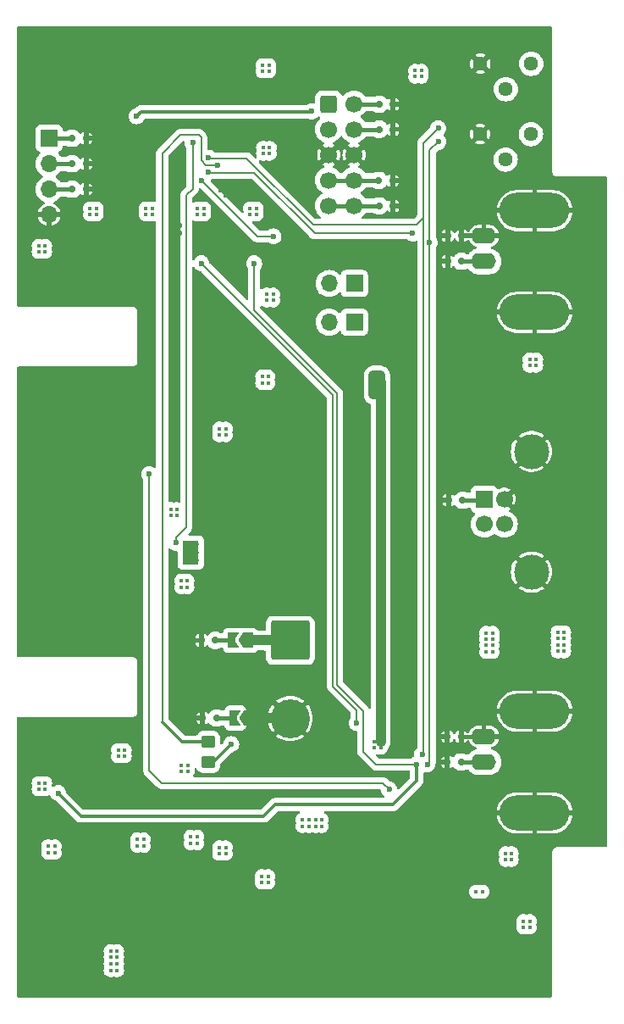
<source format=gbr>
%TF.GenerationSoftware,KiCad,Pcbnew,8.0.0*%
%TF.CreationDate,2024-10-24T21:57:35+02:00*%
%TF.ProjectId,Profiler energetyczny urz_dze_ IoT,50726f66-696c-4657-9220-656e65726765,rev?*%
%TF.SameCoordinates,Original*%
%TF.FileFunction,Copper,L4,Bot*%
%TF.FilePolarity,Positive*%
%FSLAX46Y46*%
G04 Gerber Fmt 4.6, Leading zero omitted, Abs format (unit mm)*
G04 Created by KiCad (PCBNEW 8.0.0) date 2024-10-24 21:57:35*
%MOMM*%
%LPD*%
G01*
G04 APERTURE LIST*
G04 Aperture macros list*
%AMRoundRect*
0 Rectangle with rounded corners*
0 $1 Rounding radius*
0 $2 $3 $4 $5 $6 $7 $8 $9 X,Y pos of 4 corners*
0 Add a 4 corners polygon primitive as box body*
4,1,4,$2,$3,$4,$5,$6,$7,$8,$9,$2,$3,0*
0 Add four circle primitives for the rounded corners*
1,1,$1+$1,$2,$3*
1,1,$1+$1,$4,$5*
1,1,$1+$1,$6,$7*
1,1,$1+$1,$8,$9*
0 Add four rect primitives between the rounded corners*
20,1,$1+$1,$2,$3,$4,$5,0*
20,1,$1+$1,$4,$5,$6,$7,0*
20,1,$1+$1,$6,$7,$8,$9,0*
20,1,$1+$1,$8,$9,$2,$3,0*%
%AMFreePoly0*
4,1,6,1.000000,0.000000,0.500000,-0.750000,-0.500000,-0.750000,-0.500000,0.750000,0.500000,0.750000,1.000000,0.000000,1.000000,0.000000,$1*%
%AMFreePoly1*
4,1,6,0.500000,-0.750000,-0.650000,-0.750000,-0.150000,0.000000,-0.650000,0.750000,0.500000,0.750000,0.500000,-0.750000,0.500000,-0.750000,$1*%
G04 Aperture macros list end*
%TA.AperFunction,HeatsinkPad*%
%ADD10C,0.500000*%
%TD*%
%TA.AperFunction,HeatsinkPad*%
%ADD11R,1.650000X2.400000*%
%TD*%
%TA.AperFunction,ComponentPad*%
%ADD12RoundRect,0.250000X-0.600000X-0.600000X0.600000X-0.600000X0.600000X0.600000X-0.600000X0.600000X0*%
%TD*%
%TA.AperFunction,ComponentPad*%
%ADD13C,1.700000*%
%TD*%
%TA.AperFunction,ComponentPad*%
%ADD14R,1.700000X1.700000*%
%TD*%
%TA.AperFunction,ComponentPad*%
%ADD15O,1.700000X1.700000*%
%TD*%
%TA.AperFunction,ComponentPad*%
%ADD16C,3.500000*%
%TD*%
%TA.AperFunction,ComponentPad*%
%ADD17C,1.440000*%
%TD*%
%TA.AperFunction,ComponentPad*%
%ADD18RoundRect,0.250002X-1.699998X1.699998X-1.699998X-1.699998X1.699998X-1.699998X1.699998X1.699998X0*%
%TD*%
%TA.AperFunction,ComponentPad*%
%ADD19C,3.900000*%
%TD*%
%TA.AperFunction,ComponentPad*%
%ADD20O,2.500000X1.600000*%
%TD*%
%TA.AperFunction,ComponentPad*%
%ADD21O,7.000000X3.500000*%
%TD*%
%TA.AperFunction,SMDPad,CuDef*%
%ADD22RoundRect,0.150000X-0.150000X-0.200000X0.150000X-0.200000X0.150000X0.200000X-0.150000X0.200000X0*%
%TD*%
%TA.AperFunction,SMDPad,CuDef*%
%ADD23RoundRect,0.150000X0.150000X0.200000X-0.150000X0.200000X-0.150000X-0.200000X0.150000X-0.200000X0*%
%TD*%
%TA.AperFunction,SMDPad,CuDef*%
%ADD24FreePoly0,180.000000*%
%TD*%
%TA.AperFunction,SMDPad,CuDef*%
%ADD25FreePoly1,180.000000*%
%TD*%
%TA.AperFunction,SMDPad,CuDef*%
%ADD26RoundRect,0.250000X0.450000X-0.350000X0.450000X0.350000X-0.450000X0.350000X-0.450000X-0.350000X0*%
%TD*%
%TA.AperFunction,ViaPad*%
%ADD27C,0.400000*%
%TD*%
%TA.AperFunction,ViaPad*%
%ADD28C,0.600000*%
%TD*%
%TA.AperFunction,Conductor*%
%ADD29C,0.457200*%
%TD*%
%TA.AperFunction,Conductor*%
%ADD30C,1.000000*%
%TD*%
%TA.AperFunction,Conductor*%
%ADD31C,0.304800*%
%TD*%
%TA.AperFunction,Conductor*%
%ADD32C,0.200000*%
%TD*%
G04 APERTURE END LIST*
D10*
%TO.P,U7,9*%
%TO.N,N/C*%
X112305000Y-117515000D03*
X112305000Y-118315000D03*
X112305000Y-119115000D03*
D11*
X112850000Y-118315000D03*
D10*
X113405000Y-117515000D03*
X113405000Y-118315000D03*
X113405000Y-119115000D03*
%TD*%
D12*
%TO.P,U1,1,~{RESET}*%
%TO.N,Net-(U1-~{RESET})*%
X126647500Y-73520000D03*
D13*
%TO.P,U1,2,SWCLK*%
%TO.N,Net-(D15-A2)*%
X129187500Y-73520000D03*
%TO.P,U1,3,SWIM*%
%TO.N,unconnected-(U1-SWIM-Pad3)*%
X126647500Y-76060000D03*
%TO.P,U1,4,SWDIO*%
%TO.N,Net-(D16-A2)*%
X129187500Y-76060000D03*
%TO.P,U1,5,GND*%
%TO.N,GND*%
X126647500Y-78600000D03*
%TO.P,U1,6,GND*%
X129187500Y-78600000D03*
%TO.P,U1,7,3.3V*%
%TO.N,3.3V*%
X126647500Y-81140000D03*
%TO.P,U1,8,3.3V*%
X129187500Y-81140000D03*
%TO.P,U1,9,5V*%
%TO.N,5V*%
X126647500Y-83680000D03*
%TO.P,U1,10,5V*%
X129187500Y-83680000D03*
%TD*%
D14*
%TO.P,J3,1,Pin_1*%
%TO.N,3.3V*%
X129225000Y-91450000D03*
D15*
%TO.P,J3,2,Pin_2*%
%TO.N,+3.3V*%
X126685000Y-91450000D03*
%TD*%
D14*
%TO.P,J1,1,VBUS*%
%TO.N,+5V*%
X142222500Y-113000000D03*
D13*
%TO.P,J1,2,D-*%
%TO.N,unconnected-(J1-D--Pad2)*%
X142222500Y-115500000D03*
%TO.P,J1,3,D+*%
%TO.N,unconnected-(J1-D+-Pad3)*%
X144222500Y-115500000D03*
%TO.P,J1,4,GND*%
%TO.N,GND*%
X144222500Y-113000000D03*
D16*
%TO.P,J1,5,Shield*%
X146932500Y-108230000D03*
X146932500Y-120270000D03*
%TD*%
D17*
%TO.P,RV1,1,1*%
%TO.N,+2V5*%
X146900000Y-69500000D03*
%TO.P,RV1,2,2*%
%TO.N,Net-(U21-S3)*%
X144360000Y-72040000D03*
%TO.P,RV1,3,3*%
%TO.N,GND*%
X141820000Y-69500000D03*
%TD*%
D14*
%TO.P,J2,1,Pin_1*%
%TO.N,5V*%
X129225000Y-95300000D03*
D15*
%TO.P,J2,2,Pin_2*%
%TO.N,+5V*%
X126685000Y-95300000D03*
%TD*%
D18*
%TO.P,J5,1,Pin_1*%
%TO.N,/Pomiar pr\u0105du/IN+*%
X122800000Y-127100000D03*
D19*
%TO.P,J5,2,Pin_2*%
%TO.N,GND*%
X122800000Y-134900000D03*
%TD*%
D20*
%TO.P,J7,1,In*%
%TO.N,/Sterowanie/Uz*%
X142170000Y-89250000D03*
D21*
%TO.P,J7,2,Ext*%
%TO.N,GND*%
X147250000Y-84170000D03*
D20*
X142170000Y-86710000D03*
D21*
X147250000Y-94330000D03*
%TD*%
D17*
%TO.P,RV2,1,1*%
%TO.N,+2V5*%
X146875000Y-76525000D03*
%TO.P,RV2,2,2*%
%TO.N,Net-(U21-S2)*%
X144335000Y-79065000D03*
%TO.P,RV2,3,3*%
%TO.N,GND*%
X141795000Y-76525000D03*
%TD*%
D20*
%TO.P,J6,1,In*%
%TO.N,/Sterowanie/UI*%
X142170000Y-139250000D03*
D21*
%TO.P,J6,2,Ext*%
%TO.N,GND*%
X147250000Y-134170000D03*
D20*
X142170000Y-136710000D03*
D21*
X147250000Y-144330000D03*
%TD*%
D14*
%TO.P,J4,1,Pin_1*%
%TO.N,+3.3V*%
X98702500Y-76950000D03*
D15*
%TO.P,J4,2,Pin_2*%
%TO.N,Net-(D19-A2)*%
X98702500Y-79490000D03*
%TO.P,J4,3,Pin_3*%
%TO.N,Net-(D20-A2)*%
X98702500Y-82030000D03*
%TO.P,J4,4,Pin_4*%
%TO.N,GND*%
X98702500Y-84570000D03*
%TD*%
D22*
%TO.P,D16,1,A1*%
%TO.N,GND*%
X133100000Y-76050000D03*
%TO.P,D16,2,A2*%
%TO.N,Net-(D16-A2)*%
X131700000Y-76050000D03*
%TD*%
D23*
%TO.P,D12,1,A1*%
%TO.N,GND*%
X138500000Y-136700000D03*
%TO.P,D12,2,A2*%
X139900000Y-136700000D03*
%TD*%
D22*
%TO.P,D21,1,A1*%
%TO.N,GND*%
X102400000Y-76950000D03*
%TO.P,D21,2,A2*%
%TO.N,+3.3V*%
X101000000Y-76950000D03*
%TD*%
D23*
%TO.P,D22,1,A1*%
%TO.N,GND*%
X138545000Y-86700000D03*
%TO.P,D22,2,A2*%
X139945000Y-86700000D03*
%TD*%
D24*
%TO.P,JP6,1,A*%
%TO.N,GND*%
X118700000Y-134850000D03*
D25*
%TO.P,JP6,2,B*%
%TO.N,Net-(D13-A1)*%
X117250000Y-134850000D03*
%TD*%
D24*
%TO.P,JP5,1,A*%
%TO.N,/Pomiar pr\u0105du/IN+*%
X118550000Y-127100000D03*
D25*
%TO.P,JP5,2,B*%
%TO.N,Net-(D14-A1)*%
X117100000Y-127100000D03*
%TD*%
D23*
%TO.P,D11,1,A1*%
%TO.N,GND*%
X138495000Y-139250000D03*
%TO.P,D11,2,A2*%
%TO.N,/Sterowanie/UI*%
X139895000Y-139250000D03*
%TD*%
D22*
%TO.P,D15,1,A1*%
%TO.N,GND*%
X133100000Y-73550000D03*
%TO.P,D15,2,A2*%
%TO.N,Net-(D15-A2)*%
X131700000Y-73550000D03*
%TD*%
%TO.P,D18,1,A1*%
%TO.N,GND*%
X133100000Y-83700000D03*
%TO.P,D18,2,A2*%
%TO.N,5V*%
X131700000Y-83700000D03*
%TD*%
%TO.P,D14,1,A1*%
%TO.N,Net-(D14-A1)*%
X115330000Y-127100000D03*
%TO.P,D14,2,A2*%
%TO.N,GND*%
X113930000Y-127100000D03*
%TD*%
D23*
%TO.P,D9,1,A1*%
%TO.N,GND*%
X138545000Y-89250000D03*
%TO.P,D9,2,A2*%
%TO.N,/Sterowanie/Uz*%
X139945000Y-89250000D03*
%TD*%
%TO.P,D10,1,A1*%
%TO.N,GND*%
X138650000Y-113100000D03*
%TO.P,D10,2,A2*%
%TO.N,+5V*%
X140050000Y-113100000D03*
%TD*%
D22*
%TO.P,D20,1,A1*%
%TO.N,GND*%
X102400000Y-82050000D03*
%TO.P,D20,2,A2*%
%TO.N,Net-(D20-A2)*%
X101000000Y-82050000D03*
%TD*%
D26*
%TO.P,R11,1*%
%TO.N,Net-(Q2-G)*%
X114600000Y-139250000D03*
%TO.P,R11,2*%
%TO.N,/Pomiar pr\u0105du/M1*%
X114600000Y-137250000D03*
%TD*%
D22*
%TO.P,D13,1,A1*%
%TO.N,Net-(D13-A1)*%
X115450000Y-134850000D03*
%TO.P,D13,2,A2*%
%TO.N,GND*%
X114050000Y-134850000D03*
%TD*%
%TO.P,D17,1,A1*%
%TO.N,GND*%
X133050000Y-81150000D03*
%TO.P,D17,2,A2*%
%TO.N,3.3V*%
X131650000Y-81150000D03*
%TD*%
%TO.P,D19,1,A1*%
%TO.N,GND*%
X102400000Y-79500000D03*
%TO.P,D19,2,A2*%
%TO.N,Net-(D19-A2)*%
X101000000Y-79500000D03*
%TD*%
D27*
%TO.N,+5V*%
X143050000Y-127600000D03*
X147400000Y-99650000D03*
X142400000Y-126350000D03*
X143050000Y-126950000D03*
X147400000Y-99050000D03*
X112515000Y-121137500D03*
X142400000Y-128250000D03*
X111915000Y-121137500D03*
X146750000Y-99650000D03*
X111915000Y-121787500D03*
X143050000Y-126350000D03*
X146750000Y-99050000D03*
X142400000Y-127600000D03*
X112515000Y-121787500D03*
X142400000Y-126950000D03*
X143050000Y-128250000D03*
D28*
%TO.N,GND*%
X123050000Y-66750000D03*
X136350000Y-66750000D03*
X142850000Y-161950000D03*
X98350000Y-66750000D03*
X103100000Y-66750000D03*
X135250000Y-161950000D03*
X148700000Y-66750000D03*
X119100000Y-161950000D03*
X137300000Y-66750000D03*
X119250000Y-66750000D03*
X102000000Y-161950000D03*
X109750000Y-66750000D03*
X97400000Y-66750000D03*
X133500000Y-66750000D03*
X130500000Y-161950000D03*
X121950000Y-161950000D03*
X100100000Y-161950000D03*
X105950000Y-66750000D03*
X99150000Y-161950000D03*
X147600000Y-161950000D03*
X124000000Y-66750000D03*
X121000000Y-161950000D03*
X139050000Y-161950000D03*
X103900000Y-161950000D03*
X107850000Y-66750000D03*
D27*
X107250000Y-143662500D03*
D28*
X108650000Y-161950000D03*
X136200000Y-161950000D03*
X137150000Y-161950000D03*
X145700000Y-161950000D03*
X134800000Y-80450000D03*
X122100000Y-66750000D03*
X133350000Y-161950000D03*
X125750000Y-161950000D03*
X98200000Y-161950000D03*
X106750000Y-161950000D03*
X128600000Y-161950000D03*
X113950000Y-110650000D03*
X135400000Y-66750000D03*
X138250000Y-66750000D03*
X112450000Y-161950000D03*
X96300000Y-161950000D03*
X97250000Y-161950000D03*
X102950000Y-161950000D03*
X126850000Y-66750000D03*
X144750000Y-161950000D03*
X130650000Y-66750000D03*
X140950000Y-161950000D03*
X132400000Y-161950000D03*
X106900000Y-66750000D03*
X146650000Y-161950000D03*
X143950000Y-66750000D03*
X111500000Y-161950000D03*
X132550000Y-66750000D03*
X141100000Y-66750000D03*
X145850000Y-66750000D03*
X131450000Y-161950000D03*
X124950000Y-66750000D03*
X146800000Y-66750000D03*
X147750000Y-66750000D03*
X118150000Y-161950000D03*
X144900000Y-66750000D03*
X121150000Y-66750000D03*
X131600000Y-66750000D03*
X112600000Y-66750000D03*
X141900000Y-161950000D03*
X143000000Y-66750000D03*
X127800000Y-66750000D03*
X107700000Y-161950000D03*
X115450000Y-66750000D03*
X100250000Y-66750000D03*
X116250000Y-161950000D03*
X111700000Y-86400000D03*
X120050000Y-161950000D03*
X140150000Y-66750000D03*
X129700000Y-66750000D03*
X113400000Y-161950000D03*
X129550000Y-161950000D03*
X148550000Y-161950000D03*
X110700000Y-66750000D03*
X137850000Y-73000000D03*
X138100000Y-161950000D03*
X116350000Y-82650000D03*
X118850000Y-82300000D03*
X114500000Y-66750000D03*
X102150000Y-66750000D03*
X123850000Y-161950000D03*
X134450000Y-66750000D03*
X108800000Y-66750000D03*
X104050000Y-66750000D03*
X118300000Y-66750000D03*
X99300000Y-66750000D03*
X124800000Y-161950000D03*
X111250000Y-107000000D03*
X125900000Y-66750000D03*
X104850000Y-161950000D03*
X105800000Y-161950000D03*
X126700000Y-161950000D03*
X142050000Y-66750000D03*
X109600000Y-161950000D03*
X111700000Y-85650000D03*
X134300000Y-161950000D03*
X117200000Y-161950000D03*
X111650000Y-66750000D03*
X101050000Y-161950000D03*
D27*
X107900000Y-143662500D03*
D28*
X128750000Y-66750000D03*
X96450000Y-66750000D03*
X110550000Y-161950000D03*
X113550000Y-66750000D03*
X101200000Y-66750000D03*
X143800000Y-161950000D03*
X116400000Y-66750000D03*
X120200000Y-66750000D03*
X122900000Y-161950000D03*
X115300000Y-161950000D03*
X139200000Y-66750000D03*
X115900000Y-82100000D03*
X140000000Y-161950000D03*
X105000000Y-66750000D03*
X117350000Y-66750000D03*
X127650000Y-161950000D03*
X114350000Y-161950000D03*
%TO.N,Net-(U1-~{RESET})*%
X107445100Y-74750000D03*
X124950000Y-74250000D03*
D27*
%TO.N,+3.3V*%
X120750000Y-78500000D03*
X119450000Y-84550000D03*
X135300000Y-70200000D03*
X120700000Y-69650000D03*
X131200000Y-137800000D03*
X118800000Y-84550000D03*
X108350000Y-84550000D03*
X120100000Y-78500000D03*
X120050000Y-70250000D03*
X103450000Y-84550000D03*
X109000000Y-84550000D03*
X131150000Y-102550000D03*
X103450000Y-83950000D03*
X135950000Y-70800000D03*
X131800000Y-102550000D03*
X120100000Y-77900000D03*
X109000000Y-83950000D03*
X131200000Y-137200000D03*
X120050000Y-69650000D03*
X131800000Y-101250000D03*
X102800000Y-83950000D03*
X114200000Y-84550000D03*
X131800000Y-101900000D03*
X113550000Y-83950000D03*
X113550000Y-84550000D03*
X131150000Y-101900000D03*
X131150000Y-101250000D03*
X131850000Y-137800000D03*
X131800000Y-100650000D03*
X102800000Y-84550000D03*
X131850000Y-137200000D03*
X131150000Y-100650000D03*
X119450000Y-83950000D03*
X118800000Y-83950000D03*
X135300000Y-70800000D03*
X114200000Y-83950000D03*
X120700000Y-70250000D03*
X120750000Y-77900000D03*
X135950000Y-70200000D03*
X108350000Y-83950000D03*
%TO.N,+5VA*%
X146750000Y-155750000D03*
X149550000Y-126900000D03*
X144950000Y-148375000D03*
X149550000Y-126300000D03*
X149550000Y-128200000D03*
X120600000Y-101387500D03*
X149550000Y-127550000D03*
X150200000Y-127550000D03*
X146100000Y-155750000D03*
X146750000Y-155150000D03*
X144350000Y-149025000D03*
X150200000Y-126300000D03*
X141400000Y-152200000D03*
X142050000Y-152200000D03*
X150200000Y-128200000D03*
X120000000Y-101387500D03*
X120000000Y-100737500D03*
X120600000Y-100737500D03*
X150200000Y-126900000D03*
X144950000Y-149025000D03*
X144350000Y-148375000D03*
X146100000Y-155150000D03*
%TO.N,+2V5*%
X111500000Y-114000000D03*
X98300000Y-141362500D03*
X125950000Y-145650000D03*
X97650000Y-87700000D03*
X121100000Y-93150000D03*
X119950000Y-150662500D03*
X111900000Y-139562500D03*
X124700000Y-145650000D03*
X111500000Y-114600000D03*
X97650000Y-88300000D03*
X110850000Y-114600000D03*
X97650000Y-141962500D03*
X124050000Y-145000000D03*
X120450000Y-93150000D03*
X97650000Y-141362500D03*
X119950000Y-151262500D03*
X111900000Y-140162500D03*
X112550000Y-139562500D03*
X121100000Y-92550000D03*
X106250000Y-138062500D03*
X98300000Y-141962500D03*
X105600000Y-138062500D03*
X98300000Y-88300000D03*
X105600000Y-138662500D03*
X120600000Y-150662500D03*
X125350000Y-145650000D03*
X120600000Y-151262500D03*
X106250000Y-138662500D03*
X98300000Y-87700000D03*
X125350000Y-145000000D03*
X125950000Y-145000000D03*
X120450000Y-92550000D03*
X124700000Y-145000000D03*
X110850000Y-114000000D03*
X124050000Y-145650000D03*
X112550000Y-140162500D03*
%TO.N,-2V5*%
X107500000Y-146962500D03*
X105500000Y-158750000D03*
X105500000Y-160050000D03*
X105500000Y-158150000D03*
X104850000Y-158750000D03*
X113500000Y-147362500D03*
X104850000Y-160050000D03*
X115700000Y-106600000D03*
X115700000Y-147762500D03*
X108150000Y-146962500D03*
X98600000Y-148312500D03*
X116350000Y-105950000D03*
X116350000Y-147762500D03*
X116350000Y-106600000D03*
X99250000Y-148312500D03*
X112850000Y-146712500D03*
X107500000Y-147612500D03*
X115700000Y-105950000D03*
X115700000Y-148412500D03*
X98600000Y-147662500D03*
X99250000Y-147662500D03*
X108150000Y-147612500D03*
X116350000Y-148412500D03*
X104850000Y-159400000D03*
X113500000Y-146712500D03*
X104850000Y-158150000D03*
X105500000Y-159400000D03*
X112850000Y-147362500D03*
D28*
%TO.N,Net-(Q2-G)*%
X116900000Y-137462500D03*
%TO.N,/Pomiar pr\u0105du/V3*%
X108700000Y-110500000D03*
X132700000Y-142000000D03*
%TO.N,/Pomiar pr\u0105du/V1*%
X119200000Y-89450000D03*
X99600000Y-142362500D03*
X135450000Y-139500000D03*
%TO.N,/Sterowanie/A0*%
X136000000Y-138450000D03*
X114650000Y-78888600D03*
X137600000Y-75950000D03*
%TO.N,/Sterowanie/UP1*%
X121127500Y-86750000D03*
X113900000Y-81150000D03*
%TO.N,/Pomiar pr\u0105du/M1*%
X115550000Y-79650000D03*
%TO.N,/Pomiar pr\u0105du/M2*%
X111400000Y-117365000D03*
X113050000Y-77400000D03*
%TO.N,/Sterowanie/A1*%
X136500000Y-139500000D03*
X114650000Y-80300000D03*
X136750000Y-87350000D03*
X135050000Y-86450000D03*
X137600000Y-77300000D03*
%TO.N,/Pomiar pr\u0105du/V2*%
X129450000Y-135350000D03*
X113927500Y-89450000D03*
%TD*%
D29*
%TO.N,+5V*%
X140050000Y-113100000D02*
X142122500Y-113100000D01*
X142122500Y-113100000D02*
X142222500Y-113000000D01*
%TO.N,GND*%
X139945000Y-86700000D02*
X142160000Y-86700000D01*
X139900000Y-136700000D02*
X142160000Y-136700000D01*
D30*
X118700000Y-134850000D02*
X122750000Y-134850000D01*
D29*
X142160000Y-136700000D02*
X142170000Y-136710000D01*
X142160000Y-86700000D02*
X142170000Y-86710000D01*
D30*
X122750000Y-134850000D02*
X122800000Y-134900000D01*
D31*
%TO.N,Net-(U1-~{RESET})*%
X124900000Y-74300000D02*
X107895100Y-74300000D01*
X124950000Y-74250000D02*
X124900000Y-74300000D01*
X107895100Y-74300000D02*
X107445100Y-74750000D01*
D29*
%TO.N,+3.3V*%
X101000000Y-76950000D02*
X98702500Y-76950000D01*
D30*
X131800000Y-102550000D02*
X131150000Y-102550000D01*
X131150000Y-100650000D02*
X131850000Y-101350000D01*
X131800000Y-100650000D02*
X131800000Y-101250000D01*
X131150000Y-100650000D02*
X131800000Y-100650000D01*
X131150000Y-102550000D02*
X131150000Y-100650000D01*
X131850000Y-101350000D02*
X131850000Y-137200000D01*
D29*
%TO.N,5V*%
X129207500Y-83700000D02*
X129187500Y-83680000D01*
X131700000Y-83700000D02*
X129207500Y-83700000D01*
X129187500Y-83680000D02*
X126647500Y-83680000D01*
%TO.N,3.3V*%
X129187500Y-81140000D02*
X126647500Y-81140000D01*
X129197500Y-81150000D02*
X129187500Y-81140000D01*
X131650000Y-81150000D02*
X129197500Y-81150000D01*
D30*
%TO.N,/Pomiar pr\u0105du/IN+*%
X118550000Y-127100000D02*
X122800000Y-127100000D01*
D29*
%TO.N,/Sterowanie/UI*%
X139895000Y-139250000D02*
X142170000Y-139250000D01*
%TO.N,/Sterowanie/Uz*%
X139945000Y-89250000D02*
X142170000Y-89250000D01*
D31*
%TO.N,Net-(Q2-G)*%
X115112500Y-139250000D02*
X116900000Y-137462500D01*
X114600000Y-139250000D02*
X115112500Y-139250000D01*
D32*
%TO.N,/Pomiar pr\u0105du/V3*%
X109950000Y-141350000D02*
X108700000Y-140100000D01*
X132700000Y-142000000D02*
X132050000Y-141350000D01*
X132050000Y-141350000D02*
X109950000Y-141350000D01*
X108700000Y-140100000D02*
X108700000Y-110500000D01*
D31*
%TO.N,/Pomiar pr\u0105du/V1*%
X101887500Y-144650000D02*
X120150000Y-144650000D01*
D32*
X130100000Y-134134314D02*
X130100000Y-138200000D01*
D31*
X120150000Y-144650000D02*
X121300000Y-143500000D01*
D32*
X119200000Y-89450000D02*
X119200000Y-94156814D01*
X127500000Y-102456815D02*
X127500000Y-131534314D01*
X127500000Y-131534314D02*
X130100000Y-134134314D01*
X131400000Y-139500000D02*
X135450000Y-139500000D01*
D31*
X135450000Y-141100000D02*
X135450000Y-139500000D01*
X121300000Y-143500000D02*
X133050000Y-143500000D01*
X133050000Y-143500000D02*
X135450000Y-141100000D01*
D32*
X119200000Y-94156814D02*
X127500000Y-102456815D01*
X130100000Y-138200000D02*
X131400000Y-139500000D01*
D31*
X99600000Y-142362500D02*
X101887500Y-144650000D01*
D32*
%TO.N,/Sterowanie/A0*%
X136150000Y-138300000D02*
X136150000Y-84950000D01*
X136150000Y-84950000D02*
X136100000Y-84900000D01*
X118450000Y-78950000D02*
X125100000Y-85600000D01*
X136000000Y-138450000D02*
X136150000Y-138300000D01*
X125100000Y-85600000D02*
X135400000Y-85600000D01*
X114650000Y-78888600D02*
X114711400Y-78950000D01*
X135400000Y-85600000D02*
X136100000Y-84900000D01*
X136100000Y-84900000D02*
X136100000Y-77450000D01*
X136100000Y-77450000D02*
X137600000Y-75950000D01*
X114711400Y-78950000D02*
X118450000Y-78950000D01*
%TO.N,/Sterowanie/UP1*%
X113900000Y-81150000D02*
X119500000Y-86750000D01*
X119500000Y-86750000D02*
X121127500Y-86750000D01*
D31*
%TO.N,/Pomiar pr\u0105du/M1*%
X114600000Y-137250000D02*
X112000000Y-137250000D01*
D32*
X111850000Y-76600000D02*
X110000000Y-78450000D01*
X115550000Y-79650000D02*
X114400000Y-79650000D01*
D31*
X112000000Y-137250000D02*
X110000000Y-135250000D01*
D32*
X113900000Y-79150000D02*
X113900000Y-76850000D01*
X114400000Y-79650000D02*
X113900000Y-79150000D01*
X113900000Y-76850000D02*
X113650000Y-76600000D01*
X110000000Y-78450000D02*
X110000000Y-135250000D01*
X113650000Y-76600000D02*
X111850000Y-76600000D01*
%TO.N,/Pomiar pr\u0105du/M2*%
X112400000Y-115800000D02*
X111400000Y-116800000D01*
X113050000Y-82000000D02*
X112400000Y-82650000D01*
X111400000Y-116800000D02*
X111400000Y-117365000D01*
X112400000Y-82650000D02*
X112400000Y-115800000D01*
X113050000Y-77400000D02*
X113050000Y-82000000D01*
%TO.N,/Sterowanie/A1*%
X125250000Y-86450000D02*
X135050000Y-86450000D01*
X136750000Y-139250000D02*
X136750000Y-87350000D01*
X119200000Y-80400000D02*
X125250000Y-86450000D01*
X136500000Y-139500000D02*
X136750000Y-139250000D01*
X114650000Y-80300000D02*
X114750000Y-80400000D01*
X136750000Y-78150000D02*
X137600000Y-77300000D01*
X136750000Y-87350000D02*
X136750000Y-78150000D01*
X114750000Y-80400000D02*
X119200000Y-80400000D01*
D29*
%TO.N,Net-(D13-A1)*%
X117250000Y-134850000D02*
X115450000Y-134850000D01*
%TO.N,Net-(D14-A1)*%
X115330000Y-127100000D02*
X117100000Y-127100000D01*
D31*
%TO.N,Net-(D15-A2)*%
X131670000Y-73520000D02*
X131700000Y-73550000D01*
D29*
X129187500Y-73520000D02*
X131670000Y-73520000D01*
D32*
%TO.N,/Pomiar pr\u0105du/V2*%
X129450000Y-134050000D02*
X127100000Y-131700000D01*
X127100000Y-131700000D02*
X127100000Y-102622500D01*
X127100000Y-102622500D02*
X113927500Y-89450000D01*
X129450000Y-135350000D02*
X129450000Y-134050000D01*
D29*
%TO.N,Net-(D16-A2)*%
X129197500Y-76050000D02*
X129187500Y-76060000D01*
X131700000Y-76050000D02*
X129197500Y-76050000D01*
%TO.N,Net-(D19-A2)*%
X98712500Y-79500000D02*
X98702500Y-79490000D01*
X101000000Y-79500000D02*
X98712500Y-79500000D01*
%TO.N,Net-(D20-A2)*%
X98702500Y-82030000D02*
X100980000Y-82030000D01*
X100980000Y-82030000D02*
X101000000Y-82050000D01*
%TD*%
%TA.AperFunction,Conductor*%
%TO.N,GND*%
G36*
X113205703Y-89815997D02*
G01*
X113229493Y-89843737D01*
X113297684Y-89952262D01*
X113425238Y-90079816D01*
X113577978Y-90175789D01*
X113748245Y-90235368D01*
X113835169Y-90245161D01*
X113899580Y-90272226D01*
X113908965Y-90280700D01*
X126463181Y-102834916D01*
X126496666Y-102896239D01*
X126499500Y-102922597D01*
X126499500Y-131613330D01*
X126499499Y-131613348D01*
X126499499Y-131779054D01*
X126499498Y-131779054D01*
X126540423Y-131931785D01*
X126569358Y-131981900D01*
X126569359Y-131981904D01*
X126569360Y-131981904D01*
X126619479Y-132068714D01*
X126619481Y-132068717D01*
X126738349Y-132187585D01*
X126738355Y-132187590D01*
X128813181Y-134262416D01*
X128846666Y-134323739D01*
X128849500Y-134350097D01*
X128849500Y-134767587D01*
X128829815Y-134834626D01*
X128822450Y-134844896D01*
X128820186Y-134847734D01*
X128724211Y-135000476D01*
X128664631Y-135170745D01*
X128664630Y-135170750D01*
X128644435Y-135349996D01*
X128644435Y-135350003D01*
X128664630Y-135529249D01*
X128664631Y-135529254D01*
X128724211Y-135699523D01*
X128767989Y-135769195D01*
X128820184Y-135852262D01*
X128947738Y-135979816D01*
X128969352Y-135993397D01*
X129069343Y-136056226D01*
X129100478Y-136075789D01*
X129213600Y-136115372D01*
X129270745Y-136135368D01*
X129270749Y-136135369D01*
X129361607Y-136145605D01*
X129389383Y-136148735D01*
X129453797Y-136175801D01*
X129493352Y-136233395D01*
X129499500Y-136271955D01*
X129499500Y-138113330D01*
X129499499Y-138113348D01*
X129499499Y-138279054D01*
X129499498Y-138279054D01*
X129521858Y-138362500D01*
X129540423Y-138431785D01*
X129562362Y-138469784D01*
X129569358Y-138481900D01*
X129569359Y-138481904D01*
X129569360Y-138481904D01*
X129619289Y-138568386D01*
X129619479Y-138568714D01*
X129619481Y-138568717D01*
X129738349Y-138687585D01*
X129738354Y-138687589D01*
X131031284Y-139980520D01*
X131031286Y-139980521D01*
X131031290Y-139980524D01*
X131154649Y-140051744D01*
X131168216Y-140059577D01*
X131320943Y-140100501D01*
X131320945Y-140100501D01*
X131486654Y-140100501D01*
X131486670Y-140100500D01*
X134673100Y-140100500D01*
X134740139Y-140120185D01*
X134785894Y-140172989D01*
X134797100Y-140224500D01*
X134797100Y-140778196D01*
X134777415Y-140845235D01*
X134760781Y-140865877D01*
X133699899Y-141926758D01*
X133638576Y-141960243D01*
X133568884Y-141955259D01*
X133512951Y-141913387D01*
X133488998Y-141852959D01*
X133485369Y-141820750D01*
X133485368Y-141820745D01*
X133454554Y-141732684D01*
X133425789Y-141650478D01*
X133329816Y-141497738D01*
X133202262Y-141370184D01*
X133075357Y-141290444D01*
X133049521Y-141274210D01*
X132879249Y-141214630D01*
X132792330Y-141204837D01*
X132727916Y-141177770D01*
X132718533Y-141169298D01*
X132537590Y-140988355D01*
X132537588Y-140988352D01*
X132418717Y-140869481D01*
X132418716Y-140869480D01*
X132331904Y-140819360D01*
X132331904Y-140819359D01*
X132331900Y-140819358D01*
X132281785Y-140790423D01*
X132129057Y-140749499D01*
X131970943Y-140749499D01*
X131963347Y-140749499D01*
X131963331Y-140749500D01*
X113232257Y-140749500D01*
X113165218Y-140729815D01*
X113119463Y-140677011D01*
X113109519Y-140607853D01*
X113130207Y-140555060D01*
X113174817Y-140490431D01*
X113174816Y-140490431D01*
X113174818Y-140490430D01*
X113235140Y-140331372D01*
X113255645Y-140162500D01*
X113235663Y-139997936D01*
X113247123Y-139929014D01*
X113294027Y-139877228D01*
X113361483Y-139859021D01*
X113428074Y-139880173D01*
X113464298Y-139917894D01*
X113465185Y-139919333D01*
X113465186Y-139919334D01*
X113557288Y-140068656D01*
X113681344Y-140192712D01*
X113830666Y-140284814D01*
X113997203Y-140339999D01*
X114099991Y-140350500D01*
X115100008Y-140350499D01*
X115100016Y-140350498D01*
X115100019Y-140350498D01*
X115156302Y-140344748D01*
X115202797Y-140339999D01*
X115369334Y-140284814D01*
X115518656Y-140192712D01*
X115642712Y-140068656D01*
X115734814Y-139919334D01*
X115789999Y-139752797D01*
X115800500Y-139650009D01*
X115800499Y-139536701D01*
X115820183Y-139469663D01*
X115836813Y-139449026D01*
X117002050Y-138283789D01*
X117063371Y-138250306D01*
X117075853Y-138248251D01*
X117079255Y-138247868D01*
X117249522Y-138188289D01*
X117402262Y-138092316D01*
X117529816Y-137964762D01*
X117625789Y-137812022D01*
X117685368Y-137641755D01*
X117685717Y-137638659D01*
X117705565Y-137462503D01*
X117705565Y-137462496D01*
X117685369Y-137283250D01*
X117685368Y-137283245D01*
X117640493Y-137155000D01*
X117625789Y-137112978D01*
X117529816Y-136960238D01*
X117402262Y-136832684D01*
X117249523Y-136736711D01*
X117079254Y-136677131D01*
X117079249Y-136677130D01*
X116900004Y-136656935D01*
X116899996Y-136656935D01*
X116720750Y-136677130D01*
X116720745Y-136677131D01*
X116550476Y-136736711D01*
X116397737Y-136832684D01*
X116270184Y-136960237D01*
X116174210Y-137112978D01*
X116136135Y-137221792D01*
X116114632Y-137283245D01*
X116114263Y-137286524D01*
X116114248Y-137286656D01*
X116113385Y-137288707D01*
X116113083Y-137290034D01*
X116112850Y-137289980D01*
X116087178Y-137351068D01*
X116078710Y-137360448D01*
X116012178Y-137426979D01*
X115950858Y-137460463D01*
X115881166Y-137455479D01*
X115825232Y-137413608D01*
X115800815Y-137348144D01*
X115800499Y-137339297D01*
X115800499Y-136849998D01*
X115800498Y-136849981D01*
X115789999Y-136747203D01*
X115789998Y-136747200D01*
X115776564Y-136706660D01*
X115734814Y-136580666D01*
X115642712Y-136431344D01*
X115518656Y-136307288D01*
X115369334Y-136215186D01*
X115202797Y-136160001D01*
X115202795Y-136160000D01*
X115100010Y-136149500D01*
X114099998Y-136149500D01*
X114099980Y-136149501D01*
X113997203Y-136160000D01*
X113997200Y-136160001D01*
X113830668Y-136215185D01*
X113830663Y-136215187D01*
X113681342Y-136307289D01*
X113557289Y-136431342D01*
X113491381Y-136538197D01*
X113439433Y-136584921D01*
X113385842Y-136597100D01*
X112321802Y-136597100D01*
X112254763Y-136577415D01*
X112234121Y-136560781D01*
X110773341Y-135100000D01*
X113450001Y-135100000D01*
X113450001Y-135104196D01*
X113452851Y-135134606D01*
X113497653Y-135262645D01*
X113578207Y-135371792D01*
X113687354Y-135452346D01*
X113800000Y-135491761D01*
X113800000Y-135491760D01*
X114300000Y-135491760D01*
X114412645Y-135452346D01*
X114521792Y-135371792D01*
X114528722Y-135362402D01*
X114584369Y-135320150D01*
X114654025Y-135314690D01*
X114715575Y-135347755D01*
X114735226Y-135372912D01*
X114781916Y-135451861D01*
X114781923Y-135451870D01*
X114898129Y-135568076D01*
X114898133Y-135568079D01*
X114898135Y-135568081D01*
X115039602Y-135651744D01*
X115069427Y-135660409D01*
X115197426Y-135697597D01*
X115197429Y-135697597D01*
X115197431Y-135697598D01*
X115234306Y-135700500D01*
X115234314Y-135700500D01*
X115665686Y-135700500D01*
X115665694Y-135700500D01*
X115702569Y-135697598D01*
X115702571Y-135697597D01*
X115702573Y-135697597D01*
X115744191Y-135685505D01*
X115860398Y-135651744D01*
X115954034Y-135596367D01*
X116017155Y-135579100D01*
X116129559Y-135579100D01*
X116196598Y-135598785D01*
X116242353Y-135651589D01*
X116248536Y-135668164D01*
X116290182Y-135809994D01*
X116367967Y-135931030D01*
X116367969Y-135931032D01*
X116476706Y-136025254D01*
X116481447Y-136027419D01*
X116607580Y-136085023D01*
X116607583Y-136085023D01*
X116607584Y-136085024D01*
X116750000Y-136105500D01*
X116750003Y-136105500D01*
X117899998Y-136105500D01*
X117900000Y-136105500D01*
X117900002Y-136105499D01*
X117900021Y-136105499D01*
X117980330Y-136099076D01*
X117980332Y-136099075D01*
X117980338Y-136099075D01*
X118117689Y-136056226D01*
X118237405Y-135976415D01*
X118329786Y-135866110D01*
X118387348Y-135734246D01*
X118395719Y-135668164D01*
X118405429Y-135591509D01*
X118405429Y-135591506D01*
X118382562Y-135449454D01*
X118320601Y-135319599D01*
X118053389Y-134918782D01*
X118047530Y-134900000D01*
X120545172Y-134900000D01*
X120564462Y-135194312D01*
X120564464Y-135194324D01*
X120622001Y-135483584D01*
X120622005Y-135483599D01*
X120716812Y-135762888D01*
X120847258Y-136027406D01*
X120847265Y-136027419D01*
X121011123Y-136272649D01*
X121040405Y-136306040D01*
X121756320Y-135590125D01*
X121846554Y-135714320D01*
X121985680Y-135853446D01*
X122109873Y-135943678D01*
X121393958Y-136659593D01*
X121427350Y-136688876D01*
X121672580Y-136852734D01*
X121672593Y-136852741D01*
X121937111Y-136983187D01*
X122216400Y-137077994D01*
X122216415Y-137077998D01*
X122505675Y-137135535D01*
X122505687Y-137135537D01*
X122800000Y-137154827D01*
X123094312Y-137135537D01*
X123094324Y-137135535D01*
X123383584Y-137077998D01*
X123383599Y-137077994D01*
X123662888Y-136983187D01*
X123927406Y-136852741D01*
X123927419Y-136852734D01*
X124172648Y-136688877D01*
X124206039Y-136659593D01*
X123490126Y-135943679D01*
X123614320Y-135853446D01*
X123753446Y-135714320D01*
X123843679Y-135590125D01*
X124559593Y-136306039D01*
X124588877Y-136272648D01*
X124752734Y-136027419D01*
X124752741Y-136027406D01*
X124883187Y-135762888D01*
X124977994Y-135483599D01*
X124977998Y-135483584D01*
X125035535Y-135194324D01*
X125035537Y-135194312D01*
X125054827Y-134900000D01*
X125035537Y-134605687D01*
X125035535Y-134605675D01*
X124977998Y-134316415D01*
X124977994Y-134316400D01*
X124883187Y-134037111D01*
X124752741Y-133772593D01*
X124752734Y-133772580D01*
X124588876Y-133527350D01*
X124559593Y-133493958D01*
X123843678Y-134209873D01*
X123753446Y-134085680D01*
X123614320Y-133946554D01*
X123490125Y-133856320D01*
X124206040Y-133140405D01*
X124172649Y-133111123D01*
X123927419Y-132947265D01*
X123927406Y-132947258D01*
X123662888Y-132816812D01*
X123383599Y-132722005D01*
X123383584Y-132722001D01*
X123094324Y-132664464D01*
X123094312Y-132664462D01*
X122800000Y-132645172D01*
X122505687Y-132664462D01*
X122505675Y-132664464D01*
X122216415Y-132722001D01*
X122216400Y-132722005D01*
X121937111Y-132816812D01*
X121672593Y-132947258D01*
X121672580Y-132947265D01*
X121427346Y-133111126D01*
X121427339Y-133111131D01*
X121393959Y-133140403D01*
X121393959Y-133140405D01*
X122109874Y-133856320D01*
X121985680Y-133946554D01*
X121846554Y-134085680D01*
X121756320Y-134209874D01*
X121040405Y-133493959D01*
X121040403Y-133493959D01*
X121011131Y-133527339D01*
X121011126Y-133527346D01*
X120847265Y-133772580D01*
X120847258Y-133772593D01*
X120716812Y-134037111D01*
X120622005Y-134316400D01*
X120622001Y-134316415D01*
X120564464Y-134605675D01*
X120564462Y-134605687D01*
X120545172Y-134900000D01*
X118047530Y-134900000D01*
X118032582Y-134852084D01*
X118051137Y-134784723D01*
X118053390Y-134781217D01*
X118062477Y-134767587D01*
X118320601Y-134380401D01*
X118359819Y-134309992D01*
X118400355Y-134171940D01*
X118400355Y-134028060D01*
X118359819Y-133890008D01*
X118321713Y-133830714D01*
X118282032Y-133768969D01*
X118282028Y-133768965D01*
X118173299Y-133674750D01*
X118173297Y-133674748D01*
X118173294Y-133674746D01*
X118173290Y-133674744D01*
X118042419Y-133614976D01*
X118042414Y-133614975D01*
X117900000Y-133594500D01*
X116750000Y-133594500D01*
X116749997Y-133594500D01*
X116678059Y-133599644D01*
X116540005Y-133640182D01*
X116418969Y-133717967D01*
X116418965Y-133717971D01*
X116324750Y-133826700D01*
X116324745Y-133826708D01*
X116264976Y-133957580D01*
X116264975Y-133957584D01*
X116256786Y-134014547D01*
X116227761Y-134078103D01*
X116168983Y-134115877D01*
X116134048Y-134120900D01*
X116017155Y-134120900D01*
X115954034Y-134103632D01*
X115860396Y-134048255D01*
X115860393Y-134048254D01*
X115702573Y-134002402D01*
X115702567Y-134002401D01*
X115665701Y-133999500D01*
X115665694Y-133999500D01*
X115234306Y-133999500D01*
X115234298Y-133999500D01*
X115197432Y-134002401D01*
X115197426Y-134002402D01*
X115039606Y-134048254D01*
X115039603Y-134048255D01*
X114898137Y-134131917D01*
X114898129Y-134131923D01*
X114781923Y-134248129D01*
X114781919Y-134248135D01*
X114735226Y-134327088D01*
X114684156Y-134374771D01*
X114615414Y-134387274D01*
X114550825Y-134360628D01*
X114528724Y-134337600D01*
X114521792Y-134328207D01*
X114412644Y-134247653D01*
X114300000Y-134208237D01*
X114300000Y-135491760D01*
X113800000Y-135491760D01*
X113800000Y-135100000D01*
X113450001Y-135100000D01*
X110773341Y-135100000D01*
X110636819Y-134963478D01*
X110603334Y-134902155D01*
X110600500Y-134875797D01*
X110600500Y-134600000D01*
X113450000Y-134600000D01*
X113800000Y-134600000D01*
X113800000Y-134208237D01*
X113799999Y-134208237D01*
X113687355Y-134247653D01*
X113578207Y-134328207D01*
X113497653Y-134437354D01*
X113452850Y-134565395D01*
X113452850Y-134565399D01*
X113450000Y-134595793D01*
X113450000Y-134600000D01*
X110600500Y-134600000D01*
X110600500Y-127350000D01*
X113330001Y-127350000D01*
X113330001Y-127354196D01*
X113332851Y-127384606D01*
X113377653Y-127512645D01*
X113458207Y-127621792D01*
X113567354Y-127702346D01*
X113680000Y-127741761D01*
X113680000Y-127741760D01*
X114180000Y-127741760D01*
X114292645Y-127702346D01*
X114401792Y-127621792D01*
X114408722Y-127612402D01*
X114464369Y-127570150D01*
X114534025Y-127564690D01*
X114595575Y-127597755D01*
X114615226Y-127622912D01*
X114661916Y-127701861D01*
X114661923Y-127701870D01*
X114778129Y-127818076D01*
X114778133Y-127818079D01*
X114778135Y-127818081D01*
X114919602Y-127901744D01*
X114961224Y-127913836D01*
X115077426Y-127947597D01*
X115077429Y-127947597D01*
X115077431Y-127947598D01*
X115114306Y-127950500D01*
X115114314Y-127950500D01*
X115545686Y-127950500D01*
X115545694Y-127950500D01*
X115582569Y-127947598D01*
X115582571Y-127947597D01*
X115582573Y-127947597D01*
X115660351Y-127925000D01*
X115740398Y-127901744D01*
X115834034Y-127846367D01*
X115897155Y-127829100D01*
X115979559Y-127829100D01*
X116046598Y-127848785D01*
X116092353Y-127901589D01*
X116098536Y-127918164D01*
X116107179Y-127947597D01*
X116131706Y-128031130D01*
X116140182Y-128059994D01*
X116217967Y-128181030D01*
X116217971Y-128181034D01*
X116326700Y-128275249D01*
X116326706Y-128275254D01*
X116367174Y-128293735D01*
X116457580Y-128335023D01*
X116457583Y-128335023D01*
X116457584Y-128335024D01*
X116600000Y-128355500D01*
X116600003Y-128355500D01*
X117749998Y-128355500D01*
X117750000Y-128355500D01*
X117750002Y-128355499D01*
X117750021Y-128355499D01*
X117830326Y-128349076D01*
X117830326Y-128349075D01*
X117830338Y-128349075D01*
X117858740Y-128340213D01*
X117913316Y-128335848D01*
X118050000Y-128355500D01*
X118050003Y-128355500D01*
X119050000Y-128355500D01*
X119121940Y-128350355D01*
X119259992Y-128309819D01*
X119381032Y-128232031D01*
X119425222Y-128181034D01*
X119457922Y-128143297D01*
X119516700Y-128105523D01*
X119551634Y-128100500D01*
X120225501Y-128100500D01*
X120292540Y-128120185D01*
X120338295Y-128172989D01*
X120349501Y-128224500D01*
X120349501Y-128850016D01*
X120360000Y-128952795D01*
X120360001Y-128952798D01*
X120394469Y-129056814D01*
X120415186Y-129119333D01*
X120507289Y-129268655D01*
X120631345Y-129392711D01*
X120780667Y-129484814D01*
X120947204Y-129539999D01*
X121049993Y-129550500D01*
X124550006Y-129550499D01*
X124652796Y-129539999D01*
X124819333Y-129484814D01*
X124968655Y-129392711D01*
X125092711Y-129268655D01*
X125184814Y-129119333D01*
X125239999Y-128952796D01*
X125250500Y-128850007D01*
X125250499Y-125349994D01*
X125239999Y-125247204D01*
X125184814Y-125080667D01*
X125092711Y-124931345D01*
X124968655Y-124807289D01*
X124819333Y-124715186D01*
X124652796Y-124660001D01*
X124652794Y-124660000D01*
X124550008Y-124649500D01*
X121050000Y-124649500D01*
X121049983Y-124649501D01*
X120947204Y-124660000D01*
X120947201Y-124660001D01*
X120780669Y-124715185D01*
X120780664Y-124715187D01*
X120631343Y-124807290D01*
X120507290Y-124931343D01*
X120415187Y-125080664D01*
X120415186Y-125080667D01*
X120360001Y-125247204D01*
X120360001Y-125247205D01*
X120360000Y-125247205D01*
X120349500Y-125349985D01*
X120349500Y-125975500D01*
X120329815Y-126042539D01*
X120277011Y-126088294D01*
X120225500Y-126099500D01*
X119551495Y-126099500D01*
X119484456Y-126079815D01*
X119447179Y-126042539D01*
X119432031Y-126018968D01*
X119432028Y-126018965D01*
X119323299Y-125924750D01*
X119323297Y-125924748D01*
X119323294Y-125924746D01*
X119323290Y-125924744D01*
X119192419Y-125864976D01*
X119192414Y-125864975D01*
X119050000Y-125844500D01*
X118050000Y-125844500D01*
X118049984Y-125844500D01*
X117986481Y-125848506D01*
X117975613Y-125851499D01*
X117939889Y-125861340D01*
X117889316Y-125864530D01*
X117750000Y-125844500D01*
X116600000Y-125844500D01*
X116599997Y-125844500D01*
X116528059Y-125849644D01*
X116390005Y-125890182D01*
X116268969Y-125967967D01*
X116268965Y-125967971D01*
X116174750Y-126076700D01*
X116174744Y-126076709D01*
X116114976Y-126207580D01*
X116114975Y-126207584D01*
X116106786Y-126264547D01*
X116077761Y-126328103D01*
X116018983Y-126365877D01*
X115984048Y-126370900D01*
X115897155Y-126370900D01*
X115834034Y-126353632D01*
X115740396Y-126298255D01*
X115740393Y-126298254D01*
X115582573Y-126252402D01*
X115582567Y-126252401D01*
X115545701Y-126249500D01*
X115545694Y-126249500D01*
X115114306Y-126249500D01*
X115114298Y-126249500D01*
X115077432Y-126252401D01*
X115077426Y-126252402D01*
X114919606Y-126298254D01*
X114919603Y-126298255D01*
X114778137Y-126381917D01*
X114778129Y-126381923D01*
X114661923Y-126498129D01*
X114661919Y-126498135D01*
X114615226Y-126577088D01*
X114564156Y-126624771D01*
X114495414Y-126637274D01*
X114430825Y-126610628D01*
X114408724Y-126587600D01*
X114401792Y-126578207D01*
X114292644Y-126497653D01*
X114180000Y-126458237D01*
X114180000Y-127741760D01*
X113680000Y-127741760D01*
X113680000Y-127350000D01*
X113330001Y-127350000D01*
X110600500Y-127350000D01*
X110600500Y-126850000D01*
X113330000Y-126850000D01*
X113680000Y-126850000D01*
X113680000Y-126458237D01*
X113679999Y-126458237D01*
X113567355Y-126497653D01*
X113458207Y-126578207D01*
X113377653Y-126687354D01*
X113332850Y-126815395D01*
X113332850Y-126815399D01*
X113330000Y-126845793D01*
X113330000Y-126850000D01*
X110600500Y-126850000D01*
X110600500Y-121787500D01*
X111209355Y-121787500D01*
X111229859Y-121956369D01*
X111229860Y-121956374D01*
X111290182Y-122115431D01*
X111352475Y-122205677D01*
X111386817Y-122255429D01*
X111459703Y-122320000D01*
X111514150Y-122368236D01*
X111660581Y-122445089D01*
X111664775Y-122447290D01*
X111829944Y-122488000D01*
X112000056Y-122488000D01*
X112165225Y-122447290D01*
X112165230Y-122447287D01*
X112171028Y-122445089D01*
X112240691Y-122439722D01*
X112258972Y-122445089D01*
X112264772Y-122447288D01*
X112264775Y-122447290D01*
X112429944Y-122488000D01*
X112600056Y-122488000D01*
X112765225Y-122447290D01*
X112844692Y-122405581D01*
X112915849Y-122368236D01*
X112915850Y-122368234D01*
X112915852Y-122368234D01*
X113043183Y-122255429D01*
X113139818Y-122115430D01*
X113200140Y-121956372D01*
X113220645Y-121787500D01*
X113200140Y-121618628D01*
X113157603Y-121506467D01*
X113152237Y-121436808D01*
X113157599Y-121418542D01*
X113200140Y-121306372D01*
X113220645Y-121137500D01*
X113200140Y-120968628D01*
X113139818Y-120809570D01*
X113043183Y-120669571D01*
X112915852Y-120556766D01*
X112915849Y-120556763D01*
X112765226Y-120477710D01*
X112600056Y-120437000D01*
X112429944Y-120437000D01*
X112264776Y-120477709D01*
X112258972Y-120479911D01*
X112189309Y-120485278D01*
X112171028Y-120479911D01*
X112165223Y-120477709D01*
X112000056Y-120437000D01*
X111829944Y-120437000D01*
X111664773Y-120477710D01*
X111514150Y-120556763D01*
X111386816Y-120669572D01*
X111290182Y-120809568D01*
X111229860Y-120968625D01*
X111229859Y-120968630D01*
X111209355Y-121137500D01*
X111229859Y-121306369D01*
X111229859Y-121306370D01*
X111272395Y-121418530D01*
X111277761Y-121488194D01*
X111272395Y-121506470D01*
X111229859Y-121618629D01*
X111229859Y-121618630D01*
X111209355Y-121787500D01*
X110600500Y-121787500D01*
X110600500Y-117996940D01*
X110620185Y-117929901D01*
X110672989Y-117884146D01*
X110742147Y-117874202D01*
X110805703Y-117903227D01*
X110812181Y-117909259D01*
X110897738Y-117994816D01*
X111050478Y-118090789D01*
X111220745Y-118150368D01*
X111220750Y-118150369D01*
X111399996Y-118170565D01*
X111400500Y-118170565D01*
X111400813Y-118170657D01*
X111406919Y-118171345D01*
X111406798Y-118172414D01*
X111467539Y-118190250D01*
X111513294Y-118243054D01*
X111524500Y-118294565D01*
X111524500Y-119562870D01*
X111524501Y-119562876D01*
X111530908Y-119622483D01*
X111581202Y-119757328D01*
X111581206Y-119757335D01*
X111667452Y-119872544D01*
X111667455Y-119872547D01*
X111782664Y-119958793D01*
X111782671Y-119958797D01*
X111917517Y-120009091D01*
X111917516Y-120009091D01*
X111924444Y-120009835D01*
X111977127Y-120015500D01*
X113722872Y-120015499D01*
X113782483Y-120009091D01*
X113917331Y-119958796D01*
X114032546Y-119872546D01*
X114118796Y-119757331D01*
X114169091Y-119622483D01*
X114175500Y-119562873D01*
X114175499Y-117067128D01*
X114169091Y-117007517D01*
X114118796Y-116872669D01*
X114118795Y-116872668D01*
X114118793Y-116872664D01*
X114032547Y-116757455D01*
X114032544Y-116757452D01*
X113917335Y-116671206D01*
X113917328Y-116671202D01*
X113782482Y-116620908D01*
X113782483Y-116620908D01*
X113722883Y-116614501D01*
X113722881Y-116614500D01*
X113722873Y-116614500D01*
X113722865Y-116614500D01*
X112734097Y-116614500D01*
X112667058Y-116594815D01*
X112621303Y-116542011D01*
X112611359Y-116472853D01*
X112640384Y-116409297D01*
X112646416Y-116402819D01*
X112729757Y-116319478D01*
X112880520Y-116168716D01*
X112959577Y-116031784D01*
X113000501Y-115879057D01*
X113000501Y-115720942D01*
X113000501Y-115713347D01*
X113000500Y-115713329D01*
X113000500Y-106600000D01*
X114994355Y-106600000D01*
X115014859Y-106768869D01*
X115014860Y-106768874D01*
X115075182Y-106927931D01*
X115137475Y-107018177D01*
X115171817Y-107067929D01*
X115264855Y-107150353D01*
X115299150Y-107180736D01*
X115432627Y-107250790D01*
X115449775Y-107259790D01*
X115614944Y-107300500D01*
X115785056Y-107300500D01*
X115950225Y-107259790D01*
X115967373Y-107250789D01*
X116035878Y-107237063D01*
X116082625Y-107250788D01*
X116099775Y-107259790D01*
X116264944Y-107300500D01*
X116435056Y-107300500D01*
X116600225Y-107259790D01*
X116679692Y-107218081D01*
X116750849Y-107180736D01*
X116750850Y-107180734D01*
X116750852Y-107180734D01*
X116878183Y-107067929D01*
X116974818Y-106927930D01*
X117035140Y-106768872D01*
X117055645Y-106600000D01*
X117035140Y-106431128D01*
X116992603Y-106318967D01*
X116987237Y-106249308D01*
X116992599Y-106231042D01*
X117035140Y-106118872D01*
X117055645Y-105950000D01*
X117035140Y-105781128D01*
X116974818Y-105622070D01*
X116878183Y-105482071D01*
X116750852Y-105369266D01*
X116750849Y-105369263D01*
X116600226Y-105290210D01*
X116435056Y-105249500D01*
X116264944Y-105249500D01*
X116099774Y-105290209D01*
X116099774Y-105290210D01*
X116082624Y-105299211D01*
X116014115Y-105312935D01*
X115967376Y-105299211D01*
X115950225Y-105290210D01*
X115950225Y-105290209D01*
X115785056Y-105249500D01*
X115614944Y-105249500D01*
X115449773Y-105290210D01*
X115299150Y-105369263D01*
X115171816Y-105482072D01*
X115075182Y-105622068D01*
X115014860Y-105781125D01*
X115014859Y-105781130D01*
X114994355Y-105950000D01*
X115014859Y-106118869D01*
X115014859Y-106118870D01*
X115057395Y-106231030D01*
X115062761Y-106300694D01*
X115057395Y-106318970D01*
X115014859Y-106431129D01*
X115014859Y-106431130D01*
X114994355Y-106600000D01*
X113000500Y-106600000D01*
X113000500Y-101387500D01*
X119294355Y-101387500D01*
X119314859Y-101556369D01*
X119314860Y-101556374D01*
X119375182Y-101715431D01*
X119437475Y-101805677D01*
X119471817Y-101855429D01*
X119577505Y-101949060D01*
X119599150Y-101968236D01*
X119745581Y-102045089D01*
X119749775Y-102047290D01*
X119914944Y-102088000D01*
X120085056Y-102088000D01*
X120250225Y-102047290D01*
X120250230Y-102047287D01*
X120256028Y-102045089D01*
X120325691Y-102039722D01*
X120343972Y-102045089D01*
X120349772Y-102047288D01*
X120349775Y-102047290D01*
X120514944Y-102088000D01*
X120685056Y-102088000D01*
X120850225Y-102047290D01*
X120929692Y-102005581D01*
X121000849Y-101968236D01*
X121000850Y-101968234D01*
X121000852Y-101968234D01*
X121128183Y-101855429D01*
X121224818Y-101715430D01*
X121285140Y-101556372D01*
X121305645Y-101387500D01*
X121285140Y-101218628D01*
X121242603Y-101106467D01*
X121237237Y-101036808D01*
X121242599Y-101018542D01*
X121285140Y-100906372D01*
X121305645Y-100737500D01*
X121285140Y-100568628D01*
X121224818Y-100409570D01*
X121128183Y-100269571D01*
X121000852Y-100156766D01*
X121000849Y-100156763D01*
X120850226Y-100077710D01*
X120685056Y-100037000D01*
X120514944Y-100037000D01*
X120349776Y-100077709D01*
X120343972Y-100079911D01*
X120274309Y-100085278D01*
X120256028Y-100079911D01*
X120250223Y-100077709D01*
X120085056Y-100037000D01*
X119914944Y-100037000D01*
X119749773Y-100077710D01*
X119599150Y-100156763D01*
X119471816Y-100269572D01*
X119375182Y-100409568D01*
X119314860Y-100568625D01*
X119314859Y-100568630D01*
X119294355Y-100737500D01*
X119314859Y-100906369D01*
X119314859Y-100906370D01*
X119357395Y-101018530D01*
X119362761Y-101088194D01*
X119357395Y-101106470D01*
X119314859Y-101218629D01*
X119314859Y-101218630D01*
X119294355Y-101387500D01*
X113000500Y-101387500D01*
X113000500Y-89909710D01*
X113020185Y-89842671D01*
X113072989Y-89796916D01*
X113142147Y-89786972D01*
X113205703Y-89815997D01*
G37*
%TD.AperFunction*%
%TA.AperFunction,Conductor*%
G36*
X118966942Y-81020185D02*
G01*
X118987584Y-81036819D01*
X124765139Y-86814374D01*
X124765149Y-86814385D01*
X124769479Y-86818715D01*
X124769480Y-86818716D01*
X124881284Y-86930520D01*
X124946868Y-86968384D01*
X124968095Y-86980639D01*
X124968097Y-86980641D01*
X125000762Y-86999500D01*
X125018215Y-87009577D01*
X125170943Y-87050500D01*
X125329057Y-87050500D01*
X134467588Y-87050500D01*
X134534627Y-87070185D01*
X134544903Y-87077555D01*
X134547736Y-87079814D01*
X134547738Y-87079816D01*
X134619129Y-87124674D01*
X134692450Y-87170745D01*
X134700478Y-87175789D01*
X134831947Y-87221792D01*
X134870745Y-87235368D01*
X134870750Y-87235369D01*
X135049996Y-87255565D01*
X135050000Y-87255565D01*
X135050004Y-87255565D01*
X135229249Y-87235369D01*
X135229251Y-87235368D01*
X135229255Y-87235368D01*
X135229258Y-87235366D01*
X135229262Y-87235366D01*
X135384545Y-87181030D01*
X135454324Y-87177468D01*
X135514951Y-87212196D01*
X135547179Y-87274190D01*
X135549500Y-87298071D01*
X135549500Y-137719190D01*
X135529815Y-137786229D01*
X135502815Y-137816135D01*
X135497738Y-137820183D01*
X135370184Y-137947737D01*
X135274211Y-138100476D01*
X135214631Y-138270745D01*
X135214630Y-138270750D01*
X135194435Y-138449996D01*
X135194435Y-138450004D01*
X135214942Y-138632019D01*
X135202887Y-138700841D01*
X135155538Y-138752220D01*
X135132681Y-138762942D01*
X135100478Y-138774211D01*
X135100477Y-138774211D01*
X135100473Y-138774213D01*
X134947736Y-138870185D01*
X134944903Y-138872445D01*
X134942724Y-138873334D01*
X134941842Y-138873889D01*
X134941744Y-138873734D01*
X134880217Y-138898855D01*
X134867588Y-138899500D01*
X131700098Y-138899500D01*
X131633059Y-138879815D01*
X131612417Y-138863181D01*
X131410962Y-138661726D01*
X131377477Y-138600403D01*
X131382461Y-138530711D01*
X131424333Y-138474778D01*
X131443957Y-138463994D01*
X131443581Y-138463277D01*
X131450223Y-138459790D01*
X131450225Y-138459790D01*
X131467373Y-138450789D01*
X131535878Y-138437063D01*
X131582625Y-138450788D01*
X131599775Y-138459790D01*
X131764944Y-138500500D01*
X131935056Y-138500500D01*
X132100225Y-138459790D01*
X132208840Y-138402784D01*
X132250849Y-138380736D01*
X132250850Y-138380734D01*
X132250852Y-138380734D01*
X132378183Y-138267929D01*
X132474818Y-138127930D01*
X132535140Y-137968872D01*
X132535383Y-137966862D01*
X132535972Y-137965496D01*
X132536935Y-137961589D01*
X132537584Y-137961749D01*
X132562999Y-137902685D01*
X132570785Y-137894135D01*
X132627139Y-137837782D01*
X132736632Y-137673914D01*
X132812051Y-137491835D01*
X132825259Y-137425435D01*
X132850500Y-137298543D01*
X132850500Y-101251462D01*
X132850500Y-101251459D01*
X132847676Y-101237264D01*
X132812051Y-101058164D01*
X132809937Y-101053062D01*
X132800500Y-101005613D01*
X132800500Y-100551456D01*
X132762052Y-100358170D01*
X132762051Y-100358169D01*
X132762051Y-100358165D01*
X132732600Y-100287063D01*
X132686635Y-100176092D01*
X132686628Y-100176079D01*
X132577139Y-100012218D01*
X132577136Y-100012214D01*
X132437785Y-99872863D01*
X132437781Y-99872860D01*
X132273920Y-99763371D01*
X132273907Y-99763364D01*
X132091839Y-99687950D01*
X132091829Y-99687947D01*
X131898543Y-99649500D01*
X131898541Y-99649500D01*
X131248541Y-99649500D01*
X131051459Y-99649500D01*
X131051455Y-99649500D01*
X130954812Y-99668724D01*
X130858170Y-99687946D01*
X130858165Y-99687948D01*
X130805436Y-99709790D01*
X130676089Y-99763366D01*
X130676080Y-99763371D01*
X130512217Y-99872860D01*
X130372863Y-100012214D01*
X130372860Y-100012218D01*
X130263369Y-100176082D01*
X130237081Y-100239549D01*
X130187950Y-100358161D01*
X130187947Y-100358170D01*
X130177723Y-100409571D01*
X130149500Y-100551454D01*
X130149500Y-100551459D01*
X130149500Y-102648541D01*
X130149500Y-102648543D01*
X130149499Y-102648543D01*
X130187947Y-102841829D01*
X130187950Y-102841839D01*
X130263364Y-103023907D01*
X130263371Y-103023920D01*
X130372860Y-103187781D01*
X130372863Y-103187785D01*
X130512217Y-103327139D01*
X130676080Y-103436628D01*
X130676086Y-103436632D01*
X130772953Y-103476755D01*
X130827355Y-103520594D01*
X130849421Y-103586888D01*
X130849500Y-103591315D01*
X130849500Y-133768711D01*
X130829815Y-133835750D01*
X130777011Y-133881505D01*
X130707853Y-133891449D01*
X130644297Y-133862424D01*
X130618114Y-133830714D01*
X130615801Y-133826708D01*
X130615799Y-133826704D01*
X130582466Y-133768969D01*
X130580520Y-133765598D01*
X130468716Y-133653794D01*
X130468715Y-133653793D01*
X130464385Y-133649463D01*
X130464374Y-133649453D01*
X128136819Y-131321898D01*
X128103334Y-131260575D01*
X128100500Y-131234217D01*
X128100500Y-102377758D01*
X128097868Y-102367933D01*
X128059576Y-102225028D01*
X128048790Y-102206347D01*
X128008540Y-102136632D01*
X127980520Y-102088099D01*
X127868716Y-101976295D01*
X127868715Y-101976294D01*
X127864385Y-101971964D01*
X127864374Y-101971954D01*
X121192421Y-95300000D01*
X125329341Y-95300000D01*
X125349936Y-95535403D01*
X125349938Y-95535413D01*
X125411094Y-95763655D01*
X125411096Y-95763659D01*
X125411097Y-95763663D01*
X125462816Y-95874574D01*
X125510965Y-95977830D01*
X125510967Y-95977834D01*
X125619281Y-96132521D01*
X125646505Y-96171401D01*
X125813599Y-96338495D01*
X125910384Y-96406265D01*
X126007165Y-96474032D01*
X126007167Y-96474033D01*
X126007170Y-96474035D01*
X126221337Y-96573903D01*
X126449592Y-96635063D01*
X126626034Y-96650500D01*
X126684999Y-96655659D01*
X126685000Y-96655659D01*
X126685001Y-96655659D01*
X126743966Y-96650500D01*
X126920408Y-96635063D01*
X127148663Y-96573903D01*
X127362830Y-96474035D01*
X127556401Y-96338495D01*
X127678329Y-96216566D01*
X127739648Y-96183084D01*
X127809340Y-96188068D01*
X127865274Y-96229939D01*
X127882189Y-96260917D01*
X127931202Y-96392328D01*
X127931206Y-96392335D01*
X128017452Y-96507544D01*
X128017455Y-96507547D01*
X128132664Y-96593793D01*
X128132671Y-96593797D01*
X128267517Y-96644091D01*
X128267516Y-96644091D01*
X128274444Y-96644835D01*
X128327127Y-96650500D01*
X130122872Y-96650499D01*
X130182483Y-96644091D01*
X130317331Y-96593796D01*
X130432546Y-96507546D01*
X130518796Y-96392331D01*
X130569091Y-96257483D01*
X130575500Y-96197873D01*
X130575499Y-94402128D01*
X130569091Y-94342517D01*
X130567810Y-94339083D01*
X130518797Y-94207671D01*
X130518793Y-94207664D01*
X130432547Y-94092455D01*
X130432544Y-94092452D01*
X130317335Y-94006206D01*
X130317328Y-94006202D01*
X130182482Y-93955908D01*
X130182483Y-93955908D01*
X130122883Y-93949501D01*
X130122881Y-93949500D01*
X130122873Y-93949500D01*
X130122864Y-93949500D01*
X128327129Y-93949500D01*
X128327123Y-93949501D01*
X128267516Y-93955908D01*
X128132671Y-94006202D01*
X128132664Y-94006206D01*
X128017455Y-94092452D01*
X128017452Y-94092455D01*
X127931206Y-94207664D01*
X127931203Y-94207669D01*
X127882189Y-94339083D01*
X127840317Y-94395016D01*
X127774853Y-94419433D01*
X127706580Y-94404581D01*
X127678326Y-94383430D01*
X127556402Y-94261506D01*
X127556395Y-94261501D01*
X127362834Y-94125967D01*
X127362830Y-94125965D01*
X127362828Y-94125964D01*
X127148663Y-94026097D01*
X127148659Y-94026096D01*
X127148655Y-94026094D01*
X126920413Y-93964938D01*
X126920403Y-93964936D01*
X126685001Y-93944341D01*
X126684999Y-93944341D01*
X126449596Y-93964936D01*
X126449586Y-93964938D01*
X126221344Y-94026094D01*
X126221335Y-94026098D01*
X126007171Y-94125964D01*
X126007169Y-94125965D01*
X125813597Y-94261505D01*
X125646505Y-94428597D01*
X125510965Y-94622169D01*
X125510964Y-94622171D01*
X125411098Y-94836335D01*
X125411094Y-94836344D01*
X125349938Y-95064586D01*
X125349936Y-95064596D01*
X125329341Y-95299999D01*
X125329341Y-95300000D01*
X121192421Y-95300000D01*
X119836819Y-93944398D01*
X119803334Y-93883075D01*
X119800500Y-93856717D01*
X119800500Y-93785967D01*
X119820185Y-93718928D01*
X119872989Y-93673173D01*
X119942147Y-93663229D01*
X120005703Y-93692254D01*
X120006595Y-93693036D01*
X120035822Y-93718928D01*
X120049150Y-93730736D01*
X120182627Y-93800790D01*
X120199775Y-93809790D01*
X120364944Y-93850500D01*
X120535056Y-93850500D01*
X120700225Y-93809790D01*
X120717373Y-93800789D01*
X120785878Y-93787063D01*
X120832625Y-93800788D01*
X120849775Y-93809790D01*
X121014944Y-93850500D01*
X121185056Y-93850500D01*
X121350225Y-93809790D01*
X121465097Y-93749500D01*
X121500849Y-93730736D01*
X121500850Y-93730734D01*
X121500852Y-93730734D01*
X121628183Y-93617929D01*
X121724818Y-93477930D01*
X121785140Y-93318872D01*
X121805645Y-93150000D01*
X121785140Y-92981128D01*
X121785139Y-92981126D01*
X121785139Y-92981124D01*
X121752086Y-92893971D01*
X121746719Y-92824308D01*
X121752086Y-92806029D01*
X121785139Y-92718875D01*
X121785140Y-92718870D01*
X121792586Y-92657546D01*
X121805645Y-92550000D01*
X121785140Y-92381128D01*
X121724818Y-92222070D01*
X121628183Y-92082071D01*
X121500852Y-91969266D01*
X121500849Y-91969263D01*
X121350226Y-91890210D01*
X121185056Y-91849500D01*
X121014944Y-91849500D01*
X120849774Y-91890209D01*
X120849774Y-91890210D01*
X120832624Y-91899211D01*
X120764115Y-91912935D01*
X120717376Y-91899211D01*
X120700225Y-91890210D01*
X120700225Y-91890209D01*
X120535056Y-91849500D01*
X120364944Y-91849500D01*
X120199773Y-91890210D01*
X120049150Y-91969263D01*
X120006727Y-92006848D01*
X119943494Y-92036569D01*
X119874230Y-92027385D01*
X119820927Y-91982213D01*
X119800507Y-91915394D01*
X119800500Y-91914032D01*
X119800500Y-91450000D01*
X125329341Y-91450000D01*
X125349936Y-91685403D01*
X125349938Y-91685413D01*
X125411094Y-91913655D01*
X125411096Y-91913659D01*
X125411097Y-91913663D01*
X125454550Y-92006848D01*
X125510965Y-92127830D01*
X125510967Y-92127834D01*
X125617516Y-92280000D01*
X125646505Y-92321401D01*
X125813599Y-92488495D01*
X125901437Y-92550000D01*
X126007165Y-92624032D01*
X126007167Y-92624033D01*
X126007170Y-92624035D01*
X126221337Y-92723903D01*
X126449592Y-92785063D01*
X126626034Y-92800500D01*
X126684999Y-92805659D01*
X126685000Y-92805659D01*
X126685001Y-92805659D01*
X126743966Y-92800500D01*
X126920408Y-92785063D01*
X127148663Y-92723903D01*
X127362830Y-92624035D01*
X127556401Y-92488495D01*
X127678329Y-92366566D01*
X127739648Y-92333084D01*
X127809340Y-92338068D01*
X127865274Y-92379939D01*
X127882189Y-92410917D01*
X127931202Y-92542328D01*
X127931206Y-92542335D01*
X128017452Y-92657544D01*
X128017455Y-92657547D01*
X128132664Y-92743793D01*
X128132671Y-92743797D01*
X128267517Y-92794091D01*
X128267516Y-92794091D01*
X128274444Y-92794835D01*
X128327127Y-92800500D01*
X130122872Y-92800499D01*
X130182483Y-92794091D01*
X130317331Y-92743796D01*
X130432546Y-92657546D01*
X130518796Y-92542331D01*
X130569091Y-92407483D01*
X130575500Y-92347873D01*
X130575499Y-90552128D01*
X130569091Y-90492517D01*
X130567810Y-90489083D01*
X130518797Y-90357671D01*
X130518793Y-90357664D01*
X130432547Y-90242455D01*
X130432544Y-90242452D01*
X130317335Y-90156206D01*
X130317328Y-90156202D01*
X130182482Y-90105908D01*
X130182483Y-90105908D01*
X130122883Y-90099501D01*
X130122881Y-90099500D01*
X130122873Y-90099500D01*
X130122864Y-90099500D01*
X128327129Y-90099500D01*
X128327123Y-90099501D01*
X128267516Y-90105908D01*
X128132671Y-90156202D01*
X128132664Y-90156206D01*
X128017455Y-90242452D01*
X128017452Y-90242455D01*
X127931206Y-90357664D01*
X127931203Y-90357669D01*
X127882189Y-90489083D01*
X127840317Y-90545016D01*
X127774853Y-90569433D01*
X127706580Y-90554581D01*
X127678326Y-90533430D01*
X127556402Y-90411506D01*
X127556395Y-90411501D01*
X127362834Y-90275967D01*
X127362830Y-90275965D01*
X127354812Y-90272226D01*
X127148663Y-90176097D01*
X127148659Y-90176096D01*
X127148655Y-90176094D01*
X126920413Y-90114938D01*
X126920403Y-90114936D01*
X126685001Y-90094341D01*
X126684999Y-90094341D01*
X126449596Y-90114936D01*
X126449586Y-90114938D01*
X126221344Y-90176094D01*
X126221335Y-90176098D01*
X126007171Y-90275964D01*
X126007169Y-90275965D01*
X125813597Y-90411505D01*
X125646505Y-90578597D01*
X125510965Y-90772169D01*
X125510964Y-90772171D01*
X125411098Y-90986335D01*
X125411094Y-90986344D01*
X125349938Y-91214586D01*
X125349936Y-91214596D01*
X125329341Y-91449999D01*
X125329341Y-91450000D01*
X119800500Y-91450000D01*
X119800500Y-90032412D01*
X119820185Y-89965373D01*
X119827555Y-89955097D01*
X119829810Y-89952267D01*
X119829816Y-89952262D01*
X119925789Y-89799522D01*
X119985368Y-89629255D01*
X119993787Y-89554534D01*
X120005565Y-89450003D01*
X120005565Y-89449996D01*
X119985369Y-89270750D01*
X119985368Y-89270745D01*
X119942294Y-89147648D01*
X119925789Y-89100478D01*
X119829816Y-88947738D01*
X119702262Y-88820184D01*
X119619096Y-88767927D01*
X119549523Y-88724211D01*
X119379254Y-88664631D01*
X119379249Y-88664630D01*
X119200004Y-88644435D01*
X119199996Y-88644435D01*
X119020750Y-88664630D01*
X119020745Y-88664631D01*
X118850476Y-88724211D01*
X118697737Y-88820184D01*
X118570184Y-88947737D01*
X118474211Y-89100476D01*
X118414631Y-89270745D01*
X118414630Y-89270750D01*
X118394435Y-89449996D01*
X118394435Y-89450003D01*
X118414630Y-89629249D01*
X118414631Y-89629254D01*
X118474211Y-89799523D01*
X118532168Y-89891760D01*
X118557209Y-89931613D01*
X118570185Y-89952263D01*
X118572445Y-89955097D01*
X118573334Y-89957275D01*
X118573889Y-89958158D01*
X118573734Y-89958255D01*
X118598855Y-90019783D01*
X118599500Y-90032412D01*
X118599500Y-92973403D01*
X118579815Y-93040442D01*
X118527011Y-93086197D01*
X118457853Y-93096141D01*
X118394297Y-93067116D01*
X118387819Y-93061084D01*
X114758200Y-89431465D01*
X114724715Y-89370142D01*
X114722663Y-89357686D01*
X114712868Y-89270745D01*
X114653289Y-89100478D01*
X114557316Y-88947738D01*
X114429762Y-88820184D01*
X114346596Y-88767927D01*
X114277023Y-88724211D01*
X114106754Y-88664631D01*
X114106749Y-88664630D01*
X113927504Y-88644435D01*
X113927496Y-88644435D01*
X113748250Y-88664630D01*
X113748245Y-88664631D01*
X113577976Y-88724211D01*
X113425237Y-88820184D01*
X113297684Y-88947737D01*
X113297679Y-88947743D01*
X113229493Y-89056261D01*
X113177159Y-89102552D01*
X113108105Y-89113200D01*
X113044257Y-89084825D01*
X113005885Y-89026435D01*
X113000500Y-88990289D01*
X113000500Y-85257838D01*
X113020185Y-85190799D01*
X113072989Y-85145044D01*
X113142147Y-85135100D01*
X113182122Y-85148040D01*
X113299775Y-85209790D01*
X113464944Y-85250500D01*
X113635056Y-85250500D01*
X113800225Y-85209790D01*
X113817373Y-85200789D01*
X113885878Y-85187063D01*
X113932625Y-85200788D01*
X113949775Y-85209790D01*
X114114944Y-85250500D01*
X114285056Y-85250500D01*
X114450225Y-85209790D01*
X114573587Y-85145044D01*
X114600849Y-85130736D01*
X114600850Y-85130734D01*
X114600852Y-85130734D01*
X114728183Y-85017929D01*
X114824818Y-84877930D01*
X114885140Y-84718872D01*
X114905645Y-84550000D01*
X114885140Y-84381128D01*
X114885139Y-84381126D01*
X114885139Y-84381124D01*
X114852086Y-84293971D01*
X114846719Y-84224308D01*
X114852086Y-84206029D01*
X114885139Y-84118875D01*
X114885140Y-84118870D01*
X114885896Y-84112645D01*
X114905645Y-83950000D01*
X114885140Y-83781128D01*
X114824818Y-83622070D01*
X114728183Y-83482071D01*
X114600852Y-83369266D01*
X114600849Y-83369263D01*
X114450226Y-83290210D01*
X114285056Y-83249500D01*
X114114944Y-83249500D01*
X113949774Y-83290209D01*
X113949774Y-83290210D01*
X113932624Y-83299211D01*
X113864115Y-83312935D01*
X113817376Y-83299211D01*
X113800225Y-83290210D01*
X113800225Y-83290209D01*
X113635056Y-83249500D01*
X113464944Y-83249500D01*
X113299773Y-83290210D01*
X113182126Y-83351957D01*
X113113618Y-83365683D01*
X113048564Y-83340191D01*
X113007620Y-83283575D01*
X113000500Y-83242161D01*
X113000500Y-82950096D01*
X113020185Y-82883057D01*
X113036815Y-82862419D01*
X113408506Y-82490727D01*
X113408511Y-82490724D01*
X113418714Y-82480520D01*
X113418716Y-82480520D01*
X113530520Y-82368716D01*
X113580998Y-82281284D01*
X113609577Y-82231785D01*
X113650501Y-82079057D01*
X113650501Y-82066208D01*
X113670186Y-81999169D01*
X113722990Y-81953414D01*
X113788383Y-81942988D01*
X113807671Y-81945161D01*
X113872083Y-81972229D01*
X113881465Y-81980700D01*
X119015139Y-87114374D01*
X119015149Y-87114385D01*
X119019479Y-87118715D01*
X119019480Y-87118716D01*
X119131284Y-87230520D01*
X119206925Y-87274190D01*
X119218095Y-87280639D01*
X119218097Y-87280641D01*
X119248287Y-87298071D01*
X119268215Y-87309577D01*
X119420943Y-87350501D01*
X119420946Y-87350501D01*
X119586653Y-87350501D01*
X119586669Y-87350500D01*
X120545088Y-87350500D01*
X120612127Y-87370185D01*
X120622403Y-87377555D01*
X120625236Y-87379814D01*
X120625238Y-87379816D01*
X120777978Y-87475789D01*
X120948245Y-87535368D01*
X120948250Y-87535369D01*
X121127496Y-87555565D01*
X121127500Y-87555565D01*
X121127504Y-87555565D01*
X121306749Y-87535369D01*
X121306752Y-87535368D01*
X121306755Y-87535368D01*
X121477022Y-87475789D01*
X121629762Y-87379816D01*
X121757316Y-87252262D01*
X121853289Y-87099522D01*
X121912868Y-86929255D01*
X121925812Y-86814374D01*
X121933065Y-86750003D01*
X121933065Y-86749996D01*
X121912869Y-86570750D01*
X121912868Y-86570745D01*
X121901493Y-86538236D01*
X121853289Y-86400478D01*
X121757316Y-86247738D01*
X121629762Y-86120184D01*
X121593904Y-86097653D01*
X121477023Y-86024211D01*
X121306754Y-85964631D01*
X121306749Y-85964630D01*
X121127504Y-85944435D01*
X121127496Y-85944435D01*
X120948250Y-85964630D01*
X120948245Y-85964631D01*
X120777976Y-86024211D01*
X120625236Y-86120185D01*
X120622403Y-86122445D01*
X120620224Y-86123334D01*
X120619342Y-86123889D01*
X120619244Y-86123734D01*
X120557717Y-86148855D01*
X120545088Y-86149500D01*
X119800097Y-86149500D01*
X119733058Y-86129815D01*
X119712416Y-86113181D01*
X119010961Y-85411726D01*
X118977476Y-85350403D01*
X118982460Y-85280711D01*
X119024332Y-85224778D01*
X119043957Y-85213994D01*
X119043581Y-85213277D01*
X119050223Y-85209790D01*
X119050225Y-85209790D01*
X119067373Y-85200789D01*
X119135878Y-85187063D01*
X119182625Y-85200788D01*
X119199775Y-85209790D01*
X119364944Y-85250500D01*
X119535056Y-85250500D01*
X119700225Y-85209790D01*
X119823587Y-85145044D01*
X119850849Y-85130736D01*
X119850850Y-85130734D01*
X119850852Y-85130734D01*
X119978183Y-85017929D01*
X120074818Y-84877930D01*
X120135140Y-84718872D01*
X120155645Y-84550000D01*
X120135140Y-84381128D01*
X120135139Y-84381126D01*
X120135139Y-84381124D01*
X120102086Y-84293971D01*
X120096719Y-84224308D01*
X120102086Y-84206029D01*
X120135139Y-84118875D01*
X120135140Y-84118870D01*
X120135896Y-84112645D01*
X120155645Y-83950000D01*
X120135140Y-83781128D01*
X120074818Y-83622070D01*
X119978183Y-83482071D01*
X119850852Y-83369266D01*
X119850849Y-83369263D01*
X119700226Y-83290210D01*
X119535056Y-83249500D01*
X119364944Y-83249500D01*
X119199774Y-83290209D01*
X119199774Y-83290210D01*
X119182624Y-83299211D01*
X119114115Y-83312935D01*
X119067376Y-83299211D01*
X119050225Y-83290210D01*
X119050225Y-83290209D01*
X118885056Y-83249500D01*
X118714944Y-83249500D01*
X118549773Y-83290210D01*
X118399150Y-83369263D01*
X118271816Y-83482072D01*
X118175182Y-83622068D01*
X118114860Y-83781125D01*
X118114859Y-83781130D01*
X118094355Y-83950000D01*
X118114859Y-84118869D01*
X118114859Y-84118870D01*
X118114860Y-84118872D01*
X118147913Y-84206029D01*
X118147914Y-84206030D01*
X118153280Y-84275694D01*
X118147909Y-84293981D01*
X118145881Y-84299327D01*
X118103698Y-84355026D01*
X118038099Y-84379077D01*
X117969910Y-84363845D01*
X117942262Y-84343027D01*
X114861642Y-81262407D01*
X114828157Y-81201084D01*
X114833141Y-81131392D01*
X114875013Y-81075459D01*
X114908367Y-81057685D01*
X114968000Y-81036819D01*
X114999523Y-81025789D01*
X115009523Y-81019506D01*
X115075494Y-81000500D01*
X118899903Y-81000500D01*
X118966942Y-81020185D01*
G37*
%TD.AperFunction*%
%TA.AperFunction,Conductor*%
G36*
X112168705Y-77233043D02*
G01*
X112224638Y-77274915D01*
X112249055Y-77340379D01*
X112248591Y-77363108D01*
X112244435Y-77399995D01*
X112244435Y-77400003D01*
X112264630Y-77579249D01*
X112264631Y-77579254D01*
X112324211Y-77749523D01*
X112420185Y-77902263D01*
X112422445Y-77905097D01*
X112423334Y-77907275D01*
X112423889Y-77908158D01*
X112423734Y-77908255D01*
X112448855Y-77969783D01*
X112449500Y-77982412D01*
X112449500Y-81699902D01*
X112429815Y-81766941D01*
X112413181Y-81787583D01*
X111919481Y-82281282D01*
X111919480Y-82281284D01*
X111878324Y-82352569D01*
X111840423Y-82418215D01*
X111799499Y-82570943D01*
X111799499Y-82570945D01*
X111799499Y-82739046D01*
X111799500Y-82739059D01*
X111799500Y-113194081D01*
X111779815Y-113261120D01*
X111727011Y-113306875D01*
X111657853Y-113316819D01*
X111645825Y-113314478D01*
X111585056Y-113299500D01*
X111414944Y-113299500D01*
X111249774Y-113340209D01*
X111249774Y-113340210D01*
X111232624Y-113349211D01*
X111164115Y-113362935D01*
X111117376Y-113349211D01*
X111100225Y-113340210D01*
X111100225Y-113340209D01*
X110935056Y-113299500D01*
X110764944Y-113299500D01*
X110764940Y-113299500D01*
X110754173Y-113302154D01*
X110684370Y-113299084D01*
X110627309Y-113258763D01*
X110601105Y-113193993D01*
X110600500Y-113181757D01*
X110600500Y-78750097D01*
X110620185Y-78683058D01*
X110636819Y-78662416D01*
X111329757Y-77969478D01*
X112037692Y-77261542D01*
X112099013Y-77228059D01*
X112168705Y-77233043D01*
G37*
%TD.AperFunction*%
%TA.AperFunction,Conductor*%
G36*
X128002355Y-76726546D02*
G01*
X128019075Y-76745842D01*
X128149000Y-76931395D01*
X128149005Y-76931401D01*
X128316099Y-77098495D01*
X128371920Y-77137581D01*
X128509665Y-77234032D01*
X128509667Y-77234033D01*
X128509670Y-77234035D01*
X128709055Y-77327010D01*
X128761493Y-77373181D01*
X128780645Y-77440375D01*
X128760429Y-77507256D01*
X128707264Y-77552590D01*
X128701445Y-77555017D01*
X128672710Y-77566149D01*
X128672701Y-77566154D01*
X128570492Y-77629438D01*
X128570491Y-77629439D01*
X129058090Y-78117037D01*
X128994507Y-78134075D01*
X128880493Y-78199901D01*
X128787401Y-78292993D01*
X128721575Y-78407007D01*
X128704537Y-78470589D01*
X128214336Y-77980388D01*
X128205559Y-77992010D01*
X128110566Y-78182783D01*
X128110558Y-78182803D01*
X128052238Y-78387780D01*
X128052237Y-78387783D01*
X128040971Y-78509371D01*
X128015185Y-78574309D01*
X127979033Y-78600204D01*
X128007003Y-78616248D01*
X128039193Y-78678261D01*
X128040971Y-78690628D01*
X128052237Y-78812216D01*
X128052238Y-78812219D01*
X128110558Y-79017196D01*
X128110564Y-79017211D01*
X128205561Y-79207991D01*
X128205564Y-79207996D01*
X128214336Y-79219610D01*
X128704537Y-78729409D01*
X128721575Y-78792993D01*
X128787401Y-78907007D01*
X128880493Y-79000099D01*
X128994507Y-79065925D01*
X129058090Y-79082962D01*
X128570491Y-79570559D01*
X128672704Y-79633847D01*
X128672708Y-79633849D01*
X128701442Y-79644981D01*
X128756844Y-79687554D01*
X128780435Y-79753320D01*
X128764724Y-79821401D01*
X128714701Y-79870180D01*
X128709054Y-79872990D01*
X128509671Y-79965964D01*
X128509669Y-79965965D01*
X128316097Y-80101505D01*
X128149006Y-80268596D01*
X128115890Y-80315892D01*
X128091658Y-80350500D01*
X128086390Y-80358023D01*
X128031814Y-80401648D01*
X127984815Y-80410900D01*
X127850185Y-80410900D01*
X127783146Y-80391215D01*
X127748610Y-80358023D01*
X127685995Y-80268599D01*
X127518901Y-80101505D01*
X127455076Y-80056814D01*
X127325334Y-79965967D01*
X127325330Y-79965965D01*
X127125945Y-79872990D01*
X127073506Y-79826818D01*
X127054354Y-79759624D01*
X127074570Y-79692743D01*
X127127735Y-79647408D01*
X127133558Y-79644981D01*
X127162288Y-79633851D01*
X127162298Y-79633846D01*
X127264506Y-79570560D01*
X127264506Y-79570559D01*
X126776910Y-79082962D01*
X126840493Y-79065925D01*
X126954507Y-79000099D01*
X127047599Y-78907007D01*
X127113425Y-78792993D01*
X127130462Y-78729409D01*
X127620662Y-79219609D01*
X127620663Y-79219609D01*
X127629440Y-79207988D01*
X127629442Y-79207985D01*
X127724433Y-79017216D01*
X127724441Y-79017196D01*
X127782761Y-78812219D01*
X127782762Y-78812216D01*
X127794029Y-78690628D01*
X127819815Y-78625690D01*
X127855966Y-78599794D01*
X127827997Y-78583751D01*
X127795807Y-78521738D01*
X127794029Y-78509371D01*
X127782762Y-78387783D01*
X127782761Y-78387780D01*
X127724441Y-78182803D01*
X127724433Y-78182783D01*
X127629442Y-77992014D01*
X127629437Y-77992006D01*
X127620663Y-77980389D01*
X127620662Y-77980389D01*
X127130462Y-78470589D01*
X127113425Y-78407007D01*
X127047599Y-78292993D01*
X126954507Y-78199901D01*
X126840493Y-78134075D01*
X126776909Y-78117037D01*
X127264507Y-77629439D01*
X127162293Y-77566151D01*
X127162286Y-77566147D01*
X127133555Y-77555017D01*
X127078154Y-77512444D01*
X127054564Y-77446677D01*
X127070276Y-77378596D01*
X127120300Y-77329818D01*
X127125928Y-77327017D01*
X127325330Y-77234035D01*
X127518901Y-77098495D01*
X127685995Y-76931401D01*
X127815925Y-76745842D01*
X127870502Y-76702217D01*
X127940000Y-76695023D01*
X128002355Y-76726546D01*
G37*
%TD.AperFunction*%
%TA.AperFunction,Conductor*%
G36*
X148999500Y-80315891D02*
G01*
X149033608Y-80443187D01*
X149044569Y-80462171D01*
X149099500Y-80557314D01*
X149192686Y-80650500D01*
X149306814Y-80716392D01*
X149434108Y-80750500D01*
X154375500Y-80750500D01*
X154442539Y-80770185D01*
X154488294Y-80822989D01*
X154499500Y-80874500D01*
X154499500Y-147625500D01*
X154479815Y-147692539D01*
X154427011Y-147738294D01*
X154375500Y-147749500D01*
X149434108Y-147749500D01*
X149306812Y-147783608D01*
X149192686Y-147849500D01*
X149192683Y-147849502D01*
X149099502Y-147942683D01*
X149099500Y-147942686D01*
X149033608Y-148056812D01*
X148999500Y-148184108D01*
X148999500Y-160849540D01*
X95500500Y-160800459D01*
X95500500Y-160050000D01*
X104144355Y-160050000D01*
X104164859Y-160218869D01*
X104164860Y-160218874D01*
X104225182Y-160377931D01*
X104287475Y-160468177D01*
X104321817Y-160517929D01*
X104427505Y-160611560D01*
X104449150Y-160630736D01*
X104582627Y-160700790D01*
X104599775Y-160709790D01*
X104764944Y-160750500D01*
X104935056Y-160750500D01*
X105100225Y-160709790D01*
X105117373Y-160700789D01*
X105185878Y-160687063D01*
X105232625Y-160700788D01*
X105249775Y-160709790D01*
X105414944Y-160750500D01*
X105585056Y-160750500D01*
X105750225Y-160709790D01*
X105829692Y-160668081D01*
X105900849Y-160630736D01*
X105900850Y-160630734D01*
X105900852Y-160630734D01*
X106028183Y-160517929D01*
X106124818Y-160377930D01*
X106185140Y-160218872D01*
X106205645Y-160050000D01*
X106185140Y-159881128D01*
X106142603Y-159768967D01*
X106137237Y-159699308D01*
X106142599Y-159681042D01*
X106185140Y-159568872D01*
X106205645Y-159400000D01*
X106185140Y-159231128D01*
X106142603Y-159118967D01*
X106137237Y-159049308D01*
X106142599Y-159031042D01*
X106185140Y-158918872D01*
X106205645Y-158750000D01*
X106185140Y-158581128D01*
X106185139Y-158581126D01*
X106185139Y-158581124D01*
X106152086Y-158493971D01*
X106146719Y-158424308D01*
X106152086Y-158406029D01*
X106185139Y-158318875D01*
X106185140Y-158318870D01*
X106185140Y-158318869D01*
X106205645Y-158150000D01*
X106185140Y-157981128D01*
X106124818Y-157822070D01*
X106028183Y-157682071D01*
X105900852Y-157569266D01*
X105900849Y-157569263D01*
X105750226Y-157490210D01*
X105585056Y-157449500D01*
X105414944Y-157449500D01*
X105249774Y-157490209D01*
X105249774Y-157490210D01*
X105232624Y-157499211D01*
X105164115Y-157512935D01*
X105117376Y-157499211D01*
X105100225Y-157490210D01*
X105100225Y-157490209D01*
X104935056Y-157449500D01*
X104764944Y-157449500D01*
X104599773Y-157490210D01*
X104449150Y-157569263D01*
X104321816Y-157682072D01*
X104225182Y-157822068D01*
X104164860Y-157981125D01*
X104164859Y-157981130D01*
X104144355Y-158150000D01*
X104164859Y-158318869D01*
X104164859Y-158318870D01*
X104164860Y-158318872D01*
X104197913Y-158406029D01*
X104197914Y-158406030D01*
X104203280Y-158475694D01*
X104197914Y-158493967D01*
X104190211Y-158514279D01*
X104164859Y-158581129D01*
X104164859Y-158581130D01*
X104144355Y-158750000D01*
X104164859Y-158918869D01*
X104164859Y-158918870D01*
X104207395Y-159031030D01*
X104212761Y-159100694D01*
X104207395Y-159118970D01*
X104164859Y-159231129D01*
X104164859Y-159231130D01*
X104144355Y-159400000D01*
X104164859Y-159568869D01*
X104164859Y-159568870D01*
X104207395Y-159681030D01*
X104212761Y-159750694D01*
X104207395Y-159768970D01*
X104164859Y-159881129D01*
X104164859Y-159881130D01*
X104144355Y-160050000D01*
X95500500Y-160050000D01*
X95500500Y-155750000D01*
X145394355Y-155750000D01*
X145414859Y-155918869D01*
X145414860Y-155918874D01*
X145475182Y-156077931D01*
X145537475Y-156168177D01*
X145571817Y-156217929D01*
X145677505Y-156311560D01*
X145699150Y-156330736D01*
X145832627Y-156400790D01*
X145849775Y-156409790D01*
X146014944Y-156450500D01*
X146185056Y-156450500D01*
X146350225Y-156409790D01*
X146367373Y-156400789D01*
X146435878Y-156387063D01*
X146482625Y-156400788D01*
X146499775Y-156409790D01*
X146664944Y-156450500D01*
X146835056Y-156450500D01*
X147000225Y-156409790D01*
X147079692Y-156368081D01*
X147150849Y-156330736D01*
X147150850Y-156330734D01*
X147150852Y-156330734D01*
X147278183Y-156217929D01*
X147374818Y-156077930D01*
X147435140Y-155918872D01*
X147455645Y-155750000D01*
X147435140Y-155581128D01*
X147435139Y-155581126D01*
X147435139Y-155581124D01*
X147402086Y-155493971D01*
X147396719Y-155424308D01*
X147402086Y-155406029D01*
X147435139Y-155318875D01*
X147435140Y-155318870D01*
X147435140Y-155318869D01*
X147455645Y-155150000D01*
X147435140Y-154981128D01*
X147374818Y-154822070D01*
X147278183Y-154682071D01*
X147150852Y-154569266D01*
X147150849Y-154569263D01*
X147000226Y-154490210D01*
X146835056Y-154449500D01*
X146664944Y-154449500D01*
X146499774Y-154490209D01*
X146499774Y-154490210D01*
X146482624Y-154499211D01*
X146414115Y-154512935D01*
X146367376Y-154499211D01*
X146350225Y-154490210D01*
X146350225Y-154490209D01*
X146185056Y-154449500D01*
X146014944Y-154449500D01*
X145849773Y-154490210D01*
X145699150Y-154569263D01*
X145571816Y-154682072D01*
X145475182Y-154822068D01*
X145414860Y-154981125D01*
X145414859Y-154981130D01*
X145394355Y-155150000D01*
X145414859Y-155318869D01*
X145414859Y-155318870D01*
X145414860Y-155318872D01*
X145447913Y-155406029D01*
X145447914Y-155406030D01*
X145453280Y-155475694D01*
X145447914Y-155493967D01*
X145440211Y-155514279D01*
X145414859Y-155581129D01*
X145414859Y-155581130D01*
X145394355Y-155750000D01*
X95500500Y-155750000D01*
X95500500Y-152200000D01*
X140694355Y-152200000D01*
X140714859Y-152368869D01*
X140714860Y-152368874D01*
X140775182Y-152527931D01*
X140837475Y-152618177D01*
X140871817Y-152667929D01*
X140977505Y-152761560D01*
X140999150Y-152780736D01*
X141132627Y-152850790D01*
X141149775Y-152859790D01*
X141314944Y-152900500D01*
X141485056Y-152900500D01*
X141650225Y-152859790D01*
X141667373Y-152850789D01*
X141735878Y-152837063D01*
X141782625Y-152850788D01*
X141799775Y-152859790D01*
X141964944Y-152900500D01*
X142135056Y-152900500D01*
X142300225Y-152859790D01*
X142379692Y-152818081D01*
X142450849Y-152780736D01*
X142450850Y-152780734D01*
X142450852Y-152780734D01*
X142578183Y-152667929D01*
X142674818Y-152527930D01*
X142735140Y-152368872D01*
X142755645Y-152200000D01*
X142735140Y-152031128D01*
X142674818Y-151872070D01*
X142578183Y-151732071D01*
X142450852Y-151619266D01*
X142450849Y-151619263D01*
X142300226Y-151540210D01*
X142135056Y-151499500D01*
X141964944Y-151499500D01*
X141799774Y-151540209D01*
X141799774Y-151540210D01*
X141782624Y-151549211D01*
X141714115Y-151562935D01*
X141667376Y-151549211D01*
X141650225Y-151540210D01*
X141650225Y-151540209D01*
X141485056Y-151499500D01*
X141314944Y-151499500D01*
X141149773Y-151540210D01*
X140999150Y-151619263D01*
X140882638Y-151722484D01*
X140873671Y-151730429D01*
X140871816Y-151732072D01*
X140775182Y-151872068D01*
X140714860Y-152031125D01*
X140714859Y-152031130D01*
X140694355Y-152200000D01*
X95500500Y-152200000D01*
X95500500Y-151262500D01*
X119244355Y-151262500D01*
X119264859Y-151431369D01*
X119264860Y-151431374D01*
X119325182Y-151590431D01*
X119345084Y-151619263D01*
X119421817Y-151730429D01*
X119527505Y-151824060D01*
X119549150Y-151843236D01*
X119682627Y-151913290D01*
X119699775Y-151922290D01*
X119864944Y-151963000D01*
X120035056Y-151963000D01*
X120200225Y-151922290D01*
X120217373Y-151913289D01*
X120285878Y-151899563D01*
X120332625Y-151913288D01*
X120349775Y-151922290D01*
X120514944Y-151963000D01*
X120685056Y-151963000D01*
X120850225Y-151922290D01*
X120945914Y-151872068D01*
X121000849Y-151843236D01*
X121000850Y-151843234D01*
X121000852Y-151843234D01*
X121128183Y-151730429D01*
X121224818Y-151590430D01*
X121285140Y-151431372D01*
X121305645Y-151262500D01*
X121285140Y-151093628D01*
X121285139Y-151093626D01*
X121285139Y-151093624D01*
X121252086Y-151006471D01*
X121246719Y-150936808D01*
X121252086Y-150918529D01*
X121285139Y-150831375D01*
X121285140Y-150831370D01*
X121285140Y-150831369D01*
X121305645Y-150662500D01*
X121285140Y-150493628D01*
X121224818Y-150334570D01*
X121128183Y-150194571D01*
X121000852Y-150081766D01*
X121000849Y-150081763D01*
X120850226Y-150002710D01*
X120685056Y-149962000D01*
X120514944Y-149962000D01*
X120349774Y-150002709D01*
X120349774Y-150002710D01*
X120332624Y-150011711D01*
X120264115Y-150025435D01*
X120217376Y-150011711D01*
X120200225Y-150002710D01*
X120200225Y-150002709D01*
X120035056Y-149962000D01*
X119864944Y-149962000D01*
X119699773Y-150002710D01*
X119549150Y-150081763D01*
X119421816Y-150194572D01*
X119325182Y-150334568D01*
X119264860Y-150493625D01*
X119264859Y-150493630D01*
X119244355Y-150662500D01*
X119264859Y-150831369D01*
X119264859Y-150831370D01*
X119264860Y-150831372D01*
X119297913Y-150918529D01*
X119297914Y-150918530D01*
X119303280Y-150988194D01*
X119297914Y-151006467D01*
X119290211Y-151026779D01*
X119264859Y-151093629D01*
X119264859Y-151093630D01*
X119244355Y-151262500D01*
X95500500Y-151262500D01*
X95500500Y-148312500D01*
X97894355Y-148312500D01*
X97914859Y-148481369D01*
X97914860Y-148481374D01*
X97975182Y-148640431D01*
X97998566Y-148674308D01*
X98071817Y-148780429D01*
X98157263Y-148856127D01*
X98199150Y-148893236D01*
X98332627Y-148963290D01*
X98349775Y-148972290D01*
X98514944Y-149013000D01*
X98685056Y-149013000D01*
X98850225Y-148972290D01*
X98867373Y-148963289D01*
X98935878Y-148949563D01*
X98982625Y-148963288D01*
X98999775Y-148972290D01*
X99164944Y-149013000D01*
X99335056Y-149013000D01*
X99500225Y-148972290D01*
X99579692Y-148930581D01*
X99650849Y-148893236D01*
X99650850Y-148893234D01*
X99650852Y-148893234D01*
X99778183Y-148780429D01*
X99874818Y-148640430D01*
X99935140Y-148481372D01*
X99943503Y-148412500D01*
X114994355Y-148412500D01*
X115014859Y-148581369D01*
X115014860Y-148581374D01*
X115075182Y-148740431D01*
X115137475Y-148830677D01*
X115171817Y-148880429D01*
X115265348Y-148963290D01*
X115299150Y-148993236D01*
X115432627Y-149063290D01*
X115449775Y-149072290D01*
X115614944Y-149113000D01*
X115785056Y-149113000D01*
X115950225Y-149072290D01*
X115967373Y-149063289D01*
X116035878Y-149049563D01*
X116082625Y-149063288D01*
X116099775Y-149072290D01*
X116264944Y-149113000D01*
X116435056Y-149113000D01*
X116600225Y-149072290D01*
X116690328Y-149025000D01*
X143644355Y-149025000D01*
X143664859Y-149193869D01*
X143664860Y-149193874D01*
X143725182Y-149352931D01*
X143787475Y-149443177D01*
X143821817Y-149492929D01*
X143927505Y-149586560D01*
X143949150Y-149605736D01*
X144095581Y-149682589D01*
X144099775Y-149684790D01*
X144264944Y-149725500D01*
X144435056Y-149725500D01*
X144600225Y-149684790D01*
X144600230Y-149684787D01*
X144606028Y-149682589D01*
X144675691Y-149677222D01*
X144693972Y-149682589D01*
X144699772Y-149684788D01*
X144699775Y-149684790D01*
X144864944Y-149725500D01*
X145035056Y-149725500D01*
X145200225Y-149684790D01*
X145279692Y-149643081D01*
X145350849Y-149605736D01*
X145350850Y-149605734D01*
X145350852Y-149605734D01*
X145478183Y-149492929D01*
X145574818Y-149352930D01*
X145635140Y-149193872D01*
X145655645Y-149025000D01*
X145635140Y-148856128D01*
X145592603Y-148743967D01*
X145587237Y-148674308D01*
X145592599Y-148656042D01*
X145635140Y-148543872D01*
X145655645Y-148375000D01*
X145635140Y-148206128D01*
X145574818Y-148047070D01*
X145572374Y-148043530D01*
X145540476Y-147997318D01*
X145478183Y-147907071D01*
X145350852Y-147794266D01*
X145350849Y-147794263D01*
X145200226Y-147715210D01*
X145035056Y-147674500D01*
X144864944Y-147674500D01*
X144699776Y-147715209D01*
X144693972Y-147717411D01*
X144624309Y-147722778D01*
X144606028Y-147717411D01*
X144600223Y-147715209D01*
X144435056Y-147674500D01*
X144264944Y-147674500D01*
X144099773Y-147715210D01*
X143949150Y-147794263D01*
X143821816Y-147907072D01*
X143725182Y-148047068D01*
X143664860Y-148206125D01*
X143664859Y-148206130D01*
X143644355Y-148375000D01*
X143664859Y-148543869D01*
X143664859Y-148543870D01*
X143707395Y-148656030D01*
X143712761Y-148725694D01*
X143707395Y-148743967D01*
X143697520Y-148770006D01*
X143664859Y-148856129D01*
X143664859Y-148856130D01*
X143644355Y-149025000D01*
X116690328Y-149025000D01*
X116690330Y-149024999D01*
X116750849Y-148993236D01*
X116750850Y-148993234D01*
X116750852Y-148993234D01*
X116878183Y-148880429D01*
X116974818Y-148740430D01*
X117035140Y-148581372D01*
X117055645Y-148412500D01*
X117035140Y-148243628D01*
X116992603Y-148131467D01*
X116987237Y-148061808D01*
X116992599Y-148043542D01*
X117035140Y-147931372D01*
X117055645Y-147762500D01*
X117035140Y-147593628D01*
X116974818Y-147434570D01*
X116878183Y-147294571D01*
X116764243Y-147193629D01*
X116750849Y-147181763D01*
X116600226Y-147102710D01*
X116435056Y-147062000D01*
X116264944Y-147062000D01*
X116099774Y-147102709D01*
X116099774Y-147102710D01*
X116082624Y-147111711D01*
X116014115Y-147125435D01*
X115967376Y-147111711D01*
X115950225Y-147102710D01*
X115950225Y-147102709D01*
X115785056Y-147062000D01*
X115614944Y-147062000D01*
X115449773Y-147102710D01*
X115299150Y-147181763D01*
X115171816Y-147294572D01*
X115075182Y-147434568D01*
X115014860Y-147593625D01*
X115014859Y-147593630D01*
X114994355Y-147762500D01*
X115014859Y-147931369D01*
X115014859Y-147931370D01*
X115057395Y-148043530D01*
X115062761Y-148113194D01*
X115057395Y-148131470D01*
X115014859Y-148243629D01*
X115014859Y-148243630D01*
X114994355Y-148412500D01*
X99943503Y-148412500D01*
X99955645Y-148312500D01*
X99935140Y-148143628D01*
X99892603Y-148031467D01*
X99887237Y-147961808D01*
X99892599Y-147943542D01*
X99935140Y-147831372D01*
X99955645Y-147662500D01*
X99949574Y-147612500D01*
X106794355Y-147612500D01*
X106814859Y-147781369D01*
X106814860Y-147781374D01*
X106875182Y-147940431D01*
X106907672Y-147987500D01*
X106971817Y-148080429D01*
X107077505Y-148174060D01*
X107099150Y-148193236D01*
X107232627Y-148263290D01*
X107249775Y-148272290D01*
X107414944Y-148313000D01*
X107585056Y-148313000D01*
X107750225Y-148272290D01*
X107767373Y-148263289D01*
X107835878Y-148249563D01*
X107882625Y-148263288D01*
X107899775Y-148272290D01*
X108064944Y-148313000D01*
X108235056Y-148313000D01*
X108400225Y-148272290D01*
X108479692Y-148230581D01*
X108550849Y-148193236D01*
X108550850Y-148193234D01*
X108550852Y-148193234D01*
X108678183Y-148080429D01*
X108774818Y-147940430D01*
X108835140Y-147781372D01*
X108855645Y-147612500D01*
X108835140Y-147443628D01*
X108804372Y-147362500D01*
X112144355Y-147362500D01*
X112164859Y-147531369D01*
X112164860Y-147531374D01*
X112225182Y-147690431D01*
X112265955Y-147749500D01*
X112321817Y-147830429D01*
X112427505Y-147924060D01*
X112449150Y-147943236D01*
X112582444Y-148013194D01*
X112599775Y-148022290D01*
X112764944Y-148063000D01*
X112935056Y-148063000D01*
X113100225Y-148022290D01*
X113117373Y-148013289D01*
X113185878Y-147999563D01*
X113232625Y-148013288D01*
X113249775Y-148022290D01*
X113414944Y-148063000D01*
X113585056Y-148063000D01*
X113750225Y-148022290D01*
X113865463Y-147961808D01*
X113900849Y-147943236D01*
X113900850Y-147943234D01*
X113900852Y-147943234D01*
X114028183Y-147830429D01*
X114124818Y-147690430D01*
X114185140Y-147531372D01*
X114205645Y-147362500D01*
X114185140Y-147193628D01*
X114142603Y-147081467D01*
X114137237Y-147011808D01*
X114142599Y-146993542D01*
X114185140Y-146881372D01*
X114205645Y-146712500D01*
X114185140Y-146543628D01*
X114124818Y-146384570D01*
X114122880Y-146381763D01*
X114071681Y-146307589D01*
X114028183Y-146244571D01*
X113900852Y-146131766D01*
X113900849Y-146131763D01*
X113750226Y-146052710D01*
X113585056Y-146012000D01*
X113414944Y-146012000D01*
X113249774Y-146052709D01*
X113249774Y-146052710D01*
X113232624Y-146061711D01*
X113164115Y-146075435D01*
X113117376Y-146061711D01*
X113100225Y-146052710D01*
X113100225Y-146052709D01*
X112935056Y-146012000D01*
X112764944Y-146012000D01*
X112599773Y-146052710D01*
X112449150Y-146131763D01*
X112321816Y-146244572D01*
X112225182Y-146384568D01*
X112164860Y-146543625D01*
X112164859Y-146543630D01*
X112144355Y-146712500D01*
X112164859Y-146881369D01*
X112164859Y-146881370D01*
X112207395Y-146993530D01*
X112212761Y-147063194D01*
X112207395Y-147081470D01*
X112164859Y-147193629D01*
X112164859Y-147193630D01*
X112144355Y-147362500D01*
X108804372Y-147362500D01*
X108792603Y-147331467D01*
X108787237Y-147261808D01*
X108792599Y-147243542D01*
X108835140Y-147131372D01*
X108855645Y-146962500D01*
X108835140Y-146793628D01*
X108774818Y-146634570D01*
X108678183Y-146494571D01*
X108550852Y-146381766D01*
X108550849Y-146381763D01*
X108400226Y-146302710D01*
X108235056Y-146262000D01*
X108064944Y-146262000D01*
X107899774Y-146302709D01*
X107899774Y-146302710D01*
X107882624Y-146311711D01*
X107814115Y-146325435D01*
X107767376Y-146311711D01*
X107750225Y-146302710D01*
X107750225Y-146302709D01*
X107585056Y-146262000D01*
X107414944Y-146262000D01*
X107249773Y-146302710D01*
X107099150Y-146381763D01*
X106971816Y-146494572D01*
X106875182Y-146634568D01*
X106814860Y-146793625D01*
X106814859Y-146793630D01*
X106794355Y-146962500D01*
X106814859Y-147131369D01*
X106814859Y-147131370D01*
X106857395Y-147243530D01*
X106862761Y-147313194D01*
X106857395Y-147331470D01*
X106814859Y-147443629D01*
X106814859Y-147443630D01*
X106794355Y-147612500D01*
X99949574Y-147612500D01*
X99935140Y-147493628D01*
X99916178Y-147443630D01*
X99874817Y-147334568D01*
X99840476Y-147284818D01*
X99778183Y-147194571D01*
X99650852Y-147081766D01*
X99650849Y-147081763D01*
X99500226Y-147002710D01*
X99335056Y-146962000D01*
X99164944Y-146962000D01*
X98999774Y-147002709D01*
X98999774Y-147002710D01*
X98982624Y-147011711D01*
X98914115Y-147025435D01*
X98867376Y-147011711D01*
X98850225Y-147002710D01*
X98850225Y-147002709D01*
X98685056Y-146962000D01*
X98514944Y-146962000D01*
X98349773Y-147002710D01*
X98199150Y-147081763D01*
X98131208Y-147141955D01*
X98072882Y-147193628D01*
X98071816Y-147194572D01*
X97975182Y-147334568D01*
X97914860Y-147493625D01*
X97914859Y-147493630D01*
X97894355Y-147662500D01*
X97914859Y-147831369D01*
X97914859Y-147831370D01*
X97938795Y-147894486D01*
X97957283Y-147943236D01*
X97957395Y-147943530D01*
X97962761Y-148013194D01*
X97957395Y-148031467D01*
X97951479Y-148047070D01*
X97914859Y-148143629D01*
X97914859Y-148143630D01*
X97894355Y-148312500D01*
X95500500Y-148312500D01*
X95500500Y-141962500D01*
X96944355Y-141962500D01*
X96964859Y-142131369D01*
X96964860Y-142131374D01*
X97025182Y-142290431D01*
X97087475Y-142380677D01*
X97121817Y-142430429D01*
X97186200Y-142487467D01*
X97249150Y-142543236D01*
X97382627Y-142613290D01*
X97399775Y-142622290D01*
X97564944Y-142663000D01*
X97735056Y-142663000D01*
X97900225Y-142622290D01*
X97917373Y-142613289D01*
X97985878Y-142599563D01*
X98032625Y-142613288D01*
X98049775Y-142622290D01*
X98214944Y-142663000D01*
X98385056Y-142663000D01*
X98550225Y-142622290D01*
X98625001Y-142583044D01*
X98670200Y-142559322D01*
X98738708Y-142545596D01*
X98803761Y-142571088D01*
X98844706Y-142627704D01*
X98844868Y-142628164D01*
X98874210Y-142712021D01*
X98959086Y-142847100D01*
X98970184Y-142864762D01*
X99097738Y-142992316D01*
X99250478Y-143088289D01*
X99420745Y-143147868D01*
X99424147Y-143148251D01*
X99426196Y-143149111D01*
X99427533Y-143149417D01*
X99427479Y-143149651D01*
X99488562Y-143175314D01*
X99497951Y-143183791D01*
X101471297Y-145157138D01*
X101471298Y-145157139D01*
X101471301Y-145157141D01*
X101578237Y-145228593D01*
X101604688Y-145239549D01*
X101604690Y-145239550D01*
X101604689Y-145239550D01*
X101697051Y-145277807D01*
X101697056Y-145277809D01*
X101697060Y-145277809D01*
X101697061Y-145277810D01*
X101823192Y-145302900D01*
X101823195Y-145302900D01*
X120214307Y-145302900D01*
X120324261Y-145281028D01*
X120340444Y-145277809D01*
X120459264Y-145228592D01*
X120566200Y-145157141D01*
X121534121Y-144189218D01*
X121595444Y-144155734D01*
X121621802Y-144152900D01*
X123653577Y-144152900D01*
X123720616Y-144172585D01*
X123766371Y-144225389D01*
X123776315Y-144294547D01*
X123747290Y-144358103D01*
X123711203Y-144386696D01*
X123649150Y-144419263D01*
X123521816Y-144532072D01*
X123425182Y-144672068D01*
X123364860Y-144831125D01*
X123364859Y-144831130D01*
X123344355Y-145000000D01*
X123364859Y-145168869D01*
X123364859Y-145168870D01*
X123407395Y-145281030D01*
X123412761Y-145350694D01*
X123407395Y-145368970D01*
X123364859Y-145481129D01*
X123364859Y-145481130D01*
X123344355Y-145650000D01*
X123364859Y-145818869D01*
X123364860Y-145818874D01*
X123425182Y-145977931D01*
X123476799Y-146052710D01*
X123521817Y-146117929D01*
X123583456Y-146172536D01*
X123649150Y-146230736D01*
X123786283Y-146302709D01*
X123799775Y-146309790D01*
X123964944Y-146350500D01*
X124135056Y-146350500D01*
X124300225Y-146309790D01*
X124317373Y-146300789D01*
X124385878Y-146287063D01*
X124432625Y-146300788D01*
X124449775Y-146309790D01*
X124614944Y-146350500D01*
X124785056Y-146350500D01*
X124950225Y-146309790D01*
X124967373Y-146300789D01*
X125035878Y-146287063D01*
X125082625Y-146300788D01*
X125099775Y-146309790D01*
X125264944Y-146350500D01*
X125435056Y-146350500D01*
X125600225Y-146309790D01*
X125600230Y-146309787D01*
X125606028Y-146307589D01*
X125675691Y-146302222D01*
X125693972Y-146307589D01*
X125699772Y-146309788D01*
X125699775Y-146309790D01*
X125864944Y-146350500D01*
X126035056Y-146350500D01*
X126200225Y-146309790D01*
X126291280Y-146262000D01*
X126350849Y-146230736D01*
X126350850Y-146230734D01*
X126350852Y-146230734D01*
X126478183Y-146117929D01*
X126574818Y-145977930D01*
X126635140Y-145818872D01*
X126655645Y-145650000D01*
X126635140Y-145481128D01*
X126592603Y-145368967D01*
X126587237Y-145299308D01*
X126592599Y-145281042D01*
X126635140Y-145168872D01*
X126655645Y-145000000D01*
X126635140Y-144831128D01*
X126574818Y-144672070D01*
X126478183Y-144532071D01*
X126383316Y-144448026D01*
X126350849Y-144419263D01*
X126288797Y-144386696D01*
X126238584Y-144338111D01*
X126222610Y-144270092D01*
X126245945Y-144204235D01*
X126301182Y-144161448D01*
X126346423Y-144152900D01*
X133114307Y-144152900D01*
X133199165Y-144136019D01*
X133240444Y-144127809D01*
X133355865Y-144080000D01*
X143465223Y-144080000D01*
X146275038Y-144080000D01*
X146245000Y-144231016D01*
X146245000Y-144428984D01*
X146275038Y-144580000D01*
X143465224Y-144580000D01*
X143485074Y-144730782D01*
X143485077Y-144730795D01*
X143554627Y-144990363D01*
X143657463Y-145238630D01*
X143657467Y-145238640D01*
X143791829Y-145471362D01*
X143955419Y-145684557D01*
X143955425Y-145684564D01*
X144145435Y-145874574D01*
X144145442Y-145874580D01*
X144358637Y-146038170D01*
X144591359Y-146172532D01*
X144591369Y-146172536D01*
X144839636Y-146275372D01*
X145099208Y-146344924D01*
X145365626Y-146379998D01*
X145365643Y-146380000D01*
X147000000Y-146380000D01*
X147000000Y-145304961D01*
X147151016Y-145335000D01*
X147348984Y-145335000D01*
X147500000Y-145304961D01*
X147500000Y-146380000D01*
X149134357Y-146380000D01*
X149134373Y-146379998D01*
X149400791Y-146344924D01*
X149660363Y-146275372D01*
X149908630Y-146172536D01*
X149908640Y-146172532D01*
X150141362Y-146038170D01*
X150354557Y-145874580D01*
X150354564Y-145874574D01*
X150544574Y-145684564D01*
X150544580Y-145684557D01*
X150708170Y-145471362D01*
X150842532Y-145238640D01*
X150842536Y-145238630D01*
X150945372Y-144990363D01*
X151014922Y-144730795D01*
X151014925Y-144730782D01*
X151034776Y-144580000D01*
X148224962Y-144580000D01*
X148255000Y-144428984D01*
X148255000Y-144231016D01*
X148224962Y-144080000D01*
X151034776Y-144080000D01*
X151014925Y-143929217D01*
X151014922Y-143929204D01*
X150945372Y-143669636D01*
X150842536Y-143421369D01*
X150842532Y-143421359D01*
X150708170Y-143188637D01*
X150544580Y-142975442D01*
X150544574Y-142975435D01*
X150354564Y-142785425D01*
X150354557Y-142785419D01*
X150141362Y-142621829D01*
X149908640Y-142487467D01*
X149908630Y-142487463D01*
X149660363Y-142384627D01*
X149400791Y-142315075D01*
X149134373Y-142280001D01*
X149134357Y-142280000D01*
X147500000Y-142280000D01*
X147500000Y-143355038D01*
X147348984Y-143325000D01*
X147151016Y-143325000D01*
X147000000Y-143355038D01*
X147000000Y-142280000D01*
X145365643Y-142280000D01*
X145365626Y-142280001D01*
X145099208Y-142315075D01*
X144839636Y-142384627D01*
X144591369Y-142487463D01*
X144591359Y-142487467D01*
X144358637Y-142621829D01*
X144145442Y-142785419D01*
X144145435Y-142785425D01*
X143955425Y-142975435D01*
X143955419Y-142975442D01*
X143791829Y-143188637D01*
X143657467Y-143421359D01*
X143657463Y-143421369D01*
X143554627Y-143669636D01*
X143485077Y-143929204D01*
X143485074Y-143929217D01*
X143465223Y-144080000D01*
X133355865Y-144080000D01*
X133359264Y-144078592D01*
X133370016Y-144071408D01*
X133466200Y-144007141D01*
X135957141Y-141516199D01*
X136028593Y-141409263D01*
X136077809Y-141290443D01*
X136092889Y-141214632D01*
X136102900Y-141164307D01*
X136102900Y-140383902D01*
X136122585Y-140316863D01*
X136175389Y-140271108D01*
X136244547Y-140261164D01*
X136267852Y-140266860D01*
X136292108Y-140275347D01*
X136320741Y-140285367D01*
X136320744Y-140285367D01*
X136320745Y-140285368D01*
X136320746Y-140285368D01*
X136320750Y-140285369D01*
X136499996Y-140305565D01*
X136500000Y-140305565D01*
X136500004Y-140305565D01*
X136679249Y-140285369D01*
X136679252Y-140285368D01*
X136679255Y-140285368D01*
X136849522Y-140225789D01*
X137002262Y-140129816D01*
X137129816Y-140002262D01*
X137225789Y-139849522D01*
X137285368Y-139679255D01*
X137287240Y-139662645D01*
X137298523Y-139562500D01*
X137305155Y-139503634D01*
X137305843Y-139500000D01*
X137895001Y-139500000D01*
X137895001Y-139504196D01*
X137897851Y-139534606D01*
X137942653Y-139662645D01*
X138023207Y-139771792D01*
X138132354Y-139852346D01*
X138245000Y-139891761D01*
X138245000Y-139891760D01*
X138745000Y-139891760D01*
X138857645Y-139852346D01*
X138966792Y-139771792D01*
X138973722Y-139762402D01*
X139029369Y-139720150D01*
X139099025Y-139714690D01*
X139160575Y-139747755D01*
X139180226Y-139772912D01*
X139226916Y-139851861D01*
X139226923Y-139851870D01*
X139343129Y-139968076D01*
X139343133Y-139968079D01*
X139343135Y-139968081D01*
X139484602Y-140051744D01*
X139511560Y-140059576D01*
X139642426Y-140097597D01*
X139642429Y-140097597D01*
X139642431Y-140097598D01*
X139679306Y-140100500D01*
X139679314Y-140100500D01*
X140110686Y-140100500D01*
X140110694Y-140100500D01*
X140147569Y-140097598D01*
X140147571Y-140097597D01*
X140147573Y-140097597D01*
X140189191Y-140085505D01*
X140305398Y-140051744D01*
X140399034Y-139996367D01*
X140462155Y-139979100D01*
X140579035Y-139979100D01*
X140646074Y-139998785D01*
X140679354Y-140030216D01*
X140728030Y-140097215D01*
X140872786Y-140241971D01*
X141007713Y-140339999D01*
X141038390Y-140362287D01*
X141154607Y-140421503D01*
X141220776Y-140455218D01*
X141220778Y-140455218D01*
X141220781Y-140455220D01*
X141325137Y-140489127D01*
X141415465Y-140518477D01*
X141516557Y-140534488D01*
X141617648Y-140550500D01*
X141617649Y-140550500D01*
X142722351Y-140550500D01*
X142722352Y-140550500D01*
X142924534Y-140518477D01*
X143119219Y-140455220D01*
X143301610Y-140362287D01*
X143394590Y-140294732D01*
X143467213Y-140241971D01*
X143467215Y-140241968D01*
X143467219Y-140241966D01*
X143611966Y-140097219D01*
X143611968Y-140097215D01*
X143611971Y-140097213D01*
X143687228Y-139993629D01*
X143732287Y-139931610D01*
X143825220Y-139749219D01*
X143888477Y-139554534D01*
X143920500Y-139352352D01*
X143920500Y-139147648D01*
X143912093Y-139094571D01*
X143888477Y-138945465D01*
X143851405Y-138831369D01*
X143825220Y-138750781D01*
X143825218Y-138750778D01*
X143825218Y-138750776D01*
X143789420Y-138680520D01*
X143732287Y-138568390D01*
X143724556Y-138557749D01*
X143611971Y-138402786D01*
X143467213Y-138258028D01*
X143301613Y-138137715D01*
X143301612Y-138137714D01*
X143301610Y-138137713D01*
X143244653Y-138108691D01*
X143119223Y-138044781D01*
X142958385Y-137992521D01*
X142900710Y-137953083D01*
X142873512Y-137888724D01*
X142885427Y-137819878D01*
X142932672Y-137768402D01*
X142958387Y-137756659D01*
X143042253Y-137729409D01*
X143196524Y-137650804D01*
X143336602Y-137549032D01*
X143459032Y-137426602D01*
X143560804Y-137286524D01*
X143639408Y-137132255D01*
X143692914Y-136967584D01*
X143694115Y-136960000D01*
X142539504Y-136960000D01*
X142584674Y-136881764D01*
X142615000Y-136768585D01*
X142615000Y-136651415D01*
X142584674Y-136538236D01*
X142539504Y-136460000D01*
X143694115Y-136460000D01*
X143694115Y-136459999D01*
X143692914Y-136452415D01*
X143639408Y-136287744D01*
X143560804Y-136133475D01*
X143459032Y-135993397D01*
X143336602Y-135870967D01*
X143196524Y-135769195D01*
X143042257Y-135690591D01*
X142877584Y-135637085D01*
X142706571Y-135610000D01*
X142420000Y-135610000D01*
X142420000Y-136340495D01*
X142341764Y-136295326D01*
X142228585Y-136265000D01*
X142111415Y-136265000D01*
X141998236Y-136295326D01*
X141920000Y-136340495D01*
X141920000Y-135610000D01*
X141633429Y-135610000D01*
X141462415Y-135637085D01*
X141297742Y-135690591D01*
X141143475Y-135769195D01*
X141003397Y-135870967D01*
X140880967Y-135993397D01*
X140779195Y-136133475D01*
X140700591Y-136287743D01*
X140694709Y-136305846D01*
X140655269Y-136363520D01*
X140590910Y-136390716D01*
X140522064Y-136378799D01*
X140470589Y-136331553D01*
X140459737Y-136308476D01*
X140452347Y-136287357D01*
X140452346Y-136287354D01*
X140371792Y-136178207D01*
X140262644Y-136097653D01*
X140150000Y-136058237D01*
X140150000Y-137341760D01*
X140262645Y-137302346D01*
X140371792Y-137221792D01*
X140452346Y-137112645D01*
X140452347Y-137112643D01*
X140456368Y-137101152D01*
X140497088Y-137044376D01*
X140562041Y-137018627D01*
X140630603Y-137032082D01*
X140681006Y-137080469D01*
X140691341Y-137103786D01*
X140700591Y-137132257D01*
X140779195Y-137286524D01*
X140880967Y-137426602D01*
X141003397Y-137549032D01*
X141143475Y-137650804D01*
X141297744Y-137729408D01*
X141381613Y-137756659D01*
X141439288Y-137796096D01*
X141466487Y-137860455D01*
X141454573Y-137929301D01*
X141407329Y-137980777D01*
X141381614Y-137992521D01*
X141220777Y-138044781D01*
X141038386Y-138137715D01*
X140872786Y-138258028D01*
X140728030Y-138402784D01*
X140679354Y-138469784D01*
X140624025Y-138512451D01*
X140579035Y-138520900D01*
X140462155Y-138520900D01*
X140399034Y-138503632D01*
X140393738Y-138500500D01*
X140305398Y-138448256D01*
X140305397Y-138448255D01*
X140305396Y-138448255D01*
X140305393Y-138448254D01*
X140147573Y-138402402D01*
X140147567Y-138402401D01*
X140110701Y-138399500D01*
X140110694Y-138399500D01*
X139679306Y-138399500D01*
X139679298Y-138399500D01*
X139642432Y-138402401D01*
X139642426Y-138402402D01*
X139484606Y-138448254D01*
X139484603Y-138448255D01*
X139343137Y-138531917D01*
X139343129Y-138531923D01*
X139226923Y-138648129D01*
X139226919Y-138648135D01*
X139180226Y-138727088D01*
X139129156Y-138774771D01*
X139060414Y-138787274D01*
X138995825Y-138760628D01*
X138973724Y-138737600D01*
X138966792Y-138728207D01*
X138857644Y-138647653D01*
X138745000Y-138608237D01*
X138745000Y-139891760D01*
X138245000Y-139891760D01*
X138245000Y-139500000D01*
X137895001Y-139500000D01*
X137305843Y-139500000D01*
X137308600Y-139485426D01*
X137309574Y-139481787D01*
X137309577Y-139481784D01*
X137350500Y-139329057D01*
X137350500Y-139000000D01*
X137895000Y-139000000D01*
X138245000Y-139000000D01*
X138245000Y-138608237D01*
X138244999Y-138608237D01*
X138132355Y-138647653D01*
X138023207Y-138728207D01*
X137942653Y-138837354D01*
X137897850Y-138965395D01*
X137897850Y-138965399D01*
X137895000Y-138995793D01*
X137895000Y-139000000D01*
X137350500Y-139000000D01*
X137350500Y-136950000D01*
X137900001Y-136950000D01*
X137900001Y-136954196D01*
X137902851Y-136984606D01*
X137947653Y-137112645D01*
X138028207Y-137221792D01*
X138137354Y-137302346D01*
X138250000Y-137341761D01*
X138250000Y-137341760D01*
X138750000Y-137341760D01*
X138862645Y-137302346D01*
X138971792Y-137221792D01*
X139052346Y-137112645D01*
X139082958Y-137025160D01*
X139123679Y-136968384D01*
X139188632Y-136942636D01*
X139257194Y-136956092D01*
X139307597Y-137004479D01*
X139317042Y-137025160D01*
X139347653Y-137112645D01*
X139428207Y-137221792D01*
X139537354Y-137302346D01*
X139650000Y-137341761D01*
X139650000Y-136058237D01*
X139649999Y-136058237D01*
X139537355Y-136097653D01*
X139428207Y-136178207D01*
X139347653Y-136287354D01*
X139347651Y-136287359D01*
X139317040Y-136374840D01*
X139276318Y-136431616D01*
X139211366Y-136457363D01*
X139142804Y-136443906D01*
X139092401Y-136395519D01*
X139082957Y-136374838D01*
X139052347Y-136287356D01*
X139052346Y-136287354D01*
X138971792Y-136178207D01*
X138862644Y-136097653D01*
X138750000Y-136058237D01*
X138750000Y-137341760D01*
X138250000Y-137341760D01*
X138250000Y-136950000D01*
X137900001Y-136950000D01*
X137350500Y-136950000D01*
X137350500Y-136450000D01*
X137900000Y-136450000D01*
X138250000Y-136450000D01*
X138250000Y-136058237D01*
X138249999Y-136058237D01*
X138137355Y-136097653D01*
X138028207Y-136178207D01*
X137947653Y-136287354D01*
X137902850Y-136415395D01*
X137902850Y-136415399D01*
X137900000Y-136445793D01*
X137900000Y-136450000D01*
X137350500Y-136450000D01*
X137350500Y-133920000D01*
X143465223Y-133920000D01*
X146275038Y-133920000D01*
X146245000Y-134071016D01*
X146245000Y-134268984D01*
X146275038Y-134420000D01*
X143465224Y-134420000D01*
X143485074Y-134570782D01*
X143485077Y-134570795D01*
X143554627Y-134830363D01*
X143657463Y-135078630D01*
X143657467Y-135078640D01*
X143791829Y-135311362D01*
X143955419Y-135524557D01*
X143955425Y-135524564D01*
X144145435Y-135714574D01*
X144145442Y-135714580D01*
X144358637Y-135878170D01*
X144591359Y-136012532D01*
X144591369Y-136012536D01*
X144839636Y-136115372D01*
X145099208Y-136184924D01*
X145365626Y-136219998D01*
X145365643Y-136220000D01*
X147000000Y-136220000D01*
X147000000Y-135144961D01*
X147151016Y-135175000D01*
X147348984Y-135175000D01*
X147500000Y-135144961D01*
X147500000Y-136220000D01*
X149134357Y-136220000D01*
X149134373Y-136219998D01*
X149400791Y-136184924D01*
X149660363Y-136115372D01*
X149908630Y-136012536D01*
X149908640Y-136012532D01*
X150141362Y-135878170D01*
X150354557Y-135714580D01*
X150354564Y-135714574D01*
X150544574Y-135524564D01*
X150544580Y-135524557D01*
X150708170Y-135311362D01*
X150842532Y-135078640D01*
X150842536Y-135078630D01*
X150945372Y-134830363D01*
X151014922Y-134570795D01*
X151014925Y-134570782D01*
X151034776Y-134420000D01*
X148224962Y-134420000D01*
X148255000Y-134268984D01*
X148255000Y-134071016D01*
X148224962Y-133920000D01*
X151034776Y-133920000D01*
X151014925Y-133769217D01*
X151014922Y-133769204D01*
X150945372Y-133509636D01*
X150842536Y-133261369D01*
X150842532Y-133261359D01*
X150708170Y-133028637D01*
X150544580Y-132815442D01*
X150544574Y-132815435D01*
X150354564Y-132625425D01*
X150354557Y-132625419D01*
X150141362Y-132461829D01*
X149908640Y-132327467D01*
X149908630Y-132327463D01*
X149660363Y-132224627D01*
X149400791Y-132155075D01*
X149134373Y-132120001D01*
X149134357Y-132120000D01*
X147500000Y-132120000D01*
X147500000Y-133195038D01*
X147348984Y-133165000D01*
X147151016Y-133165000D01*
X147000000Y-133195038D01*
X147000000Y-132120000D01*
X145365643Y-132120000D01*
X145365626Y-132120001D01*
X145099208Y-132155075D01*
X144839636Y-132224627D01*
X144591369Y-132327463D01*
X144591359Y-132327467D01*
X144358637Y-132461829D01*
X144145442Y-132625419D01*
X144145435Y-132625425D01*
X143955425Y-132815435D01*
X143955419Y-132815442D01*
X143791829Y-133028637D01*
X143657467Y-133261359D01*
X143657463Y-133261369D01*
X143554627Y-133509636D01*
X143485077Y-133769204D01*
X143485074Y-133769217D01*
X143465223Y-133920000D01*
X137350500Y-133920000D01*
X137350500Y-128250000D01*
X141694355Y-128250000D01*
X141714859Y-128418869D01*
X141714860Y-128418874D01*
X141775182Y-128577931D01*
X141808017Y-128625500D01*
X141871817Y-128717929D01*
X141942712Y-128780736D01*
X141999150Y-128830736D01*
X142132627Y-128900790D01*
X142149775Y-128909790D01*
X142314944Y-128950500D01*
X142485056Y-128950500D01*
X142650225Y-128909790D01*
X142667373Y-128900789D01*
X142735878Y-128887063D01*
X142782625Y-128900788D01*
X142799775Y-128909790D01*
X142964944Y-128950500D01*
X143135056Y-128950500D01*
X143300225Y-128909790D01*
X143414114Y-128850016D01*
X143450849Y-128830736D01*
X143450850Y-128830734D01*
X143450852Y-128830734D01*
X143578183Y-128717929D01*
X143674818Y-128577930D01*
X143735140Y-128418872D01*
X143755645Y-128250000D01*
X143749574Y-128200000D01*
X148844355Y-128200000D01*
X148864859Y-128368869D01*
X148864860Y-128368874D01*
X148925182Y-128527931D01*
X148959695Y-128577931D01*
X149021817Y-128667929D01*
X149113892Y-128749500D01*
X149149150Y-128780736D01*
X149281152Y-128850016D01*
X149299775Y-128859790D01*
X149464944Y-128900500D01*
X149635056Y-128900500D01*
X149800225Y-128859790D01*
X149817373Y-128850789D01*
X149885878Y-128837063D01*
X149932625Y-128850788D01*
X149949775Y-128859790D01*
X150114944Y-128900500D01*
X150285056Y-128900500D01*
X150450225Y-128859790D01*
X150529692Y-128818081D01*
X150600849Y-128780736D01*
X150600850Y-128780734D01*
X150600852Y-128780734D01*
X150728183Y-128667929D01*
X150824818Y-128527930D01*
X150885140Y-128368872D01*
X150905645Y-128200000D01*
X150885140Y-128031128D01*
X150842603Y-127918967D01*
X150837237Y-127849308D01*
X150842599Y-127831042D01*
X150885140Y-127718872D01*
X150905645Y-127550000D01*
X150885140Y-127381128D01*
X150842603Y-127268967D01*
X150837237Y-127199308D01*
X150842599Y-127181042D01*
X150885140Y-127068872D01*
X150905645Y-126900000D01*
X150885140Y-126731128D01*
X150885139Y-126731126D01*
X150885139Y-126731124D01*
X150852086Y-126643971D01*
X150846719Y-126574308D01*
X150852086Y-126556029D01*
X150885139Y-126468875D01*
X150885140Y-126468870D01*
X150886431Y-126458237D01*
X150905645Y-126300000D01*
X150885140Y-126131128D01*
X150824818Y-125972070D01*
X150821987Y-125967969D01*
X150768294Y-125890182D01*
X150728183Y-125832071D01*
X150600852Y-125719266D01*
X150600849Y-125719263D01*
X150450226Y-125640210D01*
X150285056Y-125599500D01*
X150114944Y-125599500D01*
X149949774Y-125640209D01*
X149949774Y-125640210D01*
X149932624Y-125649211D01*
X149864115Y-125662935D01*
X149817376Y-125649211D01*
X149800225Y-125640210D01*
X149800225Y-125640209D01*
X149635056Y-125599500D01*
X149464944Y-125599500D01*
X149299773Y-125640210D01*
X149149150Y-125719263D01*
X149021816Y-125832072D01*
X148925182Y-125972068D01*
X148864860Y-126131125D01*
X148864859Y-126131130D01*
X148844355Y-126300000D01*
X148864859Y-126468869D01*
X148864859Y-126468870D01*
X148864860Y-126468872D01*
X148897913Y-126556029D01*
X148897914Y-126556030D01*
X148903280Y-126625694D01*
X148897914Y-126643967D01*
X148895627Y-126650000D01*
X148864859Y-126731129D01*
X148864859Y-126731130D01*
X148844355Y-126900000D01*
X148864859Y-127068869D01*
X148864859Y-127068870D01*
X148907395Y-127181030D01*
X148912761Y-127250694D01*
X148907395Y-127268970D01*
X148864859Y-127381129D01*
X148864859Y-127381130D01*
X148844355Y-127550000D01*
X148864859Y-127718869D01*
X148864859Y-127718870D01*
X148864860Y-127718872D01*
X148902484Y-127818082D01*
X148907395Y-127831030D01*
X148912761Y-127900694D01*
X148907395Y-127918967D01*
X148905108Y-127925000D01*
X148864859Y-128031129D01*
X148864859Y-128031130D01*
X148844355Y-128200000D01*
X143749574Y-128200000D01*
X143735140Y-128081128D01*
X143692603Y-127968967D01*
X143687237Y-127899308D01*
X143692599Y-127881042D01*
X143735140Y-127768872D01*
X143755645Y-127600000D01*
X143735140Y-127431128D01*
X143692603Y-127318967D01*
X143687237Y-127249308D01*
X143692599Y-127231042D01*
X143735140Y-127118872D01*
X143755645Y-126950000D01*
X143735140Y-126781128D01*
X143735139Y-126781126D01*
X143735139Y-126781124D01*
X143702086Y-126693971D01*
X143696719Y-126624308D01*
X143702086Y-126606029D01*
X143735139Y-126518875D01*
X143735140Y-126518870D01*
X143737658Y-126498135D01*
X143755645Y-126350000D01*
X143735140Y-126181128D01*
X143716178Y-126131130D01*
X143699933Y-126088294D01*
X143674818Y-126022070D01*
X143578183Y-125882071D01*
X143450852Y-125769266D01*
X143450849Y-125769263D01*
X143300226Y-125690210D01*
X143135056Y-125649500D01*
X142964944Y-125649500D01*
X142799774Y-125690209D01*
X142799774Y-125690210D01*
X142782624Y-125699211D01*
X142714115Y-125712935D01*
X142667376Y-125699211D01*
X142650225Y-125690210D01*
X142650225Y-125690209D01*
X142485056Y-125649500D01*
X142314944Y-125649500D01*
X142149773Y-125690210D01*
X141999150Y-125769263D01*
X141871816Y-125882072D01*
X141775182Y-126022068D01*
X141714860Y-126181125D01*
X141714859Y-126181130D01*
X141694355Y-126350000D01*
X141714859Y-126518869D01*
X141714859Y-126518870D01*
X141714860Y-126518872D01*
X141747913Y-126606029D01*
X141747914Y-126606030D01*
X141753280Y-126675694D01*
X141747914Y-126693967D01*
X141740211Y-126714279D01*
X141714859Y-126781129D01*
X141714859Y-126781130D01*
X141694355Y-126950000D01*
X141714859Y-127118869D01*
X141714859Y-127118870D01*
X141757395Y-127231030D01*
X141762761Y-127300694D01*
X141757395Y-127318970D01*
X141714859Y-127431129D01*
X141714859Y-127431130D01*
X141694355Y-127600000D01*
X141714859Y-127768869D01*
X141714859Y-127768870D01*
X141757395Y-127881030D01*
X141762761Y-127950694D01*
X141757395Y-127968970D01*
X141714859Y-128081129D01*
X141714859Y-128081130D01*
X141694355Y-128250000D01*
X137350500Y-128250000D01*
X137350500Y-120270000D01*
X144877710Y-120270000D01*
X144896847Y-120549794D01*
X144896848Y-120549796D01*
X144953903Y-120824364D01*
X144953908Y-120824381D01*
X145047819Y-121088622D01*
X145047820Y-121088624D01*
X145176848Y-121337637D01*
X145176852Y-121337643D01*
X145315245Y-121533701D01*
X145949674Y-120899272D01*
X146043888Y-121028946D01*
X146173554Y-121158612D01*
X146303227Y-121252825D01*
X145670241Y-121885811D01*
X145747535Y-121948696D01*
X145747549Y-121948706D01*
X145987164Y-122094419D01*
X145987168Y-122094421D01*
X146244388Y-122206146D01*
X146514435Y-122281810D01*
X146514441Y-122281811D01*
X146792275Y-122320000D01*
X147072725Y-122320000D01*
X147350558Y-122281811D01*
X147350564Y-122281810D01*
X147620611Y-122206146D01*
X147877831Y-122094421D01*
X147877835Y-122094419D01*
X148117450Y-121948706D01*
X148117464Y-121948696D01*
X148194758Y-121885811D01*
X147561772Y-121252825D01*
X147691446Y-121158612D01*
X147821112Y-121028946D01*
X147915325Y-120899272D01*
X148549753Y-121533700D01*
X148688151Y-121337636D01*
X148817179Y-121088624D01*
X148817180Y-121088622D01*
X148911091Y-120824381D01*
X148911096Y-120824364D01*
X148968151Y-120549796D01*
X148968152Y-120549794D01*
X148987289Y-120270000D01*
X148968152Y-119990205D01*
X148968151Y-119990203D01*
X148911096Y-119715635D01*
X148911091Y-119715618D01*
X148817180Y-119451377D01*
X148817179Y-119451375D01*
X148688151Y-119202362D01*
X148688147Y-119202356D01*
X148549753Y-119006297D01*
X147915324Y-119640726D01*
X147821112Y-119511054D01*
X147691446Y-119381388D01*
X147561772Y-119287174D01*
X148194758Y-118654188D01*
X148117465Y-118591303D01*
X148117450Y-118591293D01*
X147877835Y-118445580D01*
X147877831Y-118445578D01*
X147620611Y-118333853D01*
X147350564Y-118258189D01*
X147350558Y-118258188D01*
X147072725Y-118220000D01*
X146792275Y-118220000D01*
X146514441Y-118258188D01*
X146514435Y-118258189D01*
X146244388Y-118333853D01*
X145987168Y-118445578D01*
X145987164Y-118445580D01*
X145747546Y-118591295D01*
X145670240Y-118654188D01*
X146303227Y-119287174D01*
X146173554Y-119381388D01*
X146043888Y-119511054D01*
X145949674Y-119640727D01*
X145315245Y-119006298D01*
X145176845Y-119202368D01*
X145047820Y-119451375D01*
X145047819Y-119451377D01*
X144953908Y-119715618D01*
X144953903Y-119715635D01*
X144896848Y-119990203D01*
X144896847Y-119990205D01*
X144877710Y-120270000D01*
X137350500Y-120270000D01*
X137350500Y-113350000D01*
X138050001Y-113350000D01*
X138050001Y-113354196D01*
X138052851Y-113384606D01*
X138097653Y-113512645D01*
X138178207Y-113621792D01*
X138287354Y-113702346D01*
X138400000Y-113741761D01*
X138400000Y-113741760D01*
X138900000Y-113741760D01*
X139012645Y-113702346D01*
X139121792Y-113621792D01*
X139128722Y-113612402D01*
X139184369Y-113570150D01*
X139254025Y-113564690D01*
X139315575Y-113597755D01*
X139335226Y-113622912D01*
X139381916Y-113701861D01*
X139381923Y-113701870D01*
X139498129Y-113818076D01*
X139498133Y-113818079D01*
X139498135Y-113818081D01*
X139639602Y-113901744D01*
X139681224Y-113913836D01*
X139797426Y-113947597D01*
X139797429Y-113947597D01*
X139797431Y-113947598D01*
X139834306Y-113950500D01*
X139834314Y-113950500D01*
X140265686Y-113950500D01*
X140265694Y-113950500D01*
X140302569Y-113947598D01*
X140302571Y-113947597D01*
X140302573Y-113947597D01*
X140344191Y-113935505D01*
X140460398Y-113901744D01*
X140554034Y-113846367D01*
X140617155Y-113829100D01*
X140753223Y-113829100D01*
X140820262Y-113848785D01*
X140866017Y-113901589D01*
X140876513Y-113939846D01*
X140878409Y-113957483D01*
X140928702Y-114092328D01*
X140928706Y-114092335D01*
X141014952Y-114207544D01*
X141014955Y-114207547D01*
X141130164Y-114293793D01*
X141130171Y-114293797D01*
X141232448Y-114331944D01*
X141288382Y-114373815D01*
X141312799Y-114439279D01*
X141297947Y-114507552D01*
X141276796Y-114535807D01*
X141184005Y-114628597D01*
X141048465Y-114822169D01*
X141048464Y-114822171D01*
X140948598Y-115036335D01*
X140948594Y-115036344D01*
X140887438Y-115264586D01*
X140887436Y-115264596D01*
X140866841Y-115499999D01*
X140866841Y-115500000D01*
X140887436Y-115735403D01*
X140887438Y-115735413D01*
X140948594Y-115963655D01*
X140948596Y-115963659D01*
X140948597Y-115963663D01*
X141044212Y-116168709D01*
X141048465Y-116177830D01*
X141048467Y-116177834D01*
X141147648Y-116319478D01*
X141184005Y-116371401D01*
X141351099Y-116538495D01*
X141409742Y-116579557D01*
X141544665Y-116674032D01*
X141544667Y-116674033D01*
X141544670Y-116674035D01*
X141758837Y-116773903D01*
X141987092Y-116835063D01*
X142175418Y-116851539D01*
X142222499Y-116855659D01*
X142222500Y-116855659D01*
X142222501Y-116855659D01*
X142261734Y-116852226D01*
X142457908Y-116835063D01*
X142686163Y-116773903D01*
X142900330Y-116674035D01*
X143093901Y-116538495D01*
X143134819Y-116497577D01*
X143196142Y-116464092D01*
X143265834Y-116469076D01*
X143310181Y-116497577D01*
X143351099Y-116538495D01*
X143409742Y-116579557D01*
X143544665Y-116674032D01*
X143544667Y-116674033D01*
X143544670Y-116674035D01*
X143758837Y-116773903D01*
X143987092Y-116835063D01*
X144175418Y-116851539D01*
X144222499Y-116855659D01*
X144222500Y-116855659D01*
X144222501Y-116855659D01*
X144261734Y-116852226D01*
X144457908Y-116835063D01*
X144686163Y-116773903D01*
X144900330Y-116674035D01*
X145093901Y-116538495D01*
X145260995Y-116371401D01*
X145396535Y-116177830D01*
X145496403Y-115963663D01*
X145557563Y-115735408D01*
X145578159Y-115500000D01*
X145578150Y-115499902D01*
X145568857Y-115393678D01*
X145557563Y-115264592D01*
X145496403Y-115036337D01*
X145396535Y-114822171D01*
X145260995Y-114628599D01*
X145260994Y-114628597D01*
X145093902Y-114461506D01*
X145093895Y-114461501D01*
X144900334Y-114325967D01*
X144900330Y-114325965D01*
X144746218Y-114254101D01*
X144693780Y-114207930D01*
X144674628Y-114140736D01*
X144694844Y-114073855D01*
X144733345Y-114036294D01*
X144839506Y-113970560D01*
X144839506Y-113970559D01*
X144319249Y-113450302D01*
X144400053Y-113428651D01*
X144504946Y-113368091D01*
X144590591Y-113282446D01*
X144651151Y-113177553D01*
X144672802Y-113096749D01*
X145195662Y-113619609D01*
X145195663Y-113619609D01*
X145204440Y-113607988D01*
X145204442Y-113607985D01*
X145299433Y-113417216D01*
X145299441Y-113417196D01*
X145357761Y-113212219D01*
X145357762Y-113212216D01*
X145377427Y-113000000D01*
X145377427Y-112999999D01*
X145357762Y-112787783D01*
X145357761Y-112787780D01*
X145299441Y-112582803D01*
X145299433Y-112582783D01*
X145204442Y-112392014D01*
X145204437Y-112392006D01*
X145195663Y-112380389D01*
X144672802Y-112903249D01*
X144651151Y-112822447D01*
X144590591Y-112717554D01*
X144504946Y-112631909D01*
X144400053Y-112571349D01*
X144319249Y-112549697D01*
X144839507Y-112029439D01*
X144737293Y-111966151D01*
X144737289Y-111966149D01*
X144538563Y-111889163D01*
X144538558Y-111889162D01*
X144329061Y-111850000D01*
X144115939Y-111850000D01*
X143906441Y-111889162D01*
X143906436Y-111889163D01*
X143707710Y-111966149D01*
X143707697Y-111966155D01*
X143698519Y-111971838D01*
X143631157Y-111990388D01*
X143564459Y-111969575D01*
X143519602Y-111916006D01*
X143517066Y-111909734D01*
X143516296Y-111907669D01*
X143516294Y-111907666D01*
X143516293Y-111907664D01*
X143430047Y-111792455D01*
X143430044Y-111792452D01*
X143314835Y-111706206D01*
X143314828Y-111706202D01*
X143179982Y-111655908D01*
X143179983Y-111655908D01*
X143120383Y-111649501D01*
X143120381Y-111649500D01*
X143120373Y-111649500D01*
X143120364Y-111649500D01*
X141324629Y-111649500D01*
X141324623Y-111649501D01*
X141265016Y-111655908D01*
X141130171Y-111706202D01*
X141130164Y-111706206D01*
X141014955Y-111792452D01*
X141014952Y-111792455D01*
X140928706Y-111907664D01*
X140928702Y-111907671D01*
X140878408Y-112042517D01*
X140872001Y-112102116D01*
X140872000Y-112102135D01*
X140872000Y-112246900D01*
X140852315Y-112313939D01*
X140799511Y-112359694D01*
X140748000Y-112370900D01*
X140617155Y-112370900D01*
X140554034Y-112353632D01*
X140460398Y-112298256D01*
X140460397Y-112298255D01*
X140460396Y-112298255D01*
X140460393Y-112298254D01*
X140302573Y-112252402D01*
X140302567Y-112252401D01*
X140265701Y-112249500D01*
X140265694Y-112249500D01*
X139834306Y-112249500D01*
X139834298Y-112249500D01*
X139797432Y-112252401D01*
X139797426Y-112252402D01*
X139639606Y-112298254D01*
X139639603Y-112298255D01*
X139498137Y-112381917D01*
X139498129Y-112381923D01*
X139381923Y-112498129D01*
X139381919Y-112498135D01*
X139335226Y-112577088D01*
X139284156Y-112624771D01*
X139215414Y-112637274D01*
X139150825Y-112610628D01*
X139128724Y-112587600D01*
X139121792Y-112578207D01*
X139012644Y-112497653D01*
X138900000Y-112458237D01*
X138900000Y-113741760D01*
X138400000Y-113741760D01*
X138400000Y-113350000D01*
X138050001Y-113350000D01*
X137350500Y-113350000D01*
X137350500Y-112850000D01*
X138050000Y-112850000D01*
X138400000Y-112850000D01*
X138400000Y-112458237D01*
X138399999Y-112458237D01*
X138287355Y-112497653D01*
X138178207Y-112578207D01*
X138097653Y-112687354D01*
X138052850Y-112815395D01*
X138052850Y-112815399D01*
X138050000Y-112845793D01*
X138050000Y-112850000D01*
X137350500Y-112850000D01*
X137350500Y-108230000D01*
X144877710Y-108230000D01*
X144896847Y-108509794D01*
X144896848Y-108509796D01*
X144953903Y-108784364D01*
X144953908Y-108784381D01*
X145047819Y-109048622D01*
X145047820Y-109048624D01*
X145176848Y-109297637D01*
X145176852Y-109297643D01*
X145315245Y-109493701D01*
X145949674Y-108859272D01*
X146043888Y-108988946D01*
X146173554Y-109118612D01*
X146303227Y-109212825D01*
X145670241Y-109845811D01*
X145747535Y-109908696D01*
X145747549Y-109908706D01*
X145987164Y-110054419D01*
X145987168Y-110054421D01*
X146244388Y-110166146D01*
X146514435Y-110241810D01*
X146514441Y-110241811D01*
X146792275Y-110280000D01*
X147072725Y-110280000D01*
X147350558Y-110241811D01*
X147350564Y-110241810D01*
X147620611Y-110166146D01*
X147877831Y-110054421D01*
X147877835Y-110054419D01*
X148117450Y-109908706D01*
X148117464Y-109908696D01*
X148194758Y-109845811D01*
X147561772Y-109212825D01*
X147691446Y-109118612D01*
X147821112Y-108988946D01*
X147915325Y-108859272D01*
X148549753Y-109493700D01*
X148688151Y-109297636D01*
X148817179Y-109048624D01*
X148817180Y-109048622D01*
X148911091Y-108784381D01*
X148911096Y-108784364D01*
X148968151Y-108509796D01*
X148968152Y-108509794D01*
X148987289Y-108230000D01*
X148968152Y-107950205D01*
X148968151Y-107950203D01*
X148911096Y-107675635D01*
X148911091Y-107675618D01*
X148817180Y-107411377D01*
X148817179Y-107411375D01*
X148688151Y-107162362D01*
X148688147Y-107162356D01*
X148549753Y-106966297D01*
X147915324Y-107600726D01*
X147821112Y-107471054D01*
X147691446Y-107341388D01*
X147561772Y-107247174D01*
X148194758Y-106614188D01*
X148117465Y-106551303D01*
X148117450Y-106551293D01*
X147877835Y-106405580D01*
X147877831Y-106405578D01*
X147620611Y-106293853D01*
X147350564Y-106218189D01*
X147350558Y-106218188D01*
X147072725Y-106180000D01*
X146792275Y-106180000D01*
X146514441Y-106218188D01*
X146514435Y-106218189D01*
X146244388Y-106293853D01*
X145987168Y-106405578D01*
X145987164Y-106405580D01*
X145747546Y-106551295D01*
X145670240Y-106614188D01*
X146303227Y-107247174D01*
X146173554Y-107341388D01*
X146043888Y-107471054D01*
X145949674Y-107600727D01*
X145315245Y-106966298D01*
X145176845Y-107162368D01*
X145047820Y-107411375D01*
X145047819Y-107411377D01*
X144953908Y-107675618D01*
X144953903Y-107675635D01*
X144896848Y-107950203D01*
X144896847Y-107950205D01*
X144877710Y-108230000D01*
X137350500Y-108230000D01*
X137350500Y-99650000D01*
X146044355Y-99650000D01*
X146064859Y-99818869D01*
X146064860Y-99818874D01*
X146125182Y-99977931D01*
X146148849Y-100012218D01*
X146221817Y-100117929D01*
X146287463Y-100176086D01*
X146349150Y-100230736D01*
X146482627Y-100300790D01*
X146499775Y-100309790D01*
X146664944Y-100350500D01*
X146835056Y-100350500D01*
X147000225Y-100309790D01*
X147017373Y-100300789D01*
X147085878Y-100287063D01*
X147132625Y-100300788D01*
X147149775Y-100309790D01*
X147314944Y-100350500D01*
X147485056Y-100350500D01*
X147650225Y-100309790D01*
X147784057Y-100239549D01*
X147800849Y-100230736D01*
X147800850Y-100230734D01*
X147800852Y-100230734D01*
X147928183Y-100117929D01*
X148024818Y-99977930D01*
X148085140Y-99818872D01*
X148105645Y-99650000D01*
X148085140Y-99481128D01*
X148085139Y-99481126D01*
X148085139Y-99481124D01*
X148052086Y-99393971D01*
X148046719Y-99324308D01*
X148052086Y-99306029D01*
X148085139Y-99218875D01*
X148085140Y-99218870D01*
X148089361Y-99184108D01*
X148105645Y-99050000D01*
X148085140Y-98881128D01*
X148024818Y-98722070D01*
X147928183Y-98582071D01*
X147800852Y-98469266D01*
X147800849Y-98469263D01*
X147650226Y-98390210D01*
X147485056Y-98349500D01*
X147314944Y-98349500D01*
X147149774Y-98390209D01*
X147149774Y-98390210D01*
X147132624Y-98399211D01*
X147064115Y-98412935D01*
X147017376Y-98399211D01*
X147000225Y-98390210D01*
X147000225Y-98390209D01*
X146835056Y-98349500D01*
X146664944Y-98349500D01*
X146499773Y-98390210D01*
X146349150Y-98469263D01*
X146221816Y-98582072D01*
X146125182Y-98722068D01*
X146064860Y-98881125D01*
X146064859Y-98881130D01*
X146044355Y-99050000D01*
X146064859Y-99218869D01*
X146064859Y-99218870D01*
X146064860Y-99218872D01*
X146097913Y-99306029D01*
X146097914Y-99306030D01*
X146103280Y-99375694D01*
X146097914Y-99393967D01*
X146090211Y-99414279D01*
X146064859Y-99481129D01*
X146064859Y-99481130D01*
X146044355Y-99650000D01*
X137350500Y-99650000D01*
X137350500Y-94080000D01*
X143465223Y-94080000D01*
X146275038Y-94080000D01*
X146245000Y-94231016D01*
X146245000Y-94428984D01*
X146275038Y-94580000D01*
X143465224Y-94580000D01*
X143485074Y-94730782D01*
X143485077Y-94730795D01*
X143554627Y-94990363D01*
X143657463Y-95238630D01*
X143657467Y-95238640D01*
X143791829Y-95471362D01*
X143955419Y-95684557D01*
X143955425Y-95684564D01*
X144145435Y-95874574D01*
X144145442Y-95874580D01*
X144358637Y-96038170D01*
X144591359Y-96172532D01*
X144591369Y-96172536D01*
X144839636Y-96275372D01*
X145099208Y-96344924D01*
X145365626Y-96379998D01*
X145365643Y-96380000D01*
X147000000Y-96380000D01*
X147000000Y-95304961D01*
X147151016Y-95335000D01*
X147348984Y-95335000D01*
X147500000Y-95304961D01*
X147500000Y-96380000D01*
X149134357Y-96380000D01*
X149134373Y-96379998D01*
X149400791Y-96344924D01*
X149660363Y-96275372D01*
X149908630Y-96172536D01*
X149908640Y-96172532D01*
X150141362Y-96038170D01*
X150354557Y-95874580D01*
X150354564Y-95874574D01*
X150544574Y-95684564D01*
X150544580Y-95684557D01*
X150708170Y-95471362D01*
X150842532Y-95238640D01*
X150842536Y-95238630D01*
X150945372Y-94990363D01*
X151014922Y-94730795D01*
X151014925Y-94730782D01*
X151034776Y-94580000D01*
X148224962Y-94580000D01*
X148255000Y-94428984D01*
X148255000Y-94231016D01*
X148224962Y-94080000D01*
X151034776Y-94080000D01*
X151014925Y-93929217D01*
X151014922Y-93929204D01*
X150945372Y-93669636D01*
X150842536Y-93421369D01*
X150842532Y-93421359D01*
X150708170Y-93188637D01*
X150544580Y-92975442D01*
X150544574Y-92975435D01*
X150354564Y-92785425D01*
X150354557Y-92785419D01*
X150141362Y-92621829D01*
X149908640Y-92487467D01*
X149908630Y-92487463D01*
X149660363Y-92384627D01*
X149400791Y-92315075D01*
X149134373Y-92280001D01*
X149134357Y-92280000D01*
X147500000Y-92280000D01*
X147500000Y-93355038D01*
X147348984Y-93325000D01*
X147151016Y-93325000D01*
X147000000Y-93355038D01*
X147000000Y-92280000D01*
X145365643Y-92280000D01*
X145365626Y-92280001D01*
X145099208Y-92315075D01*
X144839636Y-92384627D01*
X144591369Y-92487463D01*
X144591359Y-92487467D01*
X144358637Y-92621829D01*
X144145442Y-92785419D01*
X144145435Y-92785425D01*
X143955425Y-92975435D01*
X143955419Y-92975442D01*
X143791829Y-93188637D01*
X143657467Y-93421359D01*
X143657463Y-93421369D01*
X143554627Y-93669636D01*
X143485077Y-93929204D01*
X143485074Y-93929217D01*
X143465223Y-94080000D01*
X137350500Y-94080000D01*
X137350500Y-89500000D01*
X137945001Y-89500000D01*
X137945001Y-89504196D01*
X137947851Y-89534606D01*
X137992653Y-89662645D01*
X138073207Y-89771792D01*
X138182354Y-89852346D01*
X138295000Y-89891761D01*
X138295000Y-89891760D01*
X138795000Y-89891760D01*
X138907645Y-89852346D01*
X139016792Y-89771792D01*
X139023722Y-89762402D01*
X139079369Y-89720150D01*
X139149025Y-89714690D01*
X139210575Y-89747755D01*
X139230226Y-89772912D01*
X139276916Y-89851861D01*
X139276923Y-89851870D01*
X139393129Y-89968076D01*
X139393133Y-89968079D01*
X139393135Y-89968081D01*
X139534602Y-90051744D01*
X139576224Y-90063836D01*
X139692426Y-90097597D01*
X139692429Y-90097597D01*
X139692431Y-90097598D01*
X139729306Y-90100500D01*
X139729314Y-90100500D01*
X140160686Y-90100500D01*
X140160694Y-90100500D01*
X140197569Y-90097598D01*
X140197571Y-90097597D01*
X140197573Y-90097597D01*
X140258778Y-90079815D01*
X140355398Y-90051744D01*
X140449034Y-89996367D01*
X140512155Y-89979100D01*
X140579035Y-89979100D01*
X140646074Y-89998785D01*
X140679354Y-90030216D01*
X140728030Y-90097215D01*
X140872786Y-90241971D01*
X141027749Y-90354556D01*
X141038390Y-90362287D01*
X141134978Y-90411501D01*
X141220776Y-90455218D01*
X141220778Y-90455218D01*
X141220781Y-90455220D01*
X141325001Y-90489083D01*
X141415465Y-90518477D01*
X141509874Y-90533430D01*
X141617648Y-90550500D01*
X141617649Y-90550500D01*
X142722351Y-90550500D01*
X142722352Y-90550500D01*
X142924534Y-90518477D01*
X143119219Y-90455220D01*
X143301610Y-90362287D01*
X143413906Y-90280700D01*
X143467213Y-90241971D01*
X143467215Y-90241968D01*
X143467219Y-90241966D01*
X143611966Y-90097219D01*
X143611968Y-90097215D01*
X143611971Y-90097213D01*
X143695983Y-89981578D01*
X143732287Y-89931610D01*
X143825220Y-89749219D01*
X143888477Y-89554534D01*
X143920500Y-89352352D01*
X143920500Y-89147648D01*
X143910550Y-89084825D01*
X143888477Y-88945465D01*
X143847770Y-88820184D01*
X143825220Y-88750781D01*
X143825218Y-88750778D01*
X143825218Y-88750776D01*
X143772916Y-88648129D01*
X143732287Y-88568390D01*
X143724556Y-88557749D01*
X143611971Y-88402786D01*
X143467213Y-88258028D01*
X143301613Y-88137715D01*
X143301612Y-88137714D01*
X143301610Y-88137713D01*
X143244653Y-88108691D01*
X143119223Y-88044781D01*
X142958385Y-87992521D01*
X142900710Y-87953083D01*
X142873512Y-87888724D01*
X142885427Y-87819878D01*
X142932672Y-87768402D01*
X142958387Y-87756659D01*
X143042253Y-87729409D01*
X143196524Y-87650804D01*
X143336602Y-87549032D01*
X143459032Y-87426602D01*
X143560804Y-87286524D01*
X143639408Y-87132255D01*
X143692914Y-86967584D01*
X143694115Y-86960000D01*
X142539504Y-86960000D01*
X142584674Y-86881764D01*
X142615000Y-86768585D01*
X142615000Y-86651415D01*
X142584674Y-86538236D01*
X142539504Y-86460000D01*
X143694115Y-86460000D01*
X143694115Y-86459999D01*
X143692914Y-86452415D01*
X143639408Y-86287744D01*
X143560804Y-86133475D01*
X143459032Y-85993397D01*
X143336602Y-85870967D01*
X143196524Y-85769195D01*
X143042257Y-85690591D01*
X142877584Y-85637085D01*
X142706571Y-85610000D01*
X142420000Y-85610000D01*
X142420000Y-86340495D01*
X142341764Y-86295326D01*
X142228585Y-86265000D01*
X142111415Y-86265000D01*
X141998236Y-86295326D01*
X141920000Y-86340495D01*
X141920000Y-85610000D01*
X141633429Y-85610000D01*
X141462415Y-85637085D01*
X141297742Y-85690591D01*
X141143475Y-85769195D01*
X141003397Y-85870967D01*
X140880967Y-85993397D01*
X140779192Y-86133480D01*
X140708797Y-86271637D01*
X140660823Y-86322433D01*
X140593002Y-86339228D01*
X140526867Y-86316690D01*
X140498543Y-86288976D01*
X140416792Y-86178207D01*
X140307644Y-86097653D01*
X140195000Y-86058237D01*
X140195000Y-86450000D01*
X140580180Y-86450000D01*
X140614236Y-86460000D01*
X141800496Y-86460000D01*
X141755326Y-86538236D01*
X141725000Y-86651415D01*
X141725000Y-86768585D01*
X141755326Y-86881764D01*
X141800496Y-86960000D01*
X140606362Y-86960000D01*
X140572306Y-86950000D01*
X140195000Y-86950000D01*
X140195000Y-87341760D01*
X140307645Y-87302346D01*
X140416791Y-87221792D01*
X140492513Y-87119192D01*
X140548161Y-87076941D01*
X140617817Y-87071482D01*
X140679366Y-87104549D01*
X140702769Y-87136530D01*
X140779195Y-87286524D01*
X140880967Y-87426602D01*
X141003397Y-87549032D01*
X141143475Y-87650804D01*
X141297744Y-87729408D01*
X141381613Y-87756659D01*
X141439288Y-87796096D01*
X141466487Y-87860455D01*
X141454573Y-87929301D01*
X141407329Y-87980777D01*
X141381614Y-87992521D01*
X141220777Y-88044781D01*
X141038386Y-88137715D01*
X140872786Y-88258028D01*
X140728030Y-88402784D01*
X140685406Y-88461452D01*
X140680017Y-88468872D01*
X140679354Y-88469784D01*
X140624025Y-88512451D01*
X140579035Y-88520900D01*
X140512155Y-88520900D01*
X140449034Y-88503632D01*
X140355396Y-88448255D01*
X140355393Y-88448254D01*
X140197573Y-88402402D01*
X140197567Y-88402401D01*
X140160701Y-88399500D01*
X140160694Y-88399500D01*
X139729306Y-88399500D01*
X139729298Y-88399500D01*
X139692432Y-88402401D01*
X139692426Y-88402402D01*
X139534606Y-88448254D01*
X139534603Y-88448255D01*
X139393137Y-88531917D01*
X139393129Y-88531923D01*
X139276923Y-88648129D01*
X139276919Y-88648135D01*
X139230226Y-88727088D01*
X139179156Y-88774771D01*
X139110414Y-88787274D01*
X139045825Y-88760628D01*
X139023724Y-88737600D01*
X139016792Y-88728207D01*
X138907644Y-88647653D01*
X138795000Y-88608237D01*
X138795000Y-89891760D01*
X138295000Y-89891760D01*
X138295000Y-89500000D01*
X137945001Y-89500000D01*
X137350500Y-89500000D01*
X137350500Y-89000000D01*
X137945000Y-89000000D01*
X138295000Y-89000000D01*
X138295000Y-88608237D01*
X138294999Y-88608237D01*
X138182355Y-88647653D01*
X138073207Y-88728207D01*
X137992653Y-88837354D01*
X137947850Y-88965395D01*
X137947850Y-88965399D01*
X137945000Y-88995793D01*
X137945000Y-89000000D01*
X137350500Y-89000000D01*
X137350500Y-87932412D01*
X137370185Y-87865373D01*
X137377555Y-87855097D01*
X137379810Y-87852267D01*
X137379816Y-87852262D01*
X137475789Y-87699522D01*
X137535368Y-87529255D01*
X137541392Y-87475789D01*
X137555565Y-87350003D01*
X137555565Y-87349996D01*
X137535369Y-87170750D01*
X137535368Y-87170745D01*
X137504158Y-87081551D01*
X137475789Y-87000478D01*
X137475174Y-86999500D01*
X137444071Y-86950000D01*
X137945001Y-86950000D01*
X137945001Y-86954196D01*
X137947851Y-86984606D01*
X137992653Y-87112645D01*
X138073207Y-87221792D01*
X138182354Y-87302346D01*
X138295000Y-87341761D01*
X138295000Y-87341760D01*
X138795000Y-87341760D01*
X138907645Y-87302346D01*
X139016792Y-87221792D01*
X139097346Y-87112645D01*
X139127958Y-87025160D01*
X139168679Y-86968384D01*
X139233632Y-86942636D01*
X139302194Y-86956092D01*
X139352597Y-87004479D01*
X139362042Y-87025160D01*
X139392653Y-87112645D01*
X139473207Y-87221792D01*
X139582354Y-87302346D01*
X139695000Y-87341761D01*
X139695000Y-86058237D01*
X139694999Y-86058237D01*
X139582355Y-86097653D01*
X139473207Y-86178207D01*
X139392653Y-86287354D01*
X139392651Y-86287359D01*
X139362040Y-86374840D01*
X139321318Y-86431616D01*
X139256366Y-86457363D01*
X139187804Y-86443906D01*
X139137401Y-86395519D01*
X139127957Y-86374838D01*
X139097347Y-86287356D01*
X139097346Y-86287354D01*
X139016792Y-86178207D01*
X138907644Y-86097653D01*
X138795000Y-86058237D01*
X138795000Y-87341760D01*
X138295000Y-87341760D01*
X138295000Y-86950000D01*
X137945001Y-86950000D01*
X137444071Y-86950000D01*
X137431831Y-86930520D01*
X137379816Y-86847738D01*
X137379814Y-86847736D01*
X137379813Y-86847734D01*
X137377550Y-86844896D01*
X137376659Y-86842715D01*
X137376111Y-86841842D01*
X137376264Y-86841745D01*
X137351144Y-86780209D01*
X137350500Y-86767587D01*
X137350500Y-86450000D01*
X137945000Y-86450000D01*
X138295000Y-86450000D01*
X138295000Y-86058237D01*
X138294999Y-86058237D01*
X138182355Y-86097653D01*
X138073207Y-86178207D01*
X137992653Y-86287354D01*
X137947850Y-86415395D01*
X137947850Y-86415399D01*
X137945000Y-86445793D01*
X137945000Y-86450000D01*
X137350500Y-86450000D01*
X137350500Y-83920000D01*
X143465223Y-83920000D01*
X146275038Y-83920000D01*
X146245000Y-84071016D01*
X146245000Y-84268984D01*
X146275038Y-84420000D01*
X143465224Y-84420000D01*
X143485074Y-84570782D01*
X143485077Y-84570795D01*
X143554627Y-84830363D01*
X143657463Y-85078630D01*
X143657467Y-85078640D01*
X143791829Y-85311362D01*
X143955419Y-85524557D01*
X143955425Y-85524564D01*
X144145435Y-85714574D01*
X144145442Y-85714580D01*
X144358637Y-85878170D01*
X144591359Y-86012532D01*
X144591369Y-86012536D01*
X144839636Y-86115372D01*
X145099208Y-86184924D01*
X145365626Y-86219998D01*
X145365643Y-86220000D01*
X147000000Y-86220000D01*
X147000000Y-85144961D01*
X147151016Y-85175000D01*
X147348984Y-85175000D01*
X147500000Y-85144961D01*
X147500000Y-86220000D01*
X149134357Y-86220000D01*
X149134373Y-86219998D01*
X149400791Y-86184924D01*
X149660363Y-86115372D01*
X149908630Y-86012536D01*
X149908640Y-86012532D01*
X150141362Y-85878170D01*
X150354557Y-85714580D01*
X150354564Y-85714574D01*
X150544574Y-85524564D01*
X150544580Y-85524557D01*
X150708170Y-85311362D01*
X150842532Y-85078640D01*
X150842536Y-85078630D01*
X150945372Y-84830363D01*
X151014922Y-84570795D01*
X151014925Y-84570782D01*
X151034776Y-84420000D01*
X148224962Y-84420000D01*
X148255000Y-84268984D01*
X148255000Y-84071016D01*
X148224962Y-83920000D01*
X151034776Y-83920000D01*
X151014925Y-83769217D01*
X151014922Y-83769204D01*
X150945372Y-83509636D01*
X150842536Y-83261369D01*
X150842532Y-83261359D01*
X150708170Y-83028637D01*
X150544580Y-82815442D01*
X150544574Y-82815435D01*
X150354564Y-82625425D01*
X150354557Y-82625419D01*
X150141362Y-82461829D01*
X149908640Y-82327467D01*
X149908630Y-82327463D01*
X149660363Y-82224627D01*
X149400791Y-82155075D01*
X149134373Y-82120001D01*
X149134357Y-82120000D01*
X147500000Y-82120000D01*
X147500000Y-83195038D01*
X147348984Y-83165000D01*
X147151016Y-83165000D01*
X147000000Y-83195038D01*
X147000000Y-82120000D01*
X145365643Y-82120000D01*
X145365626Y-82120001D01*
X145099208Y-82155075D01*
X144839636Y-82224627D01*
X144591369Y-82327463D01*
X144591359Y-82327467D01*
X144358637Y-82461829D01*
X144145442Y-82625419D01*
X144145435Y-82625425D01*
X143955425Y-82815435D01*
X143955419Y-82815442D01*
X143791829Y-83028637D01*
X143657467Y-83261359D01*
X143657463Y-83261369D01*
X143554627Y-83509636D01*
X143485077Y-83769204D01*
X143485074Y-83769217D01*
X143465223Y-83920000D01*
X137350500Y-83920000D01*
X137350500Y-79065001D01*
X143109838Y-79065001D01*
X143128450Y-79277741D01*
X143128452Y-79277752D01*
X143183721Y-79484022D01*
X143183723Y-79484026D01*
X143183724Y-79484030D01*
X143186508Y-79490000D01*
X143273977Y-79677578D01*
X143273978Y-79677580D01*
X143273979Y-79677581D01*
X143298574Y-79712707D01*
X143396472Y-79852521D01*
X143547478Y-80003527D01*
X143547481Y-80003529D01*
X143722419Y-80126021D01*
X143722421Y-80126022D01*
X143722420Y-80126022D01*
X143756171Y-80141760D01*
X143915970Y-80216276D01*
X143915976Y-80216277D01*
X143915977Y-80216278D01*
X143922706Y-80218081D01*
X144122253Y-80271549D01*
X144274215Y-80284844D01*
X144334998Y-80290162D01*
X144335000Y-80290162D01*
X144335002Y-80290162D01*
X144388186Y-80285508D01*
X144547747Y-80271549D01*
X144754030Y-80216276D01*
X144947581Y-80126021D01*
X145122519Y-80003529D01*
X145273529Y-79852519D01*
X145396021Y-79677581D01*
X145486276Y-79484030D01*
X145541549Y-79277747D01*
X145560162Y-79065000D01*
X145541549Y-78852253D01*
X145490683Y-78662416D01*
X145486278Y-78645977D01*
X145486277Y-78645976D01*
X145486276Y-78645970D01*
X145396021Y-78452419D01*
X145273529Y-78277481D01*
X145273527Y-78277478D01*
X145122521Y-78126472D01*
X144947578Y-78003977D01*
X144947579Y-78003977D01*
X144818547Y-77943809D01*
X144754030Y-77913724D01*
X144754026Y-77913723D01*
X144754022Y-77913721D01*
X144547752Y-77858452D01*
X144547748Y-77858451D01*
X144547747Y-77858451D01*
X144547746Y-77858450D01*
X144547741Y-77858450D01*
X144335002Y-77839838D01*
X144334998Y-77839838D01*
X144122258Y-77858450D01*
X144122247Y-77858452D01*
X143915977Y-77913721D01*
X143915968Y-77913725D01*
X143722421Y-78003977D01*
X143547478Y-78126472D01*
X143396472Y-78277478D01*
X143273977Y-78452421D01*
X143183725Y-78645968D01*
X143183721Y-78645977D01*
X143128452Y-78852247D01*
X143128450Y-78852258D01*
X143109838Y-79064998D01*
X143109838Y-79065001D01*
X137350500Y-79065001D01*
X137350500Y-78450096D01*
X137370185Y-78383057D01*
X137386815Y-78362419D01*
X137618535Y-78130698D01*
X137679856Y-78097215D01*
X137692311Y-78095163D01*
X137779255Y-78085368D01*
X137949522Y-78025789D01*
X138102262Y-77929816D01*
X138229816Y-77802262D01*
X138325789Y-77649522D01*
X138385368Y-77479255D01*
X138387140Y-77463527D01*
X138405565Y-77300003D01*
X138405565Y-77299996D01*
X138385369Y-77120750D01*
X138385368Y-77120745D01*
X138325788Y-76950476D01*
X138229815Y-76797737D01*
X138144759Y-76712681D01*
X138111274Y-76651358D01*
X138116258Y-76581666D01*
X138144759Y-76537319D01*
X138157078Y-76525000D01*
X140770065Y-76525000D01*
X140789758Y-76724951D01*
X140848085Y-76917229D01*
X140918145Y-77048300D01*
X141395000Y-76571446D01*
X141395000Y-76577661D01*
X141422259Y-76679394D01*
X141474920Y-76770606D01*
X141549394Y-76845080D01*
X141640606Y-76897741D01*
X141742339Y-76925000D01*
X141748553Y-76925000D01*
X141271698Y-77401853D01*
X141402770Y-77471914D01*
X141595048Y-77530241D01*
X141795000Y-77549934D01*
X141994951Y-77530241D01*
X142187229Y-77471914D01*
X142318301Y-77401854D01*
X141841448Y-76925000D01*
X141847661Y-76925000D01*
X141949394Y-76897741D01*
X142040606Y-76845080D01*
X142115080Y-76770606D01*
X142167741Y-76679394D01*
X142195000Y-76577661D01*
X142195000Y-76571447D01*
X142671854Y-77048301D01*
X142741914Y-76917229D01*
X142800241Y-76724951D01*
X142819934Y-76525001D01*
X145649838Y-76525001D01*
X145668450Y-76737741D01*
X145668452Y-76737752D01*
X145723721Y-76944022D01*
X145723723Y-76944026D01*
X145723724Y-76944030D01*
X145726730Y-76950476D01*
X145813977Y-77137578D01*
X145813978Y-77137580D01*
X145813979Y-77137581D01*
X145817901Y-77143182D01*
X145936472Y-77312521D01*
X146087478Y-77463527D01*
X146087481Y-77463529D01*
X146262419Y-77586021D01*
X146262421Y-77586022D01*
X146262420Y-77586022D01*
X146326936Y-77616106D01*
X146455970Y-77676276D01*
X146662253Y-77731549D01*
X146814215Y-77744844D01*
X146874998Y-77750162D01*
X146875000Y-77750162D01*
X146875002Y-77750162D01*
X146928186Y-77745508D01*
X147087747Y-77731549D01*
X147294030Y-77676276D01*
X147487581Y-77586021D01*
X147662519Y-77463529D01*
X147813529Y-77312519D01*
X147936021Y-77137581D01*
X148026276Y-76944030D01*
X148081549Y-76737747D01*
X148100162Y-76525000D01*
X148098884Y-76510398D01*
X148086654Y-76370606D01*
X148081549Y-76312253D01*
X148026276Y-76105970D01*
X147936021Y-75912419D01*
X147813529Y-75737481D01*
X147813527Y-75737478D01*
X147662521Y-75586472D01*
X147522707Y-75488574D01*
X147487581Y-75463979D01*
X147487580Y-75463978D01*
X147487578Y-75463977D01*
X147487579Y-75463977D01*
X147358547Y-75403809D01*
X147294030Y-75373724D01*
X147294026Y-75373723D01*
X147294022Y-75373721D01*
X147087752Y-75318452D01*
X147087748Y-75318451D01*
X147087747Y-75318451D01*
X147087746Y-75318450D01*
X147087741Y-75318450D01*
X146875002Y-75299838D01*
X146874998Y-75299838D01*
X146662258Y-75318450D01*
X146662247Y-75318452D01*
X146455977Y-75373721D01*
X146455968Y-75373725D01*
X146262421Y-75463977D01*
X146087478Y-75586472D01*
X145936472Y-75737478D01*
X145813977Y-75912421D01*
X145723725Y-76105968D01*
X145723721Y-76105977D01*
X145668452Y-76312247D01*
X145668450Y-76312258D01*
X145649838Y-76524998D01*
X145649838Y-76525001D01*
X142819934Y-76525001D01*
X142819934Y-76525000D01*
X142800241Y-76325048D01*
X142741914Y-76132770D01*
X142671853Y-76001698D01*
X142195000Y-76478551D01*
X142195000Y-76472339D01*
X142167741Y-76370606D01*
X142115080Y-76279394D01*
X142040606Y-76204920D01*
X141949394Y-76152259D01*
X141847661Y-76125000D01*
X141841448Y-76125000D01*
X142318300Y-75648145D01*
X142187229Y-75578085D01*
X141994951Y-75519758D01*
X141795000Y-75500065D01*
X141595048Y-75519758D01*
X141402767Y-75578086D01*
X141271698Y-75648144D01*
X141271698Y-75648145D01*
X141748553Y-76125000D01*
X141742339Y-76125000D01*
X141640606Y-76152259D01*
X141549394Y-76204920D01*
X141474920Y-76279394D01*
X141422259Y-76370606D01*
X141395000Y-76472339D01*
X141395000Y-76478553D01*
X140918145Y-76001698D01*
X140918144Y-76001698D01*
X140848086Y-76132767D01*
X140789758Y-76325048D01*
X140770065Y-76525000D01*
X138157078Y-76525000D01*
X138171680Y-76510398D01*
X138229816Y-76452262D01*
X138325789Y-76299522D01*
X138385368Y-76129255D01*
X138385369Y-76129249D01*
X138405565Y-75950003D01*
X138405565Y-75949996D01*
X138385369Y-75770750D01*
X138385368Y-75770745D01*
X138345288Y-75656204D01*
X138325789Y-75600478D01*
X138325174Y-75599500D01*
X138262695Y-75500065D01*
X138229816Y-75447738D01*
X138102262Y-75320184D01*
X138069882Y-75299838D01*
X137949523Y-75224211D01*
X137779254Y-75164631D01*
X137779249Y-75164630D01*
X137600004Y-75144435D01*
X137599996Y-75144435D01*
X137420750Y-75164630D01*
X137420745Y-75164631D01*
X137250476Y-75224211D01*
X137097737Y-75320184D01*
X136970184Y-75447737D01*
X136874210Y-75600478D01*
X136814630Y-75770750D01*
X136804837Y-75857668D01*
X136777770Y-75922082D01*
X136769298Y-75931465D01*
X135731286Y-76969478D01*
X135619481Y-77081282D01*
X135619479Y-77081285D01*
X135583745Y-77143180D01*
X135583744Y-77143182D01*
X135540423Y-77218214D01*
X135531218Y-77252569D01*
X135499499Y-77370943D01*
X135499499Y-77370945D01*
X135499499Y-77539046D01*
X135499500Y-77539059D01*
X135499500Y-84599903D01*
X135479815Y-84666942D01*
X135463181Y-84687584D01*
X135187584Y-84963181D01*
X135126261Y-84996666D01*
X135099903Y-84999500D01*
X130050862Y-84999500D01*
X129983823Y-84979815D01*
X129938068Y-84927011D01*
X129928124Y-84857853D01*
X129957149Y-84794297D01*
X129979739Y-84773925D01*
X129995351Y-84762993D01*
X130058901Y-84718495D01*
X130225995Y-84551401D01*
X130274606Y-84481976D01*
X130329182Y-84438352D01*
X130376181Y-84429100D01*
X131132845Y-84429100D01*
X131195965Y-84446367D01*
X131289602Y-84501744D01*
X131297966Y-84504174D01*
X131447426Y-84547597D01*
X131447429Y-84547597D01*
X131447431Y-84547598D01*
X131484306Y-84550500D01*
X131484314Y-84550500D01*
X131915686Y-84550500D01*
X131915694Y-84550500D01*
X131952569Y-84547598D01*
X131952571Y-84547597D01*
X131952573Y-84547597D01*
X131994191Y-84535505D01*
X132110398Y-84501744D01*
X132251865Y-84418081D01*
X132368081Y-84301865D01*
X132414773Y-84222911D01*
X132465841Y-84175229D01*
X132534583Y-84162725D01*
X132599172Y-84189370D01*
X132621274Y-84212398D01*
X132628206Y-84221791D01*
X132737354Y-84302346D01*
X132850000Y-84341761D01*
X132850000Y-83950000D01*
X133350000Y-83950000D01*
X133350000Y-84341760D01*
X133462645Y-84302346D01*
X133571792Y-84221792D01*
X133652346Y-84112645D01*
X133697149Y-83984604D01*
X133697149Y-83984600D01*
X133700000Y-83954206D01*
X133700000Y-83950000D01*
X133350000Y-83950000D01*
X132850000Y-83950000D01*
X132850000Y-83058237D01*
X133350000Y-83058237D01*
X133350000Y-83450000D01*
X133699999Y-83450000D01*
X133699999Y-83445803D01*
X133697148Y-83415393D01*
X133652346Y-83287354D01*
X133571792Y-83178207D01*
X133462644Y-83097653D01*
X133350000Y-83058237D01*
X132850000Y-83058237D01*
X132849999Y-83058237D01*
X132737355Y-83097653D01*
X132628206Y-83178208D01*
X132621272Y-83187604D01*
X132565623Y-83229852D01*
X132495966Y-83235308D01*
X132434418Y-83202238D01*
X132414773Y-83177087D01*
X132368082Y-83098137D01*
X132368081Y-83098135D01*
X132368079Y-83098133D01*
X132368076Y-83098129D01*
X132251870Y-82981923D01*
X132251862Y-82981917D01*
X132143822Y-82918023D01*
X132110398Y-82898256D01*
X132110397Y-82898255D01*
X132110396Y-82898255D01*
X132110393Y-82898254D01*
X131952573Y-82852402D01*
X131952567Y-82852401D01*
X131915701Y-82849500D01*
X131915694Y-82849500D01*
X131484306Y-82849500D01*
X131484298Y-82849500D01*
X131447432Y-82852401D01*
X131447426Y-82852402D01*
X131289606Y-82898254D01*
X131289603Y-82898255D01*
X131233871Y-82931215D01*
X131200586Y-82950900D01*
X131195966Y-82953632D01*
X131132845Y-82970900D01*
X130404189Y-82970900D01*
X130337150Y-82951215D01*
X130302614Y-82918023D01*
X130290971Y-82901395D01*
X130225995Y-82808599D01*
X130058901Y-82641505D01*
X130058899Y-82641504D01*
X130058896Y-82641501D01*
X129873342Y-82511575D01*
X129829717Y-82456998D01*
X129822523Y-82387500D01*
X129854046Y-82325145D01*
X129873342Y-82308425D01*
X129934776Y-82265408D01*
X130058901Y-82178495D01*
X130225995Y-82011401D01*
X130281608Y-81931976D01*
X130336184Y-81888352D01*
X130383183Y-81879100D01*
X131082845Y-81879100D01*
X131145965Y-81896367D01*
X131239602Y-81951744D01*
X131281224Y-81963836D01*
X131397426Y-81997597D01*
X131397429Y-81997597D01*
X131397431Y-81997598D01*
X131434306Y-82000500D01*
X131434314Y-82000500D01*
X131865686Y-82000500D01*
X131865694Y-82000500D01*
X131902569Y-81997598D01*
X131902571Y-81997597D01*
X131902573Y-81997597D01*
X131960732Y-81980700D01*
X132060398Y-81951744D01*
X132201865Y-81868081D01*
X132318081Y-81751865D01*
X132364773Y-81672911D01*
X132415841Y-81625229D01*
X132484583Y-81612725D01*
X132549172Y-81639370D01*
X132571274Y-81662398D01*
X132578206Y-81671791D01*
X132687354Y-81752346D01*
X132800000Y-81791761D01*
X132800000Y-81400000D01*
X133300000Y-81400000D01*
X133300000Y-81791760D01*
X133412645Y-81752346D01*
X133521792Y-81671792D01*
X133602346Y-81562645D01*
X133647149Y-81434604D01*
X133647149Y-81434600D01*
X133650000Y-81404206D01*
X133650000Y-81400000D01*
X133300000Y-81400000D01*
X132800000Y-81400000D01*
X132800000Y-80508237D01*
X133300000Y-80508237D01*
X133300000Y-80900000D01*
X133649999Y-80900000D01*
X133649999Y-80895803D01*
X133647148Y-80865393D01*
X133602346Y-80737354D01*
X133521792Y-80628207D01*
X133412644Y-80547653D01*
X133300000Y-80508237D01*
X132800000Y-80508237D01*
X132799999Y-80508237D01*
X132687355Y-80547653D01*
X132578206Y-80628208D01*
X132571272Y-80637604D01*
X132515623Y-80679852D01*
X132445966Y-80685308D01*
X132384418Y-80652238D01*
X132364773Y-80627087D01*
X132346934Y-80596923D01*
X132318081Y-80548135D01*
X132318079Y-80548133D01*
X132318076Y-80548129D01*
X132201870Y-80431923D01*
X132201862Y-80431917D01*
X132064192Y-80350500D01*
X132060398Y-80348256D01*
X132060397Y-80348255D01*
X132060396Y-80348255D01*
X132060393Y-80348254D01*
X131902573Y-80302402D01*
X131902567Y-80302401D01*
X131865701Y-80299500D01*
X131865694Y-80299500D01*
X131434306Y-80299500D01*
X131434298Y-80299500D01*
X131397432Y-80302401D01*
X131397426Y-80302402D01*
X131239606Y-80348254D01*
X131239603Y-80348255D01*
X131145966Y-80403632D01*
X131082845Y-80420900D01*
X130397187Y-80420900D01*
X130330148Y-80401215D01*
X130295612Y-80368023D01*
X130288610Y-80358023D01*
X130225995Y-80268599D01*
X130058901Y-80101505D01*
X129995076Y-80056814D01*
X129865334Y-79965967D01*
X129865330Y-79965965D01*
X129665945Y-79872990D01*
X129613506Y-79826818D01*
X129594354Y-79759624D01*
X129614570Y-79692743D01*
X129667735Y-79647408D01*
X129673558Y-79644981D01*
X129702288Y-79633851D01*
X129702298Y-79633846D01*
X129804506Y-79570560D01*
X129804506Y-79570559D01*
X129316910Y-79082962D01*
X129380493Y-79065925D01*
X129494507Y-79000099D01*
X129587599Y-78907007D01*
X129653425Y-78792993D01*
X129670462Y-78729409D01*
X130160662Y-79219609D01*
X130160663Y-79219609D01*
X130169440Y-79207988D01*
X130169442Y-79207985D01*
X130264433Y-79017216D01*
X130264441Y-79017196D01*
X130322761Y-78812219D01*
X130322762Y-78812216D01*
X130342427Y-78600000D01*
X130342427Y-78599999D01*
X130322762Y-78387783D01*
X130322761Y-78387780D01*
X130264441Y-78182803D01*
X130264433Y-78182783D01*
X130169442Y-77992014D01*
X130169437Y-77992006D01*
X130160663Y-77980389D01*
X130160662Y-77980389D01*
X129670462Y-78470589D01*
X129653425Y-78407007D01*
X129587599Y-78292993D01*
X129494507Y-78199901D01*
X129380493Y-78134075D01*
X129316909Y-78117037D01*
X129804507Y-77629439D01*
X129702293Y-77566151D01*
X129702286Y-77566147D01*
X129673555Y-77555017D01*
X129618154Y-77512444D01*
X129594564Y-77446677D01*
X129610276Y-77378596D01*
X129660300Y-77329818D01*
X129665928Y-77327017D01*
X129865330Y-77234035D01*
X130058901Y-77098495D01*
X130225995Y-76931401D01*
X130295612Y-76831976D01*
X130350188Y-76788352D01*
X130397187Y-76779100D01*
X131132845Y-76779100D01*
X131195965Y-76796367D01*
X131289602Y-76851744D01*
X131331224Y-76863836D01*
X131447426Y-76897597D01*
X131447429Y-76897597D01*
X131447431Y-76897598D01*
X131484306Y-76900500D01*
X131484314Y-76900500D01*
X131915686Y-76900500D01*
X131915694Y-76900500D01*
X131952569Y-76897598D01*
X131952571Y-76897597D01*
X131952573Y-76897597D01*
X131994191Y-76885505D01*
X132110398Y-76851744D01*
X132251865Y-76768081D01*
X132368081Y-76651865D01*
X132414773Y-76572911D01*
X132465841Y-76525229D01*
X132534583Y-76512725D01*
X132599172Y-76539370D01*
X132621274Y-76562398D01*
X132628206Y-76571791D01*
X132737354Y-76652346D01*
X132850000Y-76691761D01*
X132850000Y-76300000D01*
X133350000Y-76300000D01*
X133350000Y-76691760D01*
X133462645Y-76652346D01*
X133571792Y-76571792D01*
X133652346Y-76462645D01*
X133697149Y-76334604D01*
X133697149Y-76334600D01*
X133700000Y-76304206D01*
X133700000Y-76300000D01*
X133350000Y-76300000D01*
X132850000Y-76300000D01*
X132850000Y-75408237D01*
X133350000Y-75408237D01*
X133350000Y-75800000D01*
X133699999Y-75800000D01*
X133699999Y-75795803D01*
X133697148Y-75765393D01*
X133652346Y-75637354D01*
X133571792Y-75528207D01*
X133462644Y-75447653D01*
X133350000Y-75408237D01*
X132850000Y-75408237D01*
X132849999Y-75408237D01*
X132737355Y-75447653D01*
X132628206Y-75528208D01*
X132621272Y-75537604D01*
X132565623Y-75579852D01*
X132495966Y-75585308D01*
X132434418Y-75552238D01*
X132414773Y-75527087D01*
X132368082Y-75448137D01*
X132368081Y-75448135D01*
X132368079Y-75448133D01*
X132368076Y-75448129D01*
X132251870Y-75331923D01*
X132251862Y-75331917D01*
X132110396Y-75248255D01*
X132110393Y-75248254D01*
X131952573Y-75202402D01*
X131952567Y-75202401D01*
X131915701Y-75199500D01*
X131915694Y-75199500D01*
X131484306Y-75199500D01*
X131484298Y-75199500D01*
X131447432Y-75202401D01*
X131447426Y-75202402D01*
X131289606Y-75248254D01*
X131289603Y-75248255D01*
X131195966Y-75303632D01*
X131132845Y-75320900D01*
X130383183Y-75320900D01*
X130316144Y-75301215D01*
X130281608Y-75268023D01*
X130267767Y-75248256D01*
X130225995Y-75188599D01*
X130058901Y-75021505D01*
X130058898Y-75021503D01*
X130058896Y-75021501D01*
X129873342Y-74891575D01*
X129829717Y-74836998D01*
X129822523Y-74767500D01*
X129854046Y-74705145D01*
X129873342Y-74688425D01*
X130015825Y-74588657D01*
X130058901Y-74558495D01*
X130225995Y-74391401D01*
X130288610Y-74301976D01*
X130343186Y-74258352D01*
X130390185Y-74249100D01*
X131082117Y-74249100D01*
X131145238Y-74266368D01*
X131156109Y-74272797D01*
X131289602Y-74351744D01*
X131331224Y-74363836D01*
X131447426Y-74397597D01*
X131447429Y-74397597D01*
X131447431Y-74397598D01*
X131484306Y-74400500D01*
X131484314Y-74400500D01*
X131915686Y-74400500D01*
X131915694Y-74400500D01*
X131952569Y-74397598D01*
X131952571Y-74397597D01*
X131952573Y-74397597D01*
X132036223Y-74373294D01*
X132110398Y-74351744D01*
X132251865Y-74268081D01*
X132368081Y-74151865D01*
X132414773Y-74072911D01*
X132465841Y-74025229D01*
X132534583Y-74012725D01*
X132599172Y-74039370D01*
X132621274Y-74062398D01*
X132628206Y-74071791D01*
X132737354Y-74152346D01*
X132850000Y-74191761D01*
X132850000Y-73800000D01*
X133350000Y-73800000D01*
X133350000Y-74191760D01*
X133462645Y-74152346D01*
X133571792Y-74071792D01*
X133652346Y-73962645D01*
X133697149Y-73834604D01*
X133697149Y-73834600D01*
X133700000Y-73804206D01*
X133700000Y-73800000D01*
X133350000Y-73800000D01*
X132850000Y-73800000D01*
X132850000Y-72908237D01*
X133350000Y-72908237D01*
X133350000Y-73300000D01*
X133699999Y-73300000D01*
X133699999Y-73295803D01*
X133697148Y-73265393D01*
X133652346Y-73137354D01*
X133571792Y-73028207D01*
X133462644Y-72947653D01*
X133350000Y-72908237D01*
X132850000Y-72908237D01*
X132849999Y-72908237D01*
X132737355Y-72947653D01*
X132628206Y-73028208D01*
X132621272Y-73037604D01*
X132565623Y-73079852D01*
X132495966Y-73085308D01*
X132434418Y-73052238D01*
X132414773Y-73027087D01*
X132368082Y-72948137D01*
X132368081Y-72948135D01*
X132368079Y-72948133D01*
X132368076Y-72948129D01*
X132251870Y-72831923D01*
X132251862Y-72831917D01*
X132110396Y-72748255D01*
X132110393Y-72748254D01*
X131952573Y-72702402D01*
X131952567Y-72702401D01*
X131915701Y-72699500D01*
X131915694Y-72699500D01*
X131484306Y-72699500D01*
X131484298Y-72699500D01*
X131447432Y-72702401D01*
X131447426Y-72702402D01*
X131289606Y-72748254D01*
X131289603Y-72748255D01*
X131263233Y-72763850D01*
X131250781Y-72771215D01*
X131246694Y-72773632D01*
X131183573Y-72790900D01*
X130390185Y-72790900D01*
X130323146Y-72771215D01*
X130288610Y-72738023D01*
X130261636Y-72699500D01*
X130225995Y-72648599D01*
X130058901Y-72481505D01*
X130015824Y-72451342D01*
X129865334Y-72345967D01*
X129865330Y-72345965D01*
X129825277Y-72327288D01*
X129651163Y-72246097D01*
X129651159Y-72246096D01*
X129651155Y-72246094D01*
X129422913Y-72184938D01*
X129422903Y-72184936D01*
X129187501Y-72164341D01*
X129187499Y-72164341D01*
X128952096Y-72184936D01*
X128952086Y-72184938D01*
X128723844Y-72246094D01*
X128723835Y-72246098D01*
X128509671Y-72345964D01*
X128509669Y-72345965D01*
X128316097Y-72481505D01*
X128149003Y-72648599D01*
X128147849Y-72649975D01*
X128147188Y-72650414D01*
X128145176Y-72652427D01*
X128144771Y-72652022D01*
X128089673Y-72688671D01*
X128019812Y-72689772D01*
X127960446Y-72652928D01*
X127935163Y-72609265D01*
X127932314Y-72600666D01*
X127840212Y-72451344D01*
X127716156Y-72327288D01*
X127595305Y-72252747D01*
X127566836Y-72235187D01*
X127566831Y-72235185D01*
X127565362Y-72234698D01*
X127400297Y-72180001D01*
X127400295Y-72180000D01*
X127297510Y-72169500D01*
X125997498Y-72169500D01*
X125997481Y-72169501D01*
X125894703Y-72180000D01*
X125894700Y-72180001D01*
X125728168Y-72235185D01*
X125728163Y-72235187D01*
X125578842Y-72327289D01*
X125454789Y-72451342D01*
X125362687Y-72600663D01*
X125362685Y-72600668D01*
X125346201Y-72650414D01*
X125307501Y-72767203D01*
X125307501Y-72767204D01*
X125307500Y-72767204D01*
X125297000Y-72869983D01*
X125297000Y-73348566D01*
X125277315Y-73415605D01*
X125224511Y-73461360D01*
X125155353Y-73471304D01*
X125132052Y-73465610D01*
X125129254Y-73464631D01*
X124950004Y-73444435D01*
X124949996Y-73444435D01*
X124770750Y-73464630D01*
X124770745Y-73464631D01*
X124600476Y-73524211D01*
X124441842Y-73623889D01*
X124441159Y-73622803D01*
X124383222Y-73646456D01*
X124370597Y-73647100D01*
X107830793Y-73647100D01*
X107704661Y-73672189D01*
X107704655Y-73672191D01*
X107585836Y-73721407D01*
X107478901Y-73792859D01*
X107478896Y-73792863D01*
X107343047Y-73928710D01*
X107281724Y-73962194D01*
X107269263Y-73964246D01*
X107265845Y-73964632D01*
X107265844Y-73964632D01*
X107095578Y-74024210D01*
X106942837Y-74120184D01*
X106815284Y-74247737D01*
X106719311Y-74400476D01*
X106659731Y-74570745D01*
X106659730Y-74570750D01*
X106639535Y-74749996D01*
X106639535Y-74750003D01*
X106659730Y-74929249D01*
X106659731Y-74929254D01*
X106719311Y-75099523D01*
X106775282Y-75188599D01*
X106815284Y-75252262D01*
X106942838Y-75379816D01*
X106964543Y-75393454D01*
X107076782Y-75463979D01*
X107095578Y-75475789D01*
X107164955Y-75500065D01*
X107265845Y-75535368D01*
X107265850Y-75535369D01*
X107445096Y-75555565D01*
X107445100Y-75555565D01*
X107445104Y-75555565D01*
X107624349Y-75535369D01*
X107624352Y-75535368D01*
X107624355Y-75535368D01*
X107794622Y-75475789D01*
X107947362Y-75379816D01*
X108074916Y-75252262D01*
X108170889Y-75099522D01*
X108193135Y-75035945D01*
X108233857Y-74979170D01*
X108298809Y-74953422D01*
X108310177Y-74952900D01*
X124528327Y-74952900D01*
X124594299Y-74971906D01*
X124600476Y-74975788D01*
X124600480Y-74975790D01*
X124770737Y-75035366D01*
X124770743Y-75035367D01*
X124770745Y-75035368D01*
X124770746Y-75035368D01*
X124770750Y-75035369D01*
X124949996Y-75055565D01*
X124950000Y-75055565D01*
X124950004Y-75055565D01*
X125129249Y-75035369D01*
X125129252Y-75035368D01*
X125129255Y-75035368D01*
X125299522Y-74975789D01*
X125452262Y-74879816D01*
X125534578Y-74797500D01*
X125595901Y-74764015D01*
X125665593Y-74768999D01*
X125687355Y-74779642D01*
X125728159Y-74804810D01*
X125728160Y-74804810D01*
X125728166Y-74804814D01*
X125736764Y-74807663D01*
X125794207Y-74847433D01*
X125821031Y-74911948D01*
X125808717Y-74980724D01*
X125779734Y-75017483D01*
X125779927Y-75017676D01*
X125778298Y-75019304D01*
X125777475Y-75020349D01*
X125776099Y-75021503D01*
X125609005Y-75188597D01*
X125473465Y-75382169D01*
X125473464Y-75382171D01*
X125373598Y-75596335D01*
X125373594Y-75596344D01*
X125312438Y-75824586D01*
X125312436Y-75824596D01*
X125291841Y-76059999D01*
X125291841Y-76060000D01*
X125312436Y-76295403D01*
X125312438Y-76295413D01*
X125373594Y-76523655D01*
X125373596Y-76523659D01*
X125373597Y-76523663D01*
X125455825Y-76700000D01*
X125473465Y-76737830D01*
X125473467Y-76737834D01*
X125553229Y-76851745D01*
X125609005Y-76931401D01*
X125776099Y-77098495D01*
X125831920Y-77137581D01*
X125969665Y-77234032D01*
X125969667Y-77234033D01*
X125969670Y-77234035D01*
X126169055Y-77327010D01*
X126221493Y-77373181D01*
X126240645Y-77440375D01*
X126220429Y-77507256D01*
X126167264Y-77552590D01*
X126161445Y-77555017D01*
X126132710Y-77566149D01*
X126132701Y-77566154D01*
X126030492Y-77629438D01*
X126030491Y-77629439D01*
X126518090Y-78117037D01*
X126454507Y-78134075D01*
X126340493Y-78199901D01*
X126247401Y-78292993D01*
X126181575Y-78407007D01*
X126164537Y-78470589D01*
X125674336Y-77980388D01*
X125665559Y-77992010D01*
X125570566Y-78182783D01*
X125570558Y-78182803D01*
X125512238Y-78387780D01*
X125512237Y-78387783D01*
X125492573Y-78599999D01*
X125492573Y-78600000D01*
X125512237Y-78812216D01*
X125512238Y-78812219D01*
X125570558Y-79017196D01*
X125570564Y-79017211D01*
X125665561Y-79207991D01*
X125665564Y-79207996D01*
X125674336Y-79219610D01*
X126164537Y-78729409D01*
X126181575Y-78792993D01*
X126247401Y-78907007D01*
X126340493Y-79000099D01*
X126454507Y-79065925D01*
X126518090Y-79082962D01*
X126030491Y-79570559D01*
X126132704Y-79633847D01*
X126132708Y-79633849D01*
X126161442Y-79644981D01*
X126216844Y-79687554D01*
X126240435Y-79753320D01*
X126224724Y-79821401D01*
X126174701Y-79870180D01*
X126169054Y-79872990D01*
X125969671Y-79965964D01*
X125969669Y-79965965D01*
X125776097Y-80101505D01*
X125609005Y-80268597D01*
X125473465Y-80462169D01*
X125473464Y-80462171D01*
X125373598Y-80676335D01*
X125373594Y-80676344D01*
X125312438Y-80904586D01*
X125312436Y-80904596D01*
X125291841Y-81139999D01*
X125291841Y-81140000D01*
X125312436Y-81375403D01*
X125312438Y-81375413D01*
X125373594Y-81603655D01*
X125373596Y-81603659D01*
X125373597Y-81603663D01*
X125459361Y-81787583D01*
X125473465Y-81817830D01*
X125473467Y-81817834D01*
X125609001Y-82011395D01*
X125609006Y-82011402D01*
X125776097Y-82178493D01*
X125776103Y-82178498D01*
X125961658Y-82308425D01*
X126005283Y-82363002D01*
X126012477Y-82432500D01*
X125980954Y-82494855D01*
X125961658Y-82511575D01*
X125776097Y-82641505D01*
X125609005Y-82808597D01*
X125473465Y-83002169D01*
X125473464Y-83002171D01*
X125373598Y-83216335D01*
X125373594Y-83216344D01*
X125312438Y-83444586D01*
X125312436Y-83444596D01*
X125291841Y-83679999D01*
X125291841Y-83680000D01*
X125312436Y-83915403D01*
X125312438Y-83915413D01*
X125373594Y-84143655D01*
X125373596Y-84143659D01*
X125373597Y-84143663D01*
X125435164Y-84275694D01*
X125473465Y-84357830D01*
X125473467Y-84357834D01*
X125560394Y-84481977D01*
X125609001Y-84551396D01*
X125609006Y-84551402D01*
X125776097Y-84718493D01*
X125776103Y-84718498D01*
X125855261Y-84773925D01*
X125898886Y-84828502D01*
X125906080Y-84898000D01*
X125874557Y-84960355D01*
X125814327Y-84995769D01*
X125784138Y-84999500D01*
X125400097Y-84999500D01*
X125333058Y-84979815D01*
X125312416Y-84963181D01*
X119708749Y-79359514D01*
X119675264Y-79298191D01*
X119680248Y-79228499D01*
X119722120Y-79172566D01*
X119787584Y-79148149D01*
X119841866Y-79159493D01*
X119842763Y-79157131D01*
X119849772Y-79159789D01*
X119849774Y-79159789D01*
X119849775Y-79159790D01*
X120014944Y-79200500D01*
X120185056Y-79200500D01*
X120350225Y-79159790D01*
X120367373Y-79150789D01*
X120435878Y-79137063D01*
X120482625Y-79150788D01*
X120499775Y-79159790D01*
X120664944Y-79200500D01*
X120835056Y-79200500D01*
X121000225Y-79159790D01*
X121138239Y-79087354D01*
X121150849Y-79080736D01*
X121150850Y-79080734D01*
X121150852Y-79080734D01*
X121278183Y-78967929D01*
X121374818Y-78827930D01*
X121435140Y-78668872D01*
X121455645Y-78500000D01*
X121435140Y-78331128D01*
X121435139Y-78331126D01*
X121435139Y-78331124D01*
X121402086Y-78243971D01*
X121396719Y-78174308D01*
X121402086Y-78156029D01*
X121435139Y-78068875D01*
X121435140Y-78068870D01*
X121438362Y-78042335D01*
X121455645Y-77900000D01*
X121435140Y-77731128D01*
X121374818Y-77572070D01*
X121370734Y-77566154D01*
X121306374Y-77472913D01*
X121278183Y-77432071D01*
X121150852Y-77319266D01*
X121150849Y-77319263D01*
X121000226Y-77240210D01*
X120835056Y-77199500D01*
X120664944Y-77199500D01*
X120499774Y-77240209D01*
X120499774Y-77240210D01*
X120482624Y-77249211D01*
X120414115Y-77262935D01*
X120367376Y-77249211D01*
X120350225Y-77240210D01*
X120350225Y-77240209D01*
X120185056Y-77199500D01*
X120014944Y-77199500D01*
X119849773Y-77240210D01*
X119699150Y-77319263D01*
X119571816Y-77432072D01*
X119475182Y-77572068D01*
X119414860Y-77731125D01*
X119414859Y-77731130D01*
X119394355Y-77900000D01*
X119414859Y-78068869D01*
X119414859Y-78068870D01*
X119421116Y-78085368D01*
X119447913Y-78156029D01*
X119447914Y-78156030D01*
X119453280Y-78225694D01*
X119447914Y-78243967D01*
X119442296Y-78258784D01*
X119414859Y-78331129D01*
X119414859Y-78331130D01*
X119394355Y-78500000D01*
X119414859Y-78668869D01*
X119414861Y-78668877D01*
X119452419Y-78767910D01*
X119457786Y-78837573D01*
X119424638Y-78899079D01*
X119363499Y-78932900D01*
X119293781Y-78928298D01*
X119248796Y-78899561D01*
X118937590Y-78588355D01*
X118937588Y-78588352D01*
X118818717Y-78469481D01*
X118818716Y-78469480D01*
X118712369Y-78408081D01*
X118712368Y-78408080D01*
X118681783Y-78390422D01*
X118609093Y-78370945D01*
X118529057Y-78349499D01*
X118370943Y-78349499D01*
X118363347Y-78349499D01*
X118363331Y-78349500D01*
X115294340Y-78349500D01*
X115227301Y-78329815D01*
X115206659Y-78313181D01*
X115152262Y-78258784D01*
X114999523Y-78162811D01*
X114829254Y-78103231D01*
X114829249Y-78103230D01*
X114650004Y-78083035D01*
X114650001Y-78083035D01*
X114650000Y-78083035D01*
X114645975Y-78083488D01*
X114638380Y-78084344D01*
X114569558Y-78072287D01*
X114518180Y-78024936D01*
X114500500Y-77961123D01*
X114500500Y-76770941D01*
X114497858Y-76761085D01*
X114497855Y-76761073D01*
X114483131Y-76706120D01*
X114459577Y-76618216D01*
X114433422Y-76572913D01*
X114380524Y-76481290D01*
X114380521Y-76481286D01*
X114380520Y-76481284D01*
X114268716Y-76369480D01*
X114268715Y-76369479D01*
X114264385Y-76365149D01*
X114264374Y-76365139D01*
X114137590Y-76238355D01*
X114137588Y-76238352D01*
X114018717Y-76119481D01*
X114018709Y-76119475D01*
X113902059Y-76052128D01*
X113902056Y-76052127D01*
X113881785Y-76040423D01*
X113729057Y-75999499D01*
X113570943Y-75999499D01*
X113563347Y-75999499D01*
X113563331Y-75999500D01*
X111770943Y-75999500D01*
X111618214Y-76040423D01*
X111597944Y-76052127D01*
X111597941Y-76052128D01*
X111481290Y-76119475D01*
X111481282Y-76119481D01*
X109519481Y-78081282D01*
X109519479Y-78081285D01*
X109493393Y-78126469D01*
X109493392Y-78126470D01*
X109440424Y-78218211D01*
X109440423Y-78218212D01*
X109432858Y-78246447D01*
X109399499Y-78370943D01*
X109399499Y-78370945D01*
X109399499Y-78539046D01*
X109399500Y-78539059D01*
X109399500Y-83168728D01*
X109379815Y-83235767D01*
X109327011Y-83281522D01*
X109257853Y-83291466D01*
X109245826Y-83289125D01*
X109085057Y-83249500D01*
X109085056Y-83249500D01*
X108914944Y-83249500D01*
X108749774Y-83290209D01*
X108749774Y-83290210D01*
X108732624Y-83299211D01*
X108664115Y-83312935D01*
X108617376Y-83299211D01*
X108600225Y-83290210D01*
X108600225Y-83290209D01*
X108435056Y-83249500D01*
X108264944Y-83249500D01*
X108099773Y-83290210D01*
X107949150Y-83369263D01*
X107821816Y-83482072D01*
X107725182Y-83622068D01*
X107664860Y-83781125D01*
X107664859Y-83781130D01*
X107644355Y-83950000D01*
X107664859Y-84118869D01*
X107664859Y-84118870D01*
X107664860Y-84118872D01*
X107697913Y-84206029D01*
X107697914Y-84206030D01*
X107703280Y-84275694D01*
X107697914Y-84293967D01*
X107697910Y-84293981D01*
X107664859Y-84381129D01*
X107664859Y-84381130D01*
X107644355Y-84550000D01*
X107664859Y-84718869D01*
X107664860Y-84718874D01*
X107725182Y-84877931D01*
X107739035Y-84898000D01*
X107821817Y-85017929D01*
X107890335Y-85078630D01*
X107949150Y-85130736D01*
X108063591Y-85190799D01*
X108099775Y-85209790D01*
X108264944Y-85250500D01*
X108435056Y-85250500D01*
X108600225Y-85209790D01*
X108617373Y-85200789D01*
X108685878Y-85187063D01*
X108732625Y-85200788D01*
X108749775Y-85209790D01*
X108914944Y-85250500D01*
X109085056Y-85250500D01*
X109245826Y-85210874D01*
X109315627Y-85213943D01*
X109372689Y-85254263D01*
X109398895Y-85319032D01*
X109399500Y-85331271D01*
X109399500Y-109769987D01*
X109379815Y-109837026D01*
X109327011Y-109882781D01*
X109257853Y-109892725D01*
X109209461Y-109871814D01*
X109208158Y-109873889D01*
X109049523Y-109774211D01*
X108879254Y-109714631D01*
X108879249Y-109714630D01*
X108700004Y-109694435D01*
X108699996Y-109694435D01*
X108520750Y-109714630D01*
X108520745Y-109714631D01*
X108350476Y-109774211D01*
X108197737Y-109870184D01*
X108070184Y-109997737D01*
X107974211Y-110150476D01*
X107914631Y-110320745D01*
X107914630Y-110320750D01*
X107894435Y-110499996D01*
X107894435Y-110500003D01*
X107914630Y-110679249D01*
X107914631Y-110679254D01*
X107974211Y-110849523D01*
X108070185Y-111002263D01*
X108072445Y-111005097D01*
X108073334Y-111007275D01*
X108073889Y-111008158D01*
X108073734Y-111008255D01*
X108098855Y-111069783D01*
X108099500Y-111082412D01*
X108099500Y-140013330D01*
X108099499Y-140013348D01*
X108099499Y-140179054D01*
X108099498Y-140179054D01*
X108112021Y-140225788D01*
X108140423Y-140331785D01*
X108151227Y-140350498D01*
X108158032Y-140362283D01*
X108158033Y-140362287D01*
X108219475Y-140468709D01*
X108219481Y-140468717D01*
X108338349Y-140587585D01*
X108338355Y-140587590D01*
X109465139Y-141714374D01*
X109465149Y-141714385D01*
X109469479Y-141718715D01*
X109469480Y-141718716D01*
X109581284Y-141830520D01*
X109620150Y-141852959D01*
X109632758Y-141860238D01*
X109632757Y-141860238D01*
X109632760Y-141860239D01*
X109718209Y-141909574D01*
X109718210Y-141909575D01*
X109718212Y-141909575D01*
X109718215Y-141909577D01*
X109870943Y-141950501D01*
X109870946Y-141950501D01*
X110036653Y-141950501D01*
X110036669Y-141950500D01*
X131749903Y-141950500D01*
X131816942Y-141970185D01*
X131837584Y-141986819D01*
X131869298Y-142018533D01*
X131902783Y-142079856D01*
X131904837Y-142092330D01*
X131914630Y-142179249D01*
X131914631Y-142179254D01*
X131914632Y-142179255D01*
X131916028Y-142183245D01*
X131974210Y-142349521D01*
X132070184Y-142502262D01*
X132202662Y-142634740D01*
X132200615Y-142636786D01*
X132233295Y-142683371D01*
X132236127Y-142753183D01*
X132200767Y-142813444D01*
X132138440Y-142845022D01*
X132115832Y-142847100D01*
X121235693Y-142847100D01*
X121109557Y-142872190D01*
X121109553Y-142872191D01*
X121060340Y-142892575D01*
X121060340Y-142892576D01*
X121042160Y-142900106D01*
X120990739Y-142921405D01*
X120990730Y-142921410D01*
X120883801Y-142992858D01*
X120883797Y-142992861D01*
X119915878Y-143960781D01*
X119854555Y-143994266D01*
X119828197Y-143997100D01*
X102209302Y-143997100D01*
X102142263Y-143977415D01*
X102121621Y-143960781D01*
X100421291Y-142260451D01*
X100387806Y-142199128D01*
X100385751Y-142186647D01*
X100385368Y-142183245D01*
X100325789Y-142012978D01*
X100229816Y-141860238D01*
X100102262Y-141732684D01*
X100080027Y-141718713D01*
X99949523Y-141636711D01*
X99779254Y-141577131D01*
X99779249Y-141577130D01*
X99600004Y-141556935D01*
X99599996Y-141556935D01*
X99420750Y-141577130D01*
X99420745Y-141577131D01*
X99250476Y-141636711D01*
X99162676Y-141691880D01*
X99095439Y-141710880D01*
X99028604Y-141690512D01*
X98983390Y-141637244D01*
X98974153Y-141567988D01*
X98980763Y-141542912D01*
X98985140Y-141531372D01*
X99005645Y-141362500D01*
X98985140Y-141193628D01*
X98924818Y-141034570D01*
X98828183Y-140894571D01*
X98700852Y-140781766D01*
X98700849Y-140781763D01*
X98550226Y-140702710D01*
X98385056Y-140662000D01*
X98214944Y-140662000D01*
X98049774Y-140702709D01*
X98049774Y-140702710D01*
X98032624Y-140711711D01*
X97964115Y-140725435D01*
X97917376Y-140711711D01*
X97900225Y-140702710D01*
X97900225Y-140702709D01*
X97735056Y-140662000D01*
X97564944Y-140662000D01*
X97399773Y-140702710D01*
X97249150Y-140781763D01*
X97121816Y-140894572D01*
X97025182Y-141034568D01*
X96964860Y-141193625D01*
X96964859Y-141193630D01*
X96944355Y-141362500D01*
X96964859Y-141531369D01*
X96964859Y-141531370D01*
X96997914Y-141618530D01*
X97003280Y-141688194D01*
X96997914Y-141706467D01*
X96994916Y-141714374D01*
X96964859Y-141793629D01*
X96964859Y-141793630D01*
X96944355Y-141962500D01*
X95500500Y-141962500D01*
X95500500Y-138662500D01*
X104894355Y-138662500D01*
X104914859Y-138831369D01*
X104914860Y-138831374D01*
X104975182Y-138990431D01*
X105037475Y-139080677D01*
X105071817Y-139130429D01*
X105177505Y-139224060D01*
X105199150Y-139243236D01*
X105332627Y-139313290D01*
X105349775Y-139322290D01*
X105514944Y-139363000D01*
X105685056Y-139363000D01*
X105850225Y-139322290D01*
X105867373Y-139313289D01*
X105935878Y-139299563D01*
X105982625Y-139313288D01*
X105999775Y-139322290D01*
X106164944Y-139363000D01*
X106335056Y-139363000D01*
X106500225Y-139322290D01*
X106626794Y-139255861D01*
X106650849Y-139243236D01*
X106650850Y-139243234D01*
X106650852Y-139243234D01*
X106778183Y-139130429D01*
X106874818Y-138990430D01*
X106935140Y-138831372D01*
X106955645Y-138662500D01*
X106935140Y-138493628D01*
X106935139Y-138493626D01*
X106935139Y-138493624D01*
X106902086Y-138406471D01*
X106896719Y-138336808D01*
X106902086Y-138318529D01*
X106935139Y-138231375D01*
X106935140Y-138231370D01*
X106935140Y-138231369D01*
X106955645Y-138062500D01*
X106935140Y-137893628D01*
X106874818Y-137734570D01*
X106778183Y-137594571D01*
X106650852Y-137481766D01*
X106650849Y-137481763D01*
X106500226Y-137402710D01*
X106335056Y-137362000D01*
X106164944Y-137362000D01*
X105999774Y-137402709D01*
X105999774Y-137402710D01*
X105982624Y-137411711D01*
X105914115Y-137425435D01*
X105867376Y-137411711D01*
X105850225Y-137402710D01*
X105850225Y-137402709D01*
X105685056Y-137362000D01*
X105514944Y-137362000D01*
X105349773Y-137402710D01*
X105199150Y-137481763D01*
X105071816Y-137594572D01*
X104975182Y-137734568D01*
X104914860Y-137893625D01*
X104914859Y-137893630D01*
X104894355Y-138062500D01*
X104914859Y-138231369D01*
X104914859Y-138231370D01*
X104923104Y-138253110D01*
X104947913Y-138318529D01*
X104947914Y-138318530D01*
X104953280Y-138388194D01*
X104947914Y-138406467D01*
X104942576Y-138420544D01*
X104914859Y-138493629D01*
X104914859Y-138493630D01*
X104894355Y-138662500D01*
X95500500Y-138662500D01*
X95500500Y-134874500D01*
X95520185Y-134807461D01*
X95572989Y-134761706D01*
X95624500Y-134750500D01*
X107065890Y-134750500D01*
X107065892Y-134750500D01*
X107193186Y-134716392D01*
X107307314Y-134650500D01*
X107400500Y-134557314D01*
X107466392Y-134443186D01*
X107500500Y-134315892D01*
X107500500Y-129184108D01*
X107466392Y-129056814D01*
X107400500Y-128942686D01*
X107307314Y-128849500D01*
X107250250Y-128816554D01*
X107193187Y-128783608D01*
X107129539Y-128766554D01*
X107065892Y-128749500D01*
X107065891Y-128749500D01*
X95624500Y-128749500D01*
X95557461Y-128729815D01*
X95511706Y-128677011D01*
X95500500Y-128625500D01*
X95500500Y-99874500D01*
X95520185Y-99807461D01*
X95572989Y-99761706D01*
X95624500Y-99750500D01*
X107065890Y-99750500D01*
X107065892Y-99750500D01*
X107193186Y-99716392D01*
X107307314Y-99650500D01*
X107400500Y-99557314D01*
X107466392Y-99443186D01*
X107500500Y-99315892D01*
X107500500Y-94184108D01*
X107466392Y-94056814D01*
X107400500Y-93942686D01*
X107307314Y-93849500D01*
X107250250Y-93816554D01*
X107193187Y-93783608D01*
X107129539Y-93766554D01*
X107065892Y-93749500D01*
X107065891Y-93749500D01*
X95624500Y-93749500D01*
X95557461Y-93729815D01*
X95511706Y-93677011D01*
X95500500Y-93625500D01*
X95500500Y-88300000D01*
X96944355Y-88300000D01*
X96964859Y-88468869D01*
X96964860Y-88468874D01*
X97025182Y-88627931D01*
X97087475Y-88718177D01*
X97121817Y-88767929D01*
X97180801Y-88820184D01*
X97249150Y-88880736D01*
X97382627Y-88950790D01*
X97399775Y-88959790D01*
X97564944Y-89000500D01*
X97735056Y-89000500D01*
X97900225Y-88959790D01*
X97917373Y-88950789D01*
X97985878Y-88937063D01*
X98032625Y-88950788D01*
X98049775Y-88959790D01*
X98214944Y-89000500D01*
X98385056Y-89000500D01*
X98550225Y-88959790D01*
X98629692Y-88918081D01*
X98700849Y-88880736D01*
X98700850Y-88880734D01*
X98700852Y-88880734D01*
X98828183Y-88767929D01*
X98924818Y-88627930D01*
X98985140Y-88468872D01*
X99005645Y-88300000D01*
X98985140Y-88131128D01*
X98985139Y-88131126D01*
X98985139Y-88131124D01*
X98952086Y-88043971D01*
X98946719Y-87974308D01*
X98952086Y-87956029D01*
X98985139Y-87868875D01*
X98985140Y-87868870D01*
X98986162Y-87860455D01*
X99005645Y-87700000D01*
X98985140Y-87531128D01*
X98984427Y-87529249D01*
X98945499Y-87426602D01*
X98924818Y-87372070D01*
X98909581Y-87349996D01*
X98881682Y-87309577D01*
X98828183Y-87232071D01*
X98715514Y-87132255D01*
X98700849Y-87119263D01*
X98550226Y-87040210D01*
X98385056Y-86999500D01*
X98214944Y-86999500D01*
X98049774Y-87040209D01*
X98049774Y-87040210D01*
X98032624Y-87049211D01*
X97964115Y-87062935D01*
X97917376Y-87049211D01*
X97900225Y-87040210D01*
X97900225Y-87040209D01*
X97735056Y-86999500D01*
X97564944Y-86999500D01*
X97399773Y-87040210D01*
X97249150Y-87119263D01*
X97121816Y-87232072D01*
X97025182Y-87372068D01*
X96964860Y-87531125D01*
X96964859Y-87531130D01*
X96944355Y-87700000D01*
X96964859Y-87868869D01*
X96964859Y-87868870D01*
X96972389Y-87888724D01*
X96997913Y-87956029D01*
X96997914Y-87956030D01*
X97003280Y-88025694D01*
X96997914Y-88043967D01*
X96997607Y-88044780D01*
X96964859Y-88131129D01*
X96964859Y-88131130D01*
X96944355Y-88300000D01*
X95500500Y-88300000D01*
X95500500Y-82030000D01*
X97346841Y-82030000D01*
X97367436Y-82265403D01*
X97367438Y-82265413D01*
X97428594Y-82493655D01*
X97428596Y-82493659D01*
X97428597Y-82493663D01*
X97465552Y-82572913D01*
X97528465Y-82707830D01*
X97528467Y-82707834D01*
X97603811Y-82815435D01*
X97664005Y-82901401D01*
X97831099Y-83068495D01*
X97927884Y-83136265D01*
X98024665Y-83204032D01*
X98024667Y-83204033D01*
X98024670Y-83204035D01*
X98224055Y-83297010D01*
X98276493Y-83343181D01*
X98295645Y-83410375D01*
X98275429Y-83477256D01*
X98222264Y-83522590D01*
X98216445Y-83525017D01*
X98187710Y-83536149D01*
X98187701Y-83536153D01*
X98006502Y-83648346D01*
X98006500Y-83648348D01*
X97849000Y-83791928D01*
X97720561Y-83962008D01*
X97625567Y-84152781D01*
X97625562Y-84152794D01*
X97577987Y-84319999D01*
X97577988Y-84320000D01*
X98269488Y-84320000D01*
X98236575Y-84377007D01*
X98202500Y-84504174D01*
X98202500Y-84635826D01*
X98236575Y-84762993D01*
X98269488Y-84820000D01*
X97577988Y-84820000D01*
X97625562Y-84987205D01*
X97625567Y-84987218D01*
X97720561Y-85177991D01*
X97849000Y-85348071D01*
X98006500Y-85491651D01*
X98006502Y-85491653D01*
X98187701Y-85603846D01*
X98187707Y-85603849D01*
X98386441Y-85680838D01*
X98452500Y-85693186D01*
X98452500Y-85003012D01*
X98509507Y-85035925D01*
X98636674Y-85070000D01*
X98768326Y-85070000D01*
X98895493Y-85035925D01*
X98952500Y-85003012D01*
X98952500Y-85693185D01*
X99018558Y-85680838D01*
X99217292Y-85603849D01*
X99217298Y-85603846D01*
X99398497Y-85491653D01*
X99398499Y-85491651D01*
X99555999Y-85348071D01*
X99684438Y-85177991D01*
X99779432Y-84987218D01*
X99779437Y-84987205D01*
X99827012Y-84820000D01*
X99135512Y-84820000D01*
X99168425Y-84762993D01*
X99202500Y-84635826D01*
X99202500Y-84550000D01*
X102094355Y-84550000D01*
X102114859Y-84718869D01*
X102114860Y-84718874D01*
X102175182Y-84877931D01*
X102189035Y-84898000D01*
X102271817Y-85017929D01*
X102340335Y-85078630D01*
X102399150Y-85130736D01*
X102513591Y-85190799D01*
X102549775Y-85209790D01*
X102714944Y-85250500D01*
X102885056Y-85250500D01*
X103050225Y-85209790D01*
X103067373Y-85200789D01*
X103135878Y-85187063D01*
X103182625Y-85200788D01*
X103199775Y-85209790D01*
X103364944Y-85250500D01*
X103535056Y-85250500D01*
X103700225Y-85209790D01*
X103823587Y-85145044D01*
X103850849Y-85130736D01*
X103850850Y-85130734D01*
X103850852Y-85130734D01*
X103978183Y-85017929D01*
X104074818Y-84877930D01*
X104135140Y-84718872D01*
X104155645Y-84550000D01*
X104135140Y-84381128D01*
X104135139Y-84381126D01*
X104135139Y-84381124D01*
X104102086Y-84293971D01*
X104096719Y-84224308D01*
X104102086Y-84206029D01*
X104135139Y-84118875D01*
X104135140Y-84118870D01*
X104135896Y-84112645D01*
X104155645Y-83950000D01*
X104135140Y-83781128D01*
X104074818Y-83622070D01*
X103978183Y-83482071D01*
X103850852Y-83369266D01*
X103850849Y-83369263D01*
X103700226Y-83290210D01*
X103535056Y-83249500D01*
X103364944Y-83249500D01*
X103199774Y-83290209D01*
X103199774Y-83290210D01*
X103182624Y-83299211D01*
X103114115Y-83312935D01*
X103067376Y-83299211D01*
X103050225Y-83290210D01*
X103050225Y-83290209D01*
X102885056Y-83249500D01*
X102714944Y-83249500D01*
X102549773Y-83290210D01*
X102399150Y-83369263D01*
X102271816Y-83482072D01*
X102175182Y-83622068D01*
X102114860Y-83781125D01*
X102114859Y-83781130D01*
X102094355Y-83950000D01*
X102114859Y-84118869D01*
X102114859Y-84118870D01*
X102114860Y-84118872D01*
X102147913Y-84206029D01*
X102147914Y-84206030D01*
X102153280Y-84275694D01*
X102147914Y-84293967D01*
X102147910Y-84293981D01*
X102114859Y-84381129D01*
X102114859Y-84381130D01*
X102094355Y-84550000D01*
X99202500Y-84550000D01*
X99202500Y-84504174D01*
X99168425Y-84377007D01*
X99135512Y-84320000D01*
X99827012Y-84320000D01*
X99827012Y-84319999D01*
X99779437Y-84152794D01*
X99779432Y-84152781D01*
X99684438Y-83962008D01*
X99555999Y-83791928D01*
X99398499Y-83648348D01*
X99398497Y-83648346D01*
X99217298Y-83536153D01*
X99217286Y-83536147D01*
X99188555Y-83525017D01*
X99133154Y-83482444D01*
X99109564Y-83416677D01*
X99125276Y-83348596D01*
X99175300Y-83299818D01*
X99180928Y-83297017D01*
X99380330Y-83204035D01*
X99573901Y-83068495D01*
X99740995Y-82901401D01*
X99803610Y-82811976D01*
X99858186Y-82768352D01*
X99905185Y-82759100D01*
X100399026Y-82759100D01*
X100462147Y-82776368D01*
X100510460Y-82804940D01*
X100589602Y-82851744D01*
X100631224Y-82863836D01*
X100747426Y-82897597D01*
X100747429Y-82897597D01*
X100747431Y-82897598D01*
X100784306Y-82900500D01*
X100784314Y-82900500D01*
X101215686Y-82900500D01*
X101215694Y-82900500D01*
X101252569Y-82897598D01*
X101252571Y-82897597D01*
X101252573Y-82897597D01*
X101302619Y-82883057D01*
X101410398Y-82851744D01*
X101551865Y-82768081D01*
X101668081Y-82651865D01*
X101714773Y-82572911D01*
X101765841Y-82525229D01*
X101834583Y-82512725D01*
X101899172Y-82539370D01*
X101921274Y-82562398D01*
X101928206Y-82571791D01*
X102037354Y-82652346D01*
X102150000Y-82691761D01*
X102150000Y-82300000D01*
X102650000Y-82300000D01*
X102650000Y-82691760D01*
X102762645Y-82652346D01*
X102871792Y-82571792D01*
X102952346Y-82462645D01*
X102997149Y-82334604D01*
X102997149Y-82334600D01*
X103000000Y-82304206D01*
X103000000Y-82300000D01*
X102650000Y-82300000D01*
X102150000Y-82300000D01*
X102150000Y-81408237D01*
X102650000Y-81408237D01*
X102650000Y-81800000D01*
X102999999Y-81800000D01*
X102999999Y-81795803D01*
X102997148Y-81765393D01*
X102952346Y-81637354D01*
X102871792Y-81528207D01*
X102762644Y-81447653D01*
X102650000Y-81408237D01*
X102150000Y-81408237D01*
X102149999Y-81408237D01*
X102037355Y-81447653D01*
X101928206Y-81528208D01*
X101921272Y-81537604D01*
X101865623Y-81579852D01*
X101795966Y-81585308D01*
X101734418Y-81552238D01*
X101714773Y-81527087D01*
X101668082Y-81448137D01*
X101668081Y-81448135D01*
X101668079Y-81448133D01*
X101668076Y-81448129D01*
X101551870Y-81331923D01*
X101551862Y-81331917D01*
X101410396Y-81248255D01*
X101410393Y-81248254D01*
X101252573Y-81202402D01*
X101252567Y-81202401D01*
X101215701Y-81199500D01*
X101215694Y-81199500D01*
X100784306Y-81199500D01*
X100784298Y-81199500D01*
X100747432Y-81202401D01*
X100747426Y-81202402D01*
X100589606Y-81248254D01*
X100589603Y-81248255D01*
X100529784Y-81283632D01*
X100466663Y-81300900D01*
X99905185Y-81300900D01*
X99838146Y-81281215D01*
X99803610Y-81248023D01*
X99769634Y-81199500D01*
X99740995Y-81158599D01*
X99573901Y-80991505D01*
X99573899Y-80991504D01*
X99573896Y-80991501D01*
X99388342Y-80861575D01*
X99344717Y-80806998D01*
X99337523Y-80737500D01*
X99369046Y-80675145D01*
X99388342Y-80658425D01*
X99532743Y-80557314D01*
X99573901Y-80528495D01*
X99740995Y-80361401D01*
X99796608Y-80281976D01*
X99851184Y-80238352D01*
X99898183Y-80229100D01*
X100432845Y-80229100D01*
X100495965Y-80246367D01*
X100589602Y-80301744D01*
X100591867Y-80302402D01*
X100747426Y-80347597D01*
X100747429Y-80347597D01*
X100747431Y-80347598D01*
X100784306Y-80350500D01*
X100784314Y-80350500D01*
X101215686Y-80350500D01*
X101215694Y-80350500D01*
X101252569Y-80347598D01*
X101252571Y-80347597D01*
X101252573Y-80347597D01*
X101294191Y-80335505D01*
X101410398Y-80301744D01*
X101551865Y-80218081D01*
X101668081Y-80101865D01*
X101714773Y-80022911D01*
X101765841Y-79975229D01*
X101834583Y-79962725D01*
X101899172Y-79989370D01*
X101921274Y-80012398D01*
X101928206Y-80021791D01*
X102037354Y-80102346D01*
X102150000Y-80141761D01*
X102150000Y-79750000D01*
X102650000Y-79750000D01*
X102650000Y-80141760D01*
X102762645Y-80102346D01*
X102871792Y-80021792D01*
X102952346Y-79912645D01*
X102997149Y-79784604D01*
X102997149Y-79784600D01*
X103000000Y-79754206D01*
X103000000Y-79750000D01*
X102650000Y-79750000D01*
X102150000Y-79750000D01*
X102150000Y-78858237D01*
X102650000Y-78858237D01*
X102650000Y-79250000D01*
X102999999Y-79250000D01*
X102999999Y-79245803D01*
X102997148Y-79215393D01*
X102952346Y-79087354D01*
X102871792Y-78978207D01*
X102762644Y-78897653D01*
X102650000Y-78858237D01*
X102150000Y-78858237D01*
X102149999Y-78858237D01*
X102037355Y-78897653D01*
X101928206Y-78978208D01*
X101921272Y-78987604D01*
X101865623Y-79029852D01*
X101795966Y-79035308D01*
X101734418Y-79002238D01*
X101714773Y-78977087D01*
X101668082Y-78898137D01*
X101668081Y-78898135D01*
X101668079Y-78898133D01*
X101668076Y-78898129D01*
X101551870Y-78781923D01*
X101551862Y-78781917D01*
X101410396Y-78698255D01*
X101410393Y-78698254D01*
X101252573Y-78652402D01*
X101252567Y-78652401D01*
X101215701Y-78649500D01*
X101215694Y-78649500D01*
X100784306Y-78649500D01*
X100784298Y-78649500D01*
X100747432Y-78652401D01*
X100747426Y-78652402D01*
X100589606Y-78698254D01*
X100589603Y-78698255D01*
X100495966Y-78753632D01*
X100432845Y-78770900D01*
X99912187Y-78770900D01*
X99845148Y-78751215D01*
X99810612Y-78718023D01*
X99796770Y-78698255D01*
X99740995Y-78618599D01*
X99619067Y-78496671D01*
X99585584Y-78435351D01*
X99590568Y-78365659D01*
X99632439Y-78309725D01*
X99663415Y-78292810D01*
X99794831Y-78243796D01*
X99910046Y-78157546D01*
X99996296Y-78042331D01*
X100046591Y-77907483D01*
X100053000Y-77847873D01*
X100053000Y-77803100D01*
X100072685Y-77736061D01*
X100125489Y-77690306D01*
X100177000Y-77679100D01*
X100432845Y-77679100D01*
X100495965Y-77696367D01*
X100589602Y-77751744D01*
X100631224Y-77763836D01*
X100747426Y-77797597D01*
X100747429Y-77797597D01*
X100747431Y-77797598D01*
X100784306Y-77800500D01*
X100784314Y-77800500D01*
X101215686Y-77800500D01*
X101215694Y-77800500D01*
X101252569Y-77797598D01*
X101252571Y-77797597D01*
X101252573Y-77797597D01*
X101294191Y-77785505D01*
X101410398Y-77751744D01*
X101551865Y-77668081D01*
X101668081Y-77551865D01*
X101714773Y-77472911D01*
X101765841Y-77425229D01*
X101834583Y-77412725D01*
X101899172Y-77439370D01*
X101921274Y-77462398D01*
X101928206Y-77471791D01*
X102037354Y-77552346D01*
X102150000Y-77591761D01*
X102150000Y-77200000D01*
X102650000Y-77200000D01*
X102650000Y-77591760D01*
X102762645Y-77552346D01*
X102871792Y-77471792D01*
X102952346Y-77362645D01*
X102997149Y-77234604D01*
X102997149Y-77234600D01*
X103000000Y-77204206D01*
X103000000Y-77200000D01*
X102650000Y-77200000D01*
X102150000Y-77200000D01*
X102150000Y-76308237D01*
X102650000Y-76308237D01*
X102650000Y-76700000D01*
X102999999Y-76700000D01*
X102999999Y-76695803D01*
X102997148Y-76665393D01*
X102952346Y-76537354D01*
X102871792Y-76428207D01*
X102762644Y-76347653D01*
X102650000Y-76308237D01*
X102150000Y-76308237D01*
X102149999Y-76308237D01*
X102037355Y-76347653D01*
X101928206Y-76428208D01*
X101921272Y-76437604D01*
X101865623Y-76479852D01*
X101795966Y-76485308D01*
X101734418Y-76452238D01*
X101714773Y-76427087D01*
X101668082Y-76348137D01*
X101668081Y-76348135D01*
X101668079Y-76348133D01*
X101668076Y-76348129D01*
X101551870Y-76231923D01*
X101551862Y-76231917D01*
X101449612Y-76171447D01*
X101410398Y-76148256D01*
X101410397Y-76148255D01*
X101410396Y-76148255D01*
X101410393Y-76148254D01*
X101252573Y-76102402D01*
X101252567Y-76102401D01*
X101215701Y-76099500D01*
X101215694Y-76099500D01*
X100784306Y-76099500D01*
X100784298Y-76099500D01*
X100747432Y-76102401D01*
X100747426Y-76102402D01*
X100589606Y-76148254D01*
X100589603Y-76148255D01*
X100495966Y-76203632D01*
X100432845Y-76220900D01*
X100176999Y-76220900D01*
X100109960Y-76201215D01*
X100064205Y-76148411D01*
X100052999Y-76096900D01*
X100052999Y-76052127D01*
X100052998Y-76052123D01*
X100052997Y-76052116D01*
X100046591Y-75992517D01*
X100030734Y-75950003D01*
X99996297Y-75857671D01*
X99996293Y-75857664D01*
X99910047Y-75742455D01*
X99910044Y-75742452D01*
X99794835Y-75656206D01*
X99794828Y-75656202D01*
X99659982Y-75605908D01*
X99659983Y-75605908D01*
X99600383Y-75599501D01*
X99600381Y-75599500D01*
X99600373Y-75599500D01*
X99600364Y-75599500D01*
X97804629Y-75599500D01*
X97804623Y-75599501D01*
X97745016Y-75605908D01*
X97610171Y-75656202D01*
X97610164Y-75656206D01*
X97494955Y-75742452D01*
X97494952Y-75742455D01*
X97408706Y-75857664D01*
X97408702Y-75857671D01*
X97358408Y-75992517D01*
X97352001Y-76052116D01*
X97352000Y-76052127D01*
X97352000Y-77847870D01*
X97352001Y-77847876D01*
X97358408Y-77907483D01*
X97408702Y-78042328D01*
X97408706Y-78042335D01*
X97494952Y-78157544D01*
X97494955Y-78157547D01*
X97610164Y-78243793D01*
X97610171Y-78243797D01*
X97741581Y-78292810D01*
X97797515Y-78334681D01*
X97821932Y-78400145D01*
X97807080Y-78468418D01*
X97785930Y-78496673D01*
X97664003Y-78618600D01*
X97528465Y-78812169D01*
X97528464Y-78812171D01*
X97428598Y-79026335D01*
X97428594Y-79026344D01*
X97367438Y-79254586D01*
X97367436Y-79254596D01*
X97346841Y-79489999D01*
X97346841Y-79490000D01*
X97367436Y-79725403D01*
X97367438Y-79725413D01*
X97428594Y-79953655D01*
X97428596Y-79953659D01*
X97428597Y-79953663D01*
X97497705Y-80101865D01*
X97528465Y-80167830D01*
X97528467Y-80167834D01*
X97664001Y-80361395D01*
X97664006Y-80361402D01*
X97831097Y-80528493D01*
X97831103Y-80528498D01*
X98016658Y-80658425D01*
X98060283Y-80713002D01*
X98067477Y-80782500D01*
X98035954Y-80844855D01*
X98016658Y-80861575D01*
X97831097Y-80991505D01*
X97664005Y-81158597D01*
X97528465Y-81352169D01*
X97528464Y-81352171D01*
X97428598Y-81566335D01*
X97428594Y-81566344D01*
X97367438Y-81794586D01*
X97367436Y-81794596D01*
X97346841Y-82029999D01*
X97346841Y-82030000D01*
X95500500Y-82030000D01*
X95500500Y-72040001D01*
X143134838Y-72040001D01*
X143153450Y-72252741D01*
X143153452Y-72252752D01*
X143208721Y-72459022D01*
X143208723Y-72459026D01*
X143208724Y-72459030D01*
X143219205Y-72481506D01*
X143298977Y-72652578D01*
X143421472Y-72827521D01*
X143572478Y-72978527D01*
X143572481Y-72978529D01*
X143747419Y-73101021D01*
X143747421Y-73101022D01*
X143747420Y-73101022D01*
X143811936Y-73131106D01*
X143940970Y-73191276D01*
X144147253Y-73246549D01*
X144299215Y-73259844D01*
X144359998Y-73265162D01*
X144360000Y-73265162D01*
X144360002Y-73265162D01*
X144413186Y-73260508D01*
X144572747Y-73246549D01*
X144779030Y-73191276D01*
X144972581Y-73101021D01*
X145147519Y-72978529D01*
X145298529Y-72827519D01*
X145421021Y-72652581D01*
X145511276Y-72459030D01*
X145566549Y-72252747D01*
X145585162Y-72040000D01*
X145566549Y-71827253D01*
X145511276Y-71620970D01*
X145421021Y-71427419D01*
X145298529Y-71252481D01*
X145298527Y-71252478D01*
X145147521Y-71101472D01*
X144972578Y-70978977D01*
X144972579Y-70978977D01*
X144843547Y-70918809D01*
X144779030Y-70888724D01*
X144779026Y-70888723D01*
X144779022Y-70888721D01*
X144572752Y-70833452D01*
X144572748Y-70833451D01*
X144572747Y-70833451D01*
X144572746Y-70833450D01*
X144572741Y-70833450D01*
X144360002Y-70814838D01*
X144359998Y-70814838D01*
X144147258Y-70833450D01*
X144147247Y-70833452D01*
X143940977Y-70888721D01*
X143940968Y-70888725D01*
X143747421Y-70978977D01*
X143572478Y-71101472D01*
X143421472Y-71252478D01*
X143298977Y-71427421D01*
X143208725Y-71620968D01*
X143208721Y-71620977D01*
X143153452Y-71827247D01*
X143153450Y-71827258D01*
X143134838Y-72039998D01*
X143134838Y-72040001D01*
X95500500Y-72040001D01*
X95500500Y-70250000D01*
X119344355Y-70250000D01*
X119364859Y-70418869D01*
X119364860Y-70418874D01*
X119425182Y-70577931D01*
X119475808Y-70651274D01*
X119521817Y-70717929D01*
X119627505Y-70811560D01*
X119649150Y-70830736D01*
X119759639Y-70888725D01*
X119799775Y-70909790D01*
X119964944Y-70950500D01*
X120135056Y-70950500D01*
X120300225Y-70909790D01*
X120317373Y-70900789D01*
X120385878Y-70887063D01*
X120432625Y-70900788D01*
X120449775Y-70909790D01*
X120614944Y-70950500D01*
X120785056Y-70950500D01*
X120950225Y-70909790D01*
X121029692Y-70868081D01*
X121100849Y-70830736D01*
X121100850Y-70830734D01*
X121100852Y-70830734D01*
X121135544Y-70800000D01*
X134594355Y-70800000D01*
X134614859Y-70968869D01*
X134614860Y-70968874D01*
X134675182Y-71127931D01*
X134737475Y-71218177D01*
X134771817Y-71267929D01*
X134877505Y-71361560D01*
X134899150Y-71380736D01*
X135032627Y-71450790D01*
X135049775Y-71459790D01*
X135214944Y-71500500D01*
X135385056Y-71500500D01*
X135550225Y-71459790D01*
X135567373Y-71450789D01*
X135635878Y-71437063D01*
X135682625Y-71450788D01*
X135699775Y-71459790D01*
X135864944Y-71500500D01*
X136035056Y-71500500D01*
X136200225Y-71459790D01*
X136279692Y-71418081D01*
X136350849Y-71380736D01*
X136350850Y-71380734D01*
X136350852Y-71380734D01*
X136478183Y-71267929D01*
X136574818Y-71127930D01*
X136635140Y-70968872D01*
X136655645Y-70800000D01*
X136635140Y-70631128D01*
X136635139Y-70631126D01*
X136635139Y-70631124D01*
X136602086Y-70543971D01*
X136596719Y-70474308D01*
X136602086Y-70456029D01*
X136635139Y-70368875D01*
X136635140Y-70368870D01*
X136635140Y-70368869D01*
X136655645Y-70200000D01*
X136635140Y-70031128D01*
X136574818Y-69872070D01*
X136478183Y-69732071D01*
X136350852Y-69619266D01*
X136350849Y-69619263D01*
X136200226Y-69540210D01*
X136037085Y-69500000D01*
X140795065Y-69500000D01*
X140814758Y-69699951D01*
X140873085Y-69892229D01*
X140943145Y-70023300D01*
X141420000Y-69546446D01*
X141420000Y-69552661D01*
X141447259Y-69654394D01*
X141499920Y-69745606D01*
X141574394Y-69820080D01*
X141665606Y-69872741D01*
X141767339Y-69900000D01*
X141773553Y-69900000D01*
X141296698Y-70376853D01*
X141427770Y-70446914D01*
X141620048Y-70505241D01*
X141820000Y-70524934D01*
X142019951Y-70505241D01*
X142212229Y-70446914D01*
X142343301Y-70376854D01*
X141866448Y-69900000D01*
X141872661Y-69900000D01*
X141974394Y-69872741D01*
X142065606Y-69820080D01*
X142140080Y-69745606D01*
X142192741Y-69654394D01*
X142220000Y-69552661D01*
X142220000Y-69546447D01*
X142696854Y-70023301D01*
X142766914Y-69892229D01*
X142825241Y-69699951D01*
X142844934Y-69500001D01*
X145674838Y-69500001D01*
X145693450Y-69712741D01*
X145693452Y-69712752D01*
X145748721Y-69919022D01*
X145748723Y-69919026D01*
X145748724Y-69919030D01*
X145763166Y-69950000D01*
X145838977Y-70112578D01*
X145961472Y-70287521D01*
X146112478Y-70438527D01*
X146112481Y-70438529D01*
X146287419Y-70561021D01*
X146287421Y-70561022D01*
X146287420Y-70561022D01*
X146323680Y-70577930D01*
X146480970Y-70651276D01*
X146687253Y-70706549D01*
X146817327Y-70717929D01*
X146899998Y-70725162D01*
X146900000Y-70725162D01*
X146900002Y-70725162D01*
X146953186Y-70720508D01*
X147112747Y-70706549D01*
X147319030Y-70651276D01*
X147512581Y-70561021D01*
X147687519Y-70438529D01*
X147838529Y-70287519D01*
X147961021Y-70112581D01*
X148051276Y-69919030D01*
X148106549Y-69712747D01*
X148125162Y-69500000D01*
X148106549Y-69287253D01*
X148051276Y-69080970D01*
X147961021Y-68887419D01*
X147838529Y-68712481D01*
X147838527Y-68712478D01*
X147687521Y-68561472D01*
X147512578Y-68438977D01*
X147512579Y-68438977D01*
X147383547Y-68378809D01*
X147319030Y-68348724D01*
X147319026Y-68348723D01*
X147319022Y-68348721D01*
X147112752Y-68293452D01*
X147112748Y-68293451D01*
X147112747Y-68293451D01*
X147112746Y-68293450D01*
X147112741Y-68293450D01*
X146900002Y-68274838D01*
X146899998Y-68274838D01*
X146687258Y-68293450D01*
X146687247Y-68293452D01*
X146480977Y-68348721D01*
X146480968Y-68348725D01*
X146287421Y-68438977D01*
X146112478Y-68561472D01*
X145961472Y-68712478D01*
X145838977Y-68887421D01*
X145748725Y-69080968D01*
X145748721Y-69080977D01*
X145693452Y-69287247D01*
X145693450Y-69287258D01*
X145674838Y-69499998D01*
X145674838Y-69500001D01*
X142844934Y-69500001D01*
X142844934Y-69500000D01*
X142825241Y-69300048D01*
X142766914Y-69107770D01*
X142696853Y-68976698D01*
X142220000Y-69453551D01*
X142220000Y-69447339D01*
X142192741Y-69345606D01*
X142140080Y-69254394D01*
X142065606Y-69179920D01*
X141974394Y-69127259D01*
X141872661Y-69100000D01*
X141866448Y-69100000D01*
X142343300Y-68623145D01*
X142212229Y-68553085D01*
X142019951Y-68494758D01*
X141820000Y-68475065D01*
X141620048Y-68494758D01*
X141427767Y-68553086D01*
X141296698Y-68623144D01*
X141296698Y-68623145D01*
X141773553Y-69100000D01*
X141767339Y-69100000D01*
X141665606Y-69127259D01*
X141574394Y-69179920D01*
X141499920Y-69254394D01*
X141447259Y-69345606D01*
X141420000Y-69447339D01*
X141420000Y-69453552D01*
X140943145Y-68976698D01*
X140943144Y-68976698D01*
X140873086Y-69107767D01*
X140814758Y-69300048D01*
X140795065Y-69500000D01*
X136037085Y-69500000D01*
X136035056Y-69499500D01*
X135864944Y-69499500D01*
X135699774Y-69540209D01*
X135699774Y-69540210D01*
X135682624Y-69549211D01*
X135614115Y-69562935D01*
X135567376Y-69549211D01*
X135550225Y-69540210D01*
X135550225Y-69540209D01*
X135385056Y-69499500D01*
X135214944Y-69499500D01*
X135049773Y-69540210D01*
X134899150Y-69619263D01*
X134771816Y-69732072D01*
X134675182Y-69872068D01*
X134614860Y-70031125D01*
X134614859Y-70031130D01*
X134594355Y-70200000D01*
X134614859Y-70368869D01*
X134614859Y-70368870D01*
X134614860Y-70368872D01*
X134647913Y-70456029D01*
X134647914Y-70456030D01*
X134653280Y-70525694D01*
X134647914Y-70543967D01*
X134641447Y-70561021D01*
X134614859Y-70631129D01*
X134614859Y-70631130D01*
X134594355Y-70800000D01*
X121135544Y-70800000D01*
X121228183Y-70717929D01*
X121324818Y-70577930D01*
X121385140Y-70418872D01*
X121405645Y-70250000D01*
X121385140Y-70081128D01*
X121385139Y-70081126D01*
X121385139Y-70081124D01*
X121352086Y-69993971D01*
X121346719Y-69924308D01*
X121352086Y-69906029D01*
X121385139Y-69818875D01*
X121385140Y-69818870D01*
X121394036Y-69745606D01*
X121405645Y-69650000D01*
X121385140Y-69481128D01*
X121324818Y-69322070D01*
X121300785Y-69287253D01*
X121278104Y-69254394D01*
X121228183Y-69182071D01*
X121100852Y-69069266D01*
X121100849Y-69069263D01*
X120950226Y-68990210D01*
X120785056Y-68949500D01*
X120614944Y-68949500D01*
X120449774Y-68990209D01*
X120449774Y-68990210D01*
X120432624Y-68999211D01*
X120364115Y-69012935D01*
X120317376Y-68999211D01*
X120300225Y-68990210D01*
X120300225Y-68990209D01*
X120135056Y-68949500D01*
X119964944Y-68949500D01*
X119799773Y-68990210D01*
X119649150Y-69069263D01*
X119521816Y-69182072D01*
X119425182Y-69322068D01*
X119364860Y-69481125D01*
X119364859Y-69481130D01*
X119344355Y-69650000D01*
X119364859Y-69818869D01*
X119364859Y-69818870D01*
X119364860Y-69818872D01*
X119397913Y-69906029D01*
X119397914Y-69906030D01*
X119403280Y-69975694D01*
X119397914Y-69993967D01*
X119390211Y-70014279D01*
X119364859Y-70081129D01*
X119364859Y-70081130D01*
X119344355Y-70250000D01*
X95500500Y-70250000D01*
X95500500Y-67750000D01*
X148999500Y-67750000D01*
X148999500Y-80315891D01*
G37*
%TD.AperFunction*%
%TD*%
%TA.AperFunction,Conductor*%
%TO.N,GND*%
G36*
X148942539Y-65770185D02*
G01*
X148988294Y-65822989D01*
X148999500Y-65874500D01*
X148999500Y-67750000D01*
X95500500Y-67750000D01*
X95500500Y-65874500D01*
X95520185Y-65807461D01*
X95572989Y-65761706D01*
X95624500Y-65750500D01*
X148875500Y-65750500D01*
X148942539Y-65770185D01*
G37*
%TD.AperFunction*%
%TD*%
%TA.AperFunction,Conductor*%
%TO.N,GND*%
G36*
X148999500Y-160849540D02*
G01*
X148999500Y-162625500D01*
X148979815Y-162692539D01*
X148927011Y-162738294D01*
X148875500Y-162749500D01*
X95624500Y-162749500D01*
X95557461Y-162729815D01*
X95511706Y-162677011D01*
X95500500Y-162625500D01*
X95500500Y-160800459D01*
X148999500Y-160849540D01*
G37*
%TD.AperFunction*%
%TD*%
M02*

</source>
